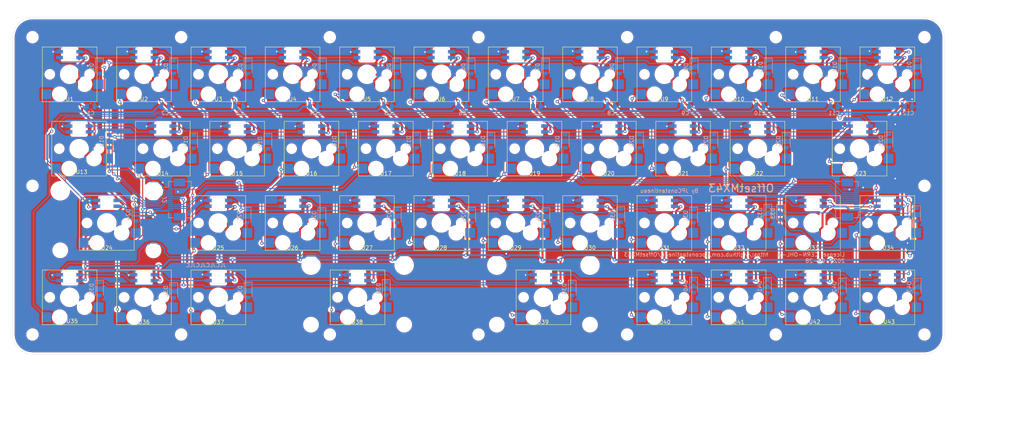
<source format=kicad_pcb>
(kicad_pcb (version 20171130) (host pcbnew "(5.1.10)-1")
  (layers (0 F.Cu signal) (31 B.Cu signal) (34 B.Paste user) (35 F.Paste user) (36 B.SilkS user) (37 F.SilkS user) (38 B.Mask user) (39 F.Mask user) (44 Edge.Cuts user))
  (net 0 "")
  (net 1 ROW1)
  (net 2 "Net-(D1-Pad2)")
  (net 3 ROW2)
  (net 4 "Net-(D2-Pad2)")
  (net 5 "Net-(D3-Pad2)")
  (net 6 "Net-(D4-Pad2)")
  (net 7 "Net-(D5-Pad2)")
  (net 8 "Net-(D6-Pad2)")
  (net 9 "Net-(D7-Pad2)")
  (net 10 "Net-(D8-Pad2)")
  (net 11 "Net-(D9-Pad2)")
  (net 12 "Net-(D10-Pad2)")
  (net 13 "Net-(D11-Pad2)")
  (net 14 "Net-(D12-Pad2)")
  (net 15 "Net-(D13-Pad2)")
  (net 16 "Net-(D14-Pad2)")
  (net 17 "Net-(D15-Pad2)")
  (net 18 "Net-(D16-Pad2)")
  (net 19 "Net-(D17-Pad2)")
  (net 20 "Net-(D18-Pad2)")
  (net 21 "Net-(D19-Pad2)")
  (net 22 "Net-(D20-Pad2)")
  (net 23 "Net-(D21-Pad2)")
  (net 24 "Net-(D22-Pad2)")
  (net 25 "Net-(D23-Pad2)")
  (net 26 "Net-(D24-Pad2)")
  (net 27 "Net-(D25-Pad2)")
  (net 28 "Net-(D26-Pad2)")
  (net 29 "Net-(D27-Pad2)")
  (net 30 "Net-(D28-Pad2)")
  (net 31 "Net-(D29-Pad2)")
  (net 32 "Net-(D30-Pad2)")
  (net 33 "Net-(D31-Pad2)")
  (net 34 "Net-(D32-Pad2)")
  (net 35 "Net-(D33-Pad2)")
  (net 36 "Net-(D34-Pad2)")
  (net 37 "Net-(D35-Pad2)")
  (net 38 "Net-(D36-Pad2)")
  (net 39 "Net-(D37-Pad2)")
  (net 40 "Net-(D38-Pad2)")
  (net 41 "Net-(D39-Pad2)")
  (net 42 "Net-(D40-Pad2)")
  (net 43 "Net-(D41-Pad2)")
  (net 44 "Net-(D42-Pad2)")
  (net 45 "Net-(D43-Pad2)")
  (net 46 VCC)
  (net 47 "Net-(U1-Pad5)")
  (net 48 GND)
  (net 49 "Net-(U2-Pad5)")
  (net 50 "Net-(U3-Pad5)")
  (net 51 "Net-(U4-Pad5)")
  (net 52 "Net-(U5-Pad5)")
  (net 53 "Net-(U6-Pad5)")
  (net 54 "Net-(U7-Pad5)")
  (net 55 "Net-(U8-Pad5)")
  (net 56 "Net-(U10-Pad4)")
  (net 57 "Net-(U10-Pad5)")
  (net 58 "Net-(U11-Pad5)")
  (net 59 "Net-(U13-Pad5)")
  (net 60 "Net-(U14-Pad5)")
  (net 61 "Net-(U15-Pad5)")
  (net 62 "Net-(U16-Pad5)")
  (net 63 "Net-(U17-Pad5)")
  (net 64 "Net-(U18-Pad5)")
  (net 65 "Net-(U19-Pad5)")
  (net 66 "Net-(U20-Pad5)")
  (net 67 "Net-(U21-Pad5)")
  (net 68 "Net-(U22-Pad5)")
  (net 69 "Net-(U24-Pad5)")
  (net 70 "Net-(U25-Pad5)")
  (net 71 "Net-(U26-Pad5)")
  (net 72 "Net-(U27-Pad5)")
  (net 73 "Net-(U28-Pad5)")
  (net 74 "Net-(U29-Pad5)")
  (net 75 "Net-(U30-Pad5)")
  (net 76 "Net-(U31-Pad5)")
  (net 77 "Net-(U32-Pad5)")
  (net 78 "Net-(U33-Pad5)")
  (net 79 "Net-(U35-Pad5)")
  (net 80 "Net-(U36-Pad5)")
  (net 81 "Net-(U37-Pad5)")
  (net 82 "Net-(U38-Pad5)")
  (net 83 "Net-(U39-Pad5)")
  (net 84 "Net-(U40-Pad5)")
  (net 85 "Net-(U41-Pad5)")
  (net 86 "Net-(U42-Pad5)")
  (net 87 ROW3)
  (net 88 ROW4)
  (net 89 COL5)
  (net 90 COL4)
  (net 91 COL3)
  (net 92 COL2)
  (net 93 COL1)
  (net 94 COL6)
  (net 95 COL12)
  (net 96 COL11)
  (net 97 COL10)
  (net 98 COL9)
  (net 99 COL8)
  (net 100 COL7)
  (net 101 RGBOut)
  (net 102 RGBData1)
  (net 103 RGBDataR2)
  (net 104 RGBDataR3)
  (net 105 RGBDataR4)
  (module CherryMX_PCB_KailhSocket_StabWireBottom_LTST-A683CEGBW-Rotated:CherryMX_2.25u_PCB_KailhSocket_StabWireBottom_LTST-A683CEGBW-Rotated (layer F.Cu) (at 182.372 116.84 180)
    (fp_text reference U39 (at 0.127 -6.35) (layer F.SilkS))
    (fp_text value CherryMX_LTST-A683CEGBW)
    (fp_line (start -1.7 3.55) (end 1.7 3.55) (layer Edge.Cuts) (width 0.05))
    (fp_line (start 1.7 3.55) (end 1.7 6.55) (layer Edge.Cuts) (width 0.05))
    (fp_line (start 1.7 6.55) (end -1.7 6.55) (layer Edge.Cuts) (width 0.05))
    (fp_line (start -1.7 6.55) (end -1.7 3.55) (layer Edge.Cuts) (width 0.05))
    (pad 3 smd rect (at 2.6 5.8 180) (size 1.8 0.9) (layers B.Cu B.Paste B.Mask) (net 48 GND))
    (pad 4 smd rect (at 2.6 4.3 180) (size 1.8 0.9) (layers B.Cu B.Paste B.Mask) (net 82 "Net-(U38-Pad5)"))
    (pad 5 smd rect (at -2.6 5.8 180) (size 1.8 0.9) (layers B.Cu B.Paste B.Mask) (net 83 "Net-(U39-Pad5)"))
    (pad 6 smd rect (at -2.6 4.3 180) (size 1.8 0.9) (layers B.Cu B.Paste B.Mask) (net 46 VCC))
    (pad "" np_thru_hole circle (at 11.938 -7 180) (size 3.05 3.05) (drill 3.05) (layers *.Cu *.Mask))
    (pad "" np_thru_hole circle (at 11.938 8.24 180) (size 4 4) (drill 4) (layers *.Cu *.Mask))
    (pad "" np_thru_hole circle (at -11.938 8.24 180) (size 4 4) (drill 4) (layers *.Cu *.Mask))
    (pad "" np_thru_hole circle (at -11.938 -7 180) (size 3.05 3.05) (drill 3.05) (layers *.Cu *.Mask))
    (pad 2 smd rect (at 6.015 -5.08 180) (size 2.55 2.5) (layers B.Cu B.Paste B.Mask) (net 100 COL7))
    (pad 1 smd rect (at -7.41 -2.54 180) (size 2.55 2.5) (layers B.Cu B.Paste B.Mask) (net 41 "Net-(D39-Pad2)"))
    (pad "" np_thru_hole circle (at 2.54 -5.08 180) (size 3 3) (drill 3) (layers *.Cu *.Mask))
    (pad "" np_thru_hole circle (at -3.81 -2.54 180) (size 3 3) (drill 3) (layers *.Cu *.Mask))
    (pad "" np_thru_hole circle (at 5.08 0 180) (size 1.75 1.75) (drill 1.75) (layers *.Cu *.Mask))
    (pad "" np_thru_hole circle (at -5.08 0 180) (size 1.75 1.75) (drill 1.75) (layers *.Cu *.Mask))
    (pad "" np_thru_hole circle (at 0 0 180) (size 4 4) (drill 4) (layers *.Cu *.Mask))
  )
  (module CherryMX_PCB_KailhSocket_StabWireBottom_LTST-A683CEGBW-Rotated:CherryMX_2.75u_PCB_KailhSocket_StabWireBottom_LTST-A683CEGBW-Rotated (layer F.Cu) (at 134.747 116.84 180)
    (fp_text reference U38 (at 0.127 -6.35) (layer F.SilkS))
    (fp_text value CherryMX_LTST-A683CEGBW)
    (fp_line (start -1.7 3.55) (end 1.7 3.55) (layer Edge.Cuts) (width 0.05))
    (fp_line (start 1.7 3.55) (end 1.7 6.55) (layer Edge.Cuts) (width 0.05))
    (fp_line (start 1.7 6.55) (end -1.7 6.55) (layer Edge.Cuts) (width 0.05))
    (fp_line (start -1.7 6.55) (end -1.7 3.55) (layer Edge.Cuts) (width 0.05))
    (pad 3 smd rect (at 2.6 5.8 180) (size 1.8 0.9) (layers B.Cu B.Paste B.Mask) (net 48 GND))
    (pad 4 smd rect (at 2.6 4.3 180) (size 1.8 0.9) (layers B.Cu B.Paste B.Mask) (net 81 "Net-(U37-Pad5)"))
    (pad 5 smd rect (at -2.6 5.8 180) (size 1.8 0.9) (layers B.Cu B.Paste B.Mask) (net 82 "Net-(U38-Pad5)"))
    (pad 6 smd rect (at -2.6 4.3 180) (size 1.8 0.9) (layers B.Cu B.Paste B.Mask) (net 46 VCC))
    (pad "" np_thru_hole circle (at 11.938 -7 180) (size 3.05 3.05) (drill 3.05) (layers *.Cu *.Mask))
    (pad "" np_thru_hole circle (at 11.938 8.24 180) (size 4 4) (drill 4) (layers *.Cu *.Mask))
    (pad "" np_thru_hole circle (at -11.938 8.24 180) (size 4 4) (drill 4) (layers *.Cu *.Mask))
    (pad "" np_thru_hole circle (at -11.938 -7 180) (size 3.05 3.05) (drill 3.05) (layers *.Cu *.Mask))
    (pad 2 smd rect (at 6.015 -5.08 180) (size 2.55 2.5) (layers B.Cu B.Paste B.Mask) (net 89 COL5))
    (pad 1 smd rect (at -7.41 -2.54 180) (size 2.55 2.5) (layers B.Cu B.Paste B.Mask) (net 40 "Net-(D38-Pad2)"))
    (pad "" np_thru_hole circle (at 2.54 -5.08 180) (size 3 3) (drill 3) (layers *.Cu *.Mask))
    (pad "" np_thru_hole circle (at -3.81 -2.54 180) (size 3 3) (drill 3) (layers *.Cu *.Mask))
    (pad "" np_thru_hole circle (at 5.08 0 180) (size 1.75 1.75) (drill 1.75) (layers *.Cu *.Mask))
    (pad "" np_thru_hole circle (at -5.08 0 180) (size 1.75 1.75) (drill 1.75) (layers *.Cu *.Mask))
    (pad "" np_thru_hole circle (at 0 0 180) (size 4 4) (drill 4) (layers *.Cu *.Mask))
  )
  (module CherryMX_PCB_KailhSocket_StabWireBottom_LTST-A683CEGBW-Rotated:CherryMX_2.00u_PCB_KailhSocket_StabWireBottom_LTST-A683CEGBW-Rotated (layer F.Cu) (at 70.485 97.79 180)
    (fp_text reference U24 (at 0 -6.35) (layer F.SilkS))
    (fp_text value CherryMX_LTST-A683CEGBW)
    (fp_line (start -1.7 3.55) (end 1.7 3.55) (layer Edge.Cuts) (width 0.05))
    (fp_line (start 1.7 3.55) (end 1.7 6.55) (layer Edge.Cuts) (width 0.05))
    (fp_line (start 1.7 6.55) (end -1.7 6.55) (layer Edge.Cuts) (width 0.05))
    (fp_line (start -1.7 6.55) (end -1.7 3.55) (layer Edge.Cuts) (width 0.05))
    (pad 3 smd rect (at 2.6 5.8 180) (size 1.8 0.9) (layers B.Cu B.Paste B.Mask) (net 48 GND))
    (pad 4 smd rect (at 2.6 4.3 180) (size 1.8 0.9) (layers B.Cu B.Paste B.Mask) (net 104 RGBDataR3))
    (pad 5 smd rect (at -2.6 5.8 180) (size 1.8 0.9) (layers B.Cu B.Paste B.Mask) (net 69 "Net-(U24-Pad5)"))
    (pad 6 smd rect (at -2.6 4.3 180) (size 1.8 0.9) (layers B.Cu B.Paste B.Mask) (net 46 VCC))
    (pad "" np_thru_hole circle (at 11.938 -7 180) (size 3.05 3.05) (drill 3.05) (layers *.Cu *.Mask))
    (pad "" np_thru_hole circle (at 11.938 8.24 180) (size 4 4) (drill 4) (layers *.Cu *.Mask))
    (pad "" np_thru_hole circle (at -11.938 8.24 180) (size 4 4) (drill 4) (layers *.Cu *.Mask))
    (pad "" np_thru_hole circle (at -11.938 -7 180) (size 3.05 3.05) (drill 3.05) (layers *.Cu *.Mask))
    (pad 2 smd rect (at 6.015 -5.08 180) (size 2.55 2.5) (layers B.Cu B.Paste B.Mask) (net 93 COL1))
    (pad 1 smd rect (at -7.41 -2.54 180) (size 2.55 2.5) (layers B.Cu B.Paste B.Mask) (net 26 "Net-(D24-Pad2)"))
    (pad "" np_thru_hole circle (at 2.54 -5.08 180) (size 3 3) (drill 3) (layers *.Cu *.Mask))
    (pad "" np_thru_hole circle (at -3.81 -2.54 180) (size 3 3) (drill 3) (layers *.Cu *.Mask))
    (pad "" np_thru_hole circle (at 5.08 0 180) (size 1.75 1.75) (drill 1.75) (layers *.Cu *.Mask))
    (pad "" np_thru_hole circle (at -5.08 0 180) (size 1.75 1.75) (drill 1.75) (layers *.Cu *.Mask))
    (pad "" np_thru_hole circle (at 0 0 180) (size 4 4) (drill 4) (layers *.Cu *.Mask))
  )
  (module CherryMX_PCB_KailhSocket_LTST-A683CEGBW-Rotated:CherryMX_1.00u_PCB_KailhSocket_LTST-A683CEGBW-Rotated (layer F.Cu) (at 161.036 78.74 180)
    (fp_text reference U18 (at 0 -6.35) (layer F.SilkS))
    (fp_text value CherryMX_LTST-A683CEGBW)
    (fp_line (start -1.7 6.55) (end -1.7 3.55) (layer Edge.Cuts) (width 0.05))
    (fp_line (start 1.7 6.55) (end -1.7 6.55) (layer Edge.Cuts) (width 0.05))
    (fp_line (start 1.7 3.55) (end 1.7 6.55) (layer Edge.Cuts) (width 0.05))
    (fp_line (start -1.7 3.55) (end 1.7 3.55) (layer Edge.Cuts) (width 0.05))
    (pad 3 smd rect (at 2.6 5.8 180) (size 1.8 0.9) (layers B.Cu B.Paste B.Mask) (net 48 GND))
    (pad 4 smd rect (at 2.6 4.3 180) (size 1.8 0.9) (layers B.Cu B.Paste B.Mask) (net 63 "Net-(U17-Pad5)"))
    (pad 5 smd rect (at -2.6 5.8 180) (size 1.8 0.9) (layers B.Cu B.Paste B.Mask) (net 64 "Net-(U18-Pad5)"))
    (pad 6 smd rect (at -2.6 4.3 180) (size 1.8 0.9) (layers B.Cu B.Paste B.Mask) (net 46 VCC))
    (pad 2 smd rect (at 6.015 -5.08 180) (size 2.55 2.5) (layers B.Cu B.Paste B.Mask) (net 94 COL6))
    (pad 1 smd rect (at -7.41 -2.54 180) (size 2.55 2.5) (layers B.Cu B.Paste B.Mask) (net 20 "Net-(D18-Pad2)"))
    (pad "" np_thru_hole circle (at 2.54 -5.08 180) (size 3 3) (drill 3) (layers *.Cu *.Mask))
    (pad "" np_thru_hole circle (at -3.81 -2.54 180) (size 3 3) (drill 3) (layers *.Cu *.Mask))
    (pad "" np_thru_hole circle (at 5.08 0 180) (size 1.75 1.75) (drill 1.75) (layers *.Cu *.Mask))
    (pad "" np_thru_hole circle (at -5.08 0 180) (size 1.75 1.75) (drill 1.75) (layers *.Cu *.Mask))
    (pad "" np_thru_hole circle (at 0 0 180) (size 4 4) (drill 4) (layers *.Cu *.Mask))
  )
  (module CherryMX_PCB_KailhSocket_LTST-A683CEGBW-Rotated:CherryMX_1.25u_PCB_KailhSocket_LTST-A683CEGBW-Rotated (layer F.Cu) (at 63.373 78.74 180)
    (fp_text reference U13 (at -0.635 -5.969) (layer F.SilkS))
    (fp_text value CherryMX_LTST-A683CEGBW)
    (fp_line (start -1.7 3.55) (end 1.7 3.55) (layer Edge.Cuts) (width 0.05))
    (fp_line (start 1.7 3.55) (end 1.7 6.55) (layer Edge.Cuts) (width 0.05))
    (fp_line (start 1.7 6.55) (end -1.7 6.55) (layer Edge.Cuts) (width 0.05))
    (fp_line (start -1.7 6.55) (end -1.7 3.55) (layer Edge.Cuts) (width 0.05))
    (pad 3 smd rect (at 2.6 5.8 180) (size 1.8 0.9) (layers B.Cu B.Paste B.Mask) (net 48 GND))
    (pad 4 smd rect (at 2.6 4.3 180) (size 1.8 0.9) (layers B.Cu B.Paste B.Mask) (net 103 RGBDataR2))
    (pad 5 smd rect (at -2.6 5.8 180) (size 1.8 0.9) (layers B.Cu B.Paste B.Mask) (net 59 "Net-(U13-Pad5)"))
    (pad 6 smd rect (at -2.6 4.3 180) (size 1.8 0.9) (layers B.Cu B.Paste B.Mask) (net 46 VCC))
    (pad 2 smd rect (at 6.015 -5.08 180) (size 2.55 2.5) (layers B.Cu B.Paste B.Mask) (net 93 COL1))
    (pad 1 smd rect (at -7.41 -2.54 180) (size 2.55 2.5) (layers B.Cu B.Paste B.Mask) (net 15 "Net-(D13-Pad2)"))
    (pad "" np_thru_hole circle (at 2.54 -5.08 180) (size 3 3) (drill 3) (layers *.Cu *.Mask))
    (pad "" np_thru_hole circle (at -3.81 -2.54 180) (size 3 3) (drill 3) (layers *.Cu *.Mask))
    (pad "" np_thru_hole circle (at 5.08 0 180) (size 1.75 1.75) (drill 1.75) (layers *.Cu *.Mask))
    (pad "" np_thru_hole circle (at -5.08 0 180) (size 1.75 1.75) (drill 1.75) (layers *.Cu *.Mask))
    (pad "" np_thru_hole circle (at 0 0 180) (size 4 4) (drill 4) (layers *.Cu *.Mask))
  )
  (module CherryMX_PCB_KailhSocket_LTST-A683CEGBW-Rotated:CherryMX_1.00u_PCB_KailhSocket_LTST-A683CEGBW-Rotated (layer F.Cu) (at 199.136 78.74 180)
    (fp_text reference U20 (at 0 -6.35) (layer F.SilkS))
    (fp_text value CherryMX_LTST-A683CEGBW)
    (fp_line (start -1.7 6.55) (end -1.7 3.55) (layer Edge.Cuts) (width 0.05))
    (fp_line (start 1.7 6.55) (end -1.7 6.55) (layer Edge.Cuts) (width 0.05))
    (fp_line (start 1.7 3.55) (end 1.7 6.55) (layer Edge.Cuts) (width 0.05))
    (fp_line (start -1.7 3.55) (end 1.7 3.55) (layer Edge.Cuts) (width 0.05))
    (pad 3 smd rect (at 2.6 5.8 180) (size 1.8 0.9) (layers B.Cu B.Paste B.Mask) (net 48 GND))
    (pad 4 smd rect (at 2.6 4.3 180) (size 1.8 0.9) (layers B.Cu B.Paste B.Mask) (net 65 "Net-(U19-Pad5)"))
    (pad 5 smd rect (at -2.6 5.8 180) (size 1.8 0.9) (layers B.Cu B.Paste B.Mask) (net 66 "Net-(U20-Pad5)"))
    (pad 6 smd rect (at -2.6 4.3 180) (size 1.8 0.9) (layers B.Cu B.Paste B.Mask) (net 46 VCC))
    (pad 2 smd rect (at 6.015 -5.08 180) (size 2.55 2.5) (layers B.Cu B.Paste B.Mask) (net 99 COL8))
    (pad 1 smd rect (at -7.41 -2.54 180) (size 2.55 2.5) (layers B.Cu B.Paste B.Mask) (net 22 "Net-(D20-Pad2)"))
    (pad "" np_thru_hole circle (at 2.54 -5.08 180) (size 3 3) (drill 3) (layers *.Cu *.Mask))
    (pad "" np_thru_hole circle (at -3.81 -2.54 180) (size 3 3) (drill 3) (layers *.Cu *.Mask))
    (pad "" np_thru_hole circle (at 5.08 0 180) (size 1.75 1.75) (drill 1.75) (layers *.Cu *.Mask))
    (pad "" np_thru_hole circle (at -5.08 0 180) (size 1.75 1.75) (drill 1.75) (layers *.Cu *.Mask))
    (pad "" np_thru_hole circle (at 0 0 180) (size 4 4) (drill 4) (layers *.Cu *.Mask))
  )
  (module CherryMX_PCB_KailhSocket_LTST-A683CEGBW-Rotated:CherryMX_1.00u_PCB_KailhSocket_LTST-A683CEGBW-Rotated (layer F.Cu) (at 218.186 78.74 180)
    (fp_text reference U21 (at 0 -6.35) (layer F.SilkS))
    (fp_text value CherryMX_LTST-A683CEGBW)
    (fp_line (start -1.7 6.55) (end -1.7 3.55) (layer Edge.Cuts) (width 0.05))
    (fp_line (start 1.7 6.55) (end -1.7 6.55) (layer Edge.Cuts) (width 0.05))
    (fp_line (start 1.7 3.55) (end 1.7 6.55) (layer Edge.Cuts) (width 0.05))
    (fp_line (start -1.7 3.55) (end 1.7 3.55) (layer Edge.Cuts) (width 0.05))
    (pad 3 smd rect (at 2.6 5.8 180) (size 1.8 0.9) (layers B.Cu B.Paste B.Mask) (net 48 GND))
    (pad 4 smd rect (at 2.6 4.3 180) (size 1.8 0.9) (layers B.Cu B.Paste B.Mask) (net 66 "Net-(U20-Pad5)"))
    (pad 5 smd rect (at -2.6 5.8 180) (size 1.8 0.9) (layers B.Cu B.Paste B.Mask) (net 67 "Net-(U21-Pad5)"))
    (pad 6 smd rect (at -2.6 4.3 180) (size 1.8 0.9) (layers B.Cu B.Paste B.Mask) (net 46 VCC))
    (pad 2 smd rect (at 6.015 -5.08 180) (size 2.55 2.5) (layers B.Cu B.Paste B.Mask) (net 98 COL9))
    (pad 1 smd rect (at -7.41 -2.54 180) (size 2.55 2.5) (layers B.Cu B.Paste B.Mask) (net 23 "Net-(D21-Pad2)"))
    (pad "" np_thru_hole circle (at 2.54 -5.08 180) (size 3 3) (drill 3) (layers *.Cu *.Mask))
    (pad "" np_thru_hole circle (at -3.81 -2.54 180) (size 3 3) (drill 3) (layers *.Cu *.Mask))
    (pad "" np_thru_hole circle (at 5.08 0 180) (size 1.75 1.75) (drill 1.75) (layers *.Cu *.Mask))
    (pad "" np_thru_hole circle (at -5.08 0 180) (size 1.75 1.75) (drill 1.75) (layers *.Cu *.Mask))
    (pad "" np_thru_hole circle (at 0 0 180) (size 4 4) (drill 4) (layers *.Cu *.Mask))
  )
  (module CherryMX_PCB_KailhSocket_LTST-A683CEGBW-Rotated:CherryMX_1.00u_PCB_KailhSocket_LTST-A683CEGBW-Rotated (layer F.Cu) (at 270.51 97.79 180)
    (fp_text reference U34 (at -0.21336 -6.35) (layer F.SilkS))
    (fp_text value CherryMX_LTST-A683CEGBW)
    (fp_line (start -1.7 6.55) (end -1.7 3.55) (layer Edge.Cuts) (width 0.05))
    (fp_line (start 1.7 6.55) (end -1.7 6.55) (layer Edge.Cuts) (width 0.05))
    (fp_line (start 1.7 3.55) (end 1.7 6.55) (layer Edge.Cuts) (width 0.05))
    (fp_line (start -1.7 3.55) (end 1.7 3.55) (layer Edge.Cuts) (width 0.05))
    (pad 3 smd rect (at 2.6 5.8 180) (size 1.8 0.9) (layers B.Cu B.Paste B.Mask) (net 48 GND))
    (pad 4 smd rect (at 2.6 4.3 180) (size 1.8 0.9) (layers B.Cu B.Paste B.Mask) (net 78 "Net-(U33-Pad5)"))
    (pad 5 smd rect (at -2.6 5.8 180) (size 1.8 0.9) (layers B.Cu B.Paste B.Mask) (net 105 RGBDataR4))
    (pad 6 smd rect (at -2.6 4.3 180) (size 1.8 0.9) (layers B.Cu B.Paste B.Mask) (net 46 VCC))
    (pad 2 smd rect (at 6.015 -5.08 180) (size 2.55 2.5) (layers B.Cu B.Paste B.Mask) (net 95 COL12))
    (pad 1 smd rect (at -7.41 -2.54 180) (size 2.55 2.5) (layers B.Cu B.Paste B.Mask) (net 36 "Net-(D34-Pad2)"))
    (pad "" np_thru_hole circle (at 2.54 -5.08 180) (size 3 3) (drill 3) (layers *.Cu *.Mask))
    (pad "" np_thru_hole circle (at -3.81 -2.54 180) (size 3 3) (drill 3) (layers *.Cu *.Mask))
    (pad "" np_thru_hole circle (at 5.08 0 180) (size 1.75 1.75) (drill 1.75) (layers *.Cu *.Mask))
    (pad "" np_thru_hole circle (at -5.08 0 180) (size 1.75 1.75) (drill 1.75) (layers *.Cu *.Mask))
    (pad "" np_thru_hole circle (at 0 0 180) (size 4 4) (drill 4) (layers *.Cu *.Mask))
  )
  (module CherryMX_PCB_KailhSocket_LTST-A683CEGBW-Rotated:CherryMX_1.00u_PCB_KailhSocket_LTST-A683CEGBW-Rotated (layer F.Cu) (at 270.51 116.84 180)
    (fp_text reference U43 (at -0.45212 -6.2738) (layer F.SilkS))
    (fp_text value CherryMX_LTST-A683CEGBW)
    (fp_line (start -1.7 6.55) (end -1.7 3.55) (layer Edge.Cuts) (width 0.05))
    (fp_line (start 1.7 6.55) (end -1.7 6.55) (layer Edge.Cuts) (width 0.05))
    (fp_line (start 1.7 3.55) (end 1.7 6.55) (layer Edge.Cuts) (width 0.05))
    (fp_line (start -1.7 3.55) (end 1.7 3.55) (layer Edge.Cuts) (width 0.05))
    (pad 3 smd rect (at 2.6 5.8 180) (size 1.8 0.9) (layers B.Cu B.Paste B.Mask) (net 48 GND))
    (pad 4 smd rect (at 2.6 4.3 180) (size 1.8 0.9) (layers B.Cu B.Paste B.Mask) (net 86 "Net-(U42-Pad5)"))
    (pad 5 smd rect (at -2.6 5.8 180) (size 1.8 0.9) (layers B.Cu B.Paste B.Mask) (net 101 RGBOut))
    (pad 6 smd rect (at -2.6 4.3 180) (size 1.8 0.9) (layers B.Cu B.Paste B.Mask) (net 46 VCC))
    (pad 2 smd rect (at 6.015 -5.08 180) (size 2.55 2.5) (layers B.Cu B.Paste B.Mask) (net 95 COL12))
    (pad 1 smd rect (at -7.41 -2.54 180) (size 2.55 2.5) (layers B.Cu B.Paste B.Mask) (net 45 "Net-(D43-Pad2)"))
    (pad "" np_thru_hole circle (at 2.54 -5.08 180) (size 3 3) (drill 3) (layers *.Cu *.Mask))
    (pad "" np_thru_hole circle (at -3.81 -2.54 180) (size 3 3) (drill 3) (layers *.Cu *.Mask))
    (pad "" np_thru_hole circle (at 5.08 0 180) (size 1.75 1.75) (drill 1.75) (layers *.Cu *.Mask))
    (pad "" np_thru_hole circle (at -5.08 0 180) (size 1.75 1.75) (drill 1.75) (layers *.Cu *.Mask))
    (pad "" np_thru_hole circle (at 0 0 180) (size 4 4) (drill 4) (layers *.Cu *.Mask))
  )
  (module CherryMX_PCB_KailhSocket_LTST-A683CEGBW-Rotated:CherryMX_1.00u_PCB_KailhSocket_LTST-A683CEGBW-Rotated (layer F.Cu) (at 213.36 116.84 180)
    (fp_text reference U40 (at -0.127 -6.35) (layer F.SilkS))
    (fp_text value CherryMX_LTST-A683CEGBW)
    (fp_line (start -1.7 6.55) (end -1.7 3.55) (layer Edge.Cuts) (width 0.05))
    (fp_line (start 1.7 6.55) (end -1.7 6.55) (layer Edge.Cuts) (width 0.05))
    (fp_line (start 1.7 3.55) (end 1.7 6.55) (layer Edge.Cuts) (width 0.05))
    (fp_line (start -1.7 3.55) (end 1.7 3.55) (layer Edge.Cuts) (width 0.05))
    (pad 3 smd rect (at 2.6 5.8 180) (size 1.8 0.9) (layers B.Cu B.Paste B.Mask) (net 48 GND))
    (pad 4 smd rect (at 2.6 4.3 180) (size 1.8 0.9) (layers B.Cu B.Paste B.Mask) (net 83 "Net-(U39-Pad5)"))
    (pad 5 smd rect (at -2.6 5.8 180) (size 1.8 0.9) (layers B.Cu B.Paste B.Mask) (net 84 "Net-(U40-Pad5)"))
    (pad 6 smd rect (at -2.6 4.3 180) (size 1.8 0.9) (layers B.Cu B.Paste B.Mask) (net 46 VCC))
    (pad 2 smd rect (at 6.015 -5.08 180) (size 2.55 2.5) (layers B.Cu B.Paste B.Mask) (net 98 COL9))
    (pad 1 smd rect (at -7.41 -2.54 180) (size 2.55 2.5) (layers B.Cu B.Paste B.Mask) (net 42 "Net-(D40-Pad2)"))
    (pad "" np_thru_hole circle (at 2.54 -5.08 180) (size 3 3) (drill 3) (layers *.Cu *.Mask))
    (pad "" np_thru_hole circle (at -3.81 -2.54 180) (size 3 3) (drill 3) (layers *.Cu *.Mask))
    (pad "" np_thru_hole circle (at 5.08 0 180) (size 1.75 1.75) (drill 1.75) (layers *.Cu *.Mask))
    (pad "" np_thru_hole circle (at -5.08 0 180) (size 1.75 1.75) (drill 1.75) (layers *.Cu *.Mask))
    (pad "" np_thru_hole circle (at 0 0 180) (size 4 4) (drill 4) (layers *.Cu *.Mask))
  )
  (module CherryMX_PCB_KailhSocket_LTST-A683CEGBW-Rotated:CherryMX_1.00u_PCB_KailhSocket_LTST-A683CEGBW-Rotated (layer F.Cu) (at 60.96 116.84 180)
    (fp_text reference U35 (at -0.635 -6.10616) (layer F.SilkS))
    (fp_text value CherryMX_LTST-A683CEGBW)
    (fp_line (start -1.7 6.55) (end -1.7 3.55) (layer Edge.Cuts) (width 0.05))
    (fp_line (start 1.7 6.55) (end -1.7 6.55) (layer Edge.Cuts) (width 0.05))
    (fp_line (start 1.7 3.55) (end 1.7 6.55) (layer Edge.Cuts) (width 0.05))
    (fp_line (start -1.7 3.55) (end 1.7 3.55) (layer Edge.Cuts) (width 0.05))
    (pad 3 smd rect (at 2.6 5.8 180) (size 1.8 0.9) (layers B.Cu B.Paste B.Mask) (net 48 GND))
    (pad 4 smd rect (at 2.6 4.3 180) (size 1.8 0.9) (layers B.Cu B.Paste B.Mask) (net 105 RGBDataR4))
    (pad 5 smd rect (at -2.6 5.8 180) (size 1.8 0.9) (layers B.Cu B.Paste B.Mask) (net 79 "Net-(U35-Pad5)"))
    (pad 6 smd rect (at -2.6 4.3 180) (size 1.8 0.9) (layers B.Cu B.Paste B.Mask) (net 46 VCC))
    (pad 2 smd rect (at 6.015 -5.08 180) (size 2.55 2.5) (layers B.Cu B.Paste B.Mask) (net 93 COL1))
    (pad 1 smd rect (at -7.41 -2.54 180) (size 2.55 2.5) (layers B.Cu B.Paste B.Mask) (net 37 "Net-(D35-Pad2)"))
    (pad "" np_thru_hole circle (at 2.54 -5.08 180) (size 3 3) (drill 3) (layers *.Cu *.Mask))
    (pad "" np_thru_hole circle (at -3.81 -2.54 180) (size 3 3) (drill 3) (layers *.Cu *.Mask))
    (pad "" np_thru_hole circle (at 5.08 0 180) (size 1.75 1.75) (drill 1.75) (layers *.Cu *.Mask))
    (pad "" np_thru_hole circle (at -5.08 0 180) (size 1.75 1.75) (drill 1.75) (layers *.Cu *.Mask))
    (pad "" np_thru_hole circle (at 0 0 180) (size 4 4) (drill 4) (layers *.Cu *.Mask))
  )
  (module CherryMX_PCB_KailhSocket_LTST-A683CEGBW-Rotated:CherryMX_1.00u_PCB_KailhSocket_LTST-A683CEGBW-Rotated (layer F.Cu) (at 251.46 116.84 180)
    (fp_text reference U42 (at -0.381 -6.28904) (layer F.SilkS))
    (fp_text value CherryMX_LTST-A683CEGBW)
    (fp_line (start -1.7 3.55) (end 1.7 3.55) (layer Edge.Cuts) (width 0.05))
    (fp_line (start 1.7 3.55) (end 1.7 6.55) (layer Edge.Cuts) (width 0.05))
    (fp_line (start 1.7 6.55) (end -1.7 6.55) (layer Edge.Cuts) (width 0.05))
    (fp_line (start -1.7 6.55) (end -1.7 3.55) (layer Edge.Cuts) (width 0.05))
    (pad 3 smd rect (at 2.6 5.8 180) (size 1.8 0.9) (layers B.Cu B.Paste B.Mask) (net 48 GND))
    (pad 4 smd rect (at 2.6 4.3 180) (size 1.8 0.9) (layers B.Cu B.Paste B.Mask) (net 85 "Net-(U41-Pad5)"))
    (pad 5 smd rect (at -2.6 5.8 180) (size 1.8 0.9) (layers B.Cu B.Paste B.Mask) (net 86 "Net-(U42-Pad5)"))
    (pad 6 smd rect (at -2.6 4.3 180) (size 1.8 0.9) (layers B.Cu B.Paste B.Mask) (net 46 VCC))
    (pad 2 smd rect (at 6.015 -5.08 180) (size 2.55 2.5) (layers B.Cu B.Paste B.Mask) (net 96 COL11))
    (pad 1 smd rect (at -7.41 -2.54 180) (size 2.55 2.5) (layers B.Cu B.Paste B.Mask) (net 44 "Net-(D42-Pad2)"))
    (pad "" np_thru_hole circle (at 2.54 -5.08 180) (size 3 3) (drill 3) (layers *.Cu *.Mask))
    (pad "" np_thru_hole circle (at -3.81 -2.54 180) (size 3 3) (drill 3) (layers *.Cu *.Mask))
    (pad "" np_thru_hole circle (at 5.08 0 180) (size 1.75 1.75) (drill 1.75) (layers *.Cu *.Mask))
    (pad "" np_thru_hole circle (at -5.08 0 180) (size 1.75 1.75) (drill 1.75) (layers *.Cu *.Mask))
    (pad "" np_thru_hole circle (at 0 0 180) (size 4 4) (drill 4) (layers *.Cu *.Mask))
  )
  (module CherryMX_PCB_KailhSocket_LTST-A683CEGBW-Rotated:CherryMX_1.75u_PCB_KailhSocket_LTST-A683CEGBW-Rotated (layer F.Cu) (at 263.398 78.74 180)
    (fp_text reference U23 (at -0.254 -6.35) (layer F.SilkS))
    (fp_text value CherryMX_LTST-A683CEGBW)
    (fp_line (start -1.7 3.55) (end 1.7 3.55) (layer Edge.Cuts) (width 0.05))
    (fp_line (start 1.7 3.55) (end 1.7 6.55) (layer Edge.Cuts) (width 0.05))
    (fp_line (start 1.7 6.55) (end -1.7 6.55) (layer Edge.Cuts) (width 0.05))
    (fp_line (start -1.7 6.55) (end -1.7 3.55) (layer Edge.Cuts) (width 0.05))
    (pad 3 smd rect (at 2.6 5.8 180) (size 1.8 0.9) (layers B.Cu B.Paste B.Mask) (net 48 GND))
    (pad 4 smd rect (at 2.6 4.3 180) (size 1.8 0.9) (layers B.Cu B.Paste B.Mask) (net 68 "Net-(U22-Pad5)"))
    (pad 5 smd rect (at -2.6 5.8 180) (size 1.8 0.9) (layers B.Cu B.Paste B.Mask) (net 104 RGBDataR3))
    (pad 6 smd rect (at -2.6 4.3 180) (size 1.8 0.9) (layers B.Cu B.Paste B.Mask) (net 46 VCC))
    (pad 2 smd rect (at 6.015 -5.08 180) (size 2.55 2.5) (layers B.Cu B.Paste B.Mask) (net 95 COL12))
    (pad 1 smd rect (at -7.41 -2.54 180) (size 2.55 2.5) (layers B.Cu B.Paste B.Mask) (net 25 "Net-(D23-Pad2)"))
    (pad "" np_thru_hole circle (at 2.54 -5.08 180) (size 3 3) (drill 3) (layers *.Cu *.Mask))
    (pad "" np_thru_hole circle (at -3.81 -2.54 180) (size 3 3) (drill 3) (layers *.Cu *.Mask))
    (pad "" np_thru_hole circle (at 5.08 0 180) (size 1.75 1.75) (drill 1.75) (layers *.Cu *.Mask))
    (pad "" np_thru_hole circle (at -5.08 0 180) (size 1.75 1.75) (drill 1.75) (layers *.Cu *.Mask))
    (pad "" np_thru_hole circle (at 0 0 180) (size 4 4) (drill 4) (layers *.Cu *.Mask))
  )
  (module MountingHole:MountingHole_2.2mm_M2 (layer F.Cu) (at 280.035 88.265)
    (fp_text reference H16 hide)
    (fp_text value MountingHole)
    (pad 1 np_thru_hole circle (at 0 0) (size 2.2 2.2) (drill 2.2) (layers *.Cu *.Mask))
  )
  (module MountingHole:MountingHole_2.2mm_M2 (layer F.Cu) (at 241.935 126.365)
    (fp_text reference H15 hide)
    (fp_text value MountingHole)
    (pad 1 np_thru_hole circle (at 0 0) (size 2.2 2.2) (drill 2.2) (layers *.Cu *.Mask))
  )
  (module MountingHole:MountingHole_2.2mm_M2 (layer F.Cu) (at 165.735 126.365)
    (fp_text reference H14 hide)
    (fp_text value MountingHole)
    (pad 1 np_thru_hole circle (at 0 0) (size 2.2 2.2) (drill 2.2) (layers *.Cu *.Mask))
  )
  (module MountingHole:MountingHole_2.2mm_M2 (layer F.Cu) (at 89.535 126.365)
    (fp_text reference H13 hide)
    (fp_text value MountingHole)
    (pad 1 np_thru_hole circle (at 0 0) (size 2.2 2.2) (drill 2.2) (layers *.Cu *.Mask))
  )
  (module MountingHole:MountingHole_2.2mm_M2 (layer F.Cu) (at 241.935 50.165)
    (fp_text reference H12 hide)
    (fp_text value MountingHole)
    (pad 1 np_thru_hole circle (at 0 0) (size 2.2 2.2) (drill 2.2) (layers *.Cu *.Mask))
  )
  (module MountingHole:MountingHole_2.2mm_M2 (layer F.Cu) (at 165.735 50.165)
    (fp_text reference H11 hide)
    (fp_text value MountingHole)
    (pad "" np_thru_hole circle (at 0 0) (size 2.2 2.2) (drill 2.2) (layers *.Cu *.Mask))
  )
  (module MountingHole:MountingHole_2.2mm_M2 (layer F.Cu) (at 89.535 50.165)
    (fp_text reference H10 hide)
    (fp_text value MountingHole)
    (pad 1 np_thru_hole circle (at 0 0) (size 2.2 2.2) (drill 2.2) (layers *.Cu *.Mask))
  )
  (module MountingHole:MountingHole_2.2mm_M2 (layer F.Cu) (at 51.435 88.265)
    (fp_text reference H9 hide)
    (fp_text value MountingHole)
    (pad 1 np_thru_hole circle (at 0 0) (size 2.2 2.2) (drill 2.2) (layers *.Cu *.Mask))
  )
  (module JUSHUO:JUSHUO-AFC07-S12FCC-00_C11051_1x12-1MP_P0.50mm_Horizontal (layer B.Cu) (at 87.6 91.8 270)
    (fp_text reference J2 (at 0 2.3 90) (layer B.SilkS) (effects (justify mirror)))
    (fp_text value Conn_01x12)
    (pad MP smd rect (at 4.4 -1.5 270) (size 2 3) (layers B.Cu B.Paste B.Mask))
    (pad MP smd rect (at -4.4 -1.5 270) (size 2 3) (layers B.Cu B.Paste B.Mask))
    (pad 1 smd rect (at -2.75 0.85 270) (size 0.3 1.3) (layers B.Cu B.Paste B.Mask) (net 48 GND))
    (pad 2 smd rect (at -2.25 0.85 270) (size 0.3 1.3) (layers B.Cu B.Paste B.Mask) (net 102 RGBData1))
    (pad 3 smd rect (at -1.75 0.85 270) (size 0.3 1.3) (layers B.Cu B.Paste B.Mask) (net 1 ROW1))
    (pad 4 smd rect (at -1.25 0.85 270) (size 0.3 1.3) (layers B.Cu B.Paste B.Mask) (net 3 ROW2))
    (pad 5 smd rect (at -0.75 0.85 270) (size 0.3 1.3) (layers B.Cu B.Paste B.Mask) (net 87 ROW3))
    (pad 6 smd rect (at -0.25 0.85 270) (size 0.3 1.3) (layers B.Cu B.Paste B.Mask) (net 88 ROW4))
    (pad 7 smd rect (at 0.25 0.85 270) (size 0.3 1.3) (layers B.Cu B.Paste B.Mask) (net 93 COL1))
    (pad 8 smd rect (at 0.75 0.85 270) (size 0.3 1.3) (layers B.Cu B.Paste B.Mask) (net 92 COL2))
    (pad 9 smd rect (at 1.25 0.85 270) (size 0.3 1.3) (layers B.Cu B.Paste B.Mask) (net 91 COL3))
    (pad 10 smd rect (at 1.75 0.85 270) (size 0.3 1.3) (layers B.Cu B.Paste B.Mask) (net 90 COL4))
    (pad 11 smd rect (at 2.25 0.85 270) (size 0.3 1.3) (layers B.Cu B.Paste B.Mask) (net 89 COL5))
    (pad 12 smd rect (at 2.75 0.85 270) (size 0.3 1.3) (layers B.Cu B.Paste B.Mask) (net 46 VCC))
  )
  (module JUSHUO:JUSHUO-AFC07-S12FCC-00_C11051_1x12-1MP_P0.50mm_Horizontal (layer B.Cu) (at 261.747 91.8 90)
    (fp_text reference J1 hide)
    (fp_text value Conn_01x12)
    (pad MP smd rect (at 4.4 -1.5 90) (size 2 3) (layers B.Cu B.Paste B.Mask))
    (pad MP smd rect (at -4.4 -1.5 90) (size 2 3) (layers B.Cu B.Paste B.Mask))
    (pad 1 smd rect (at -2.75 0.85 90) (size 0.3 1.3) (layers B.Cu B.Paste B.Mask) (net 46 VCC))
    (pad 2 smd rect (at -2.25 0.85 90) (size 0.3 1.3) (layers B.Cu B.Paste B.Mask) (net 101 RGBOut))
    (pad 3 smd rect (at -1.75 0.85 90) (size 0.3 1.3) (layers B.Cu B.Paste B.Mask))
    (pad 4 smd rect (at -1.25 0.85 90) (size 0.3 1.3) (layers B.Cu B.Paste B.Mask))
    (pad 5 smd rect (at -0.75 0.85 90) (size 0.3 1.3) (layers B.Cu B.Paste B.Mask) (net 94 COL6))
    (pad 6 smd rect (at -0.25 0.85 90) (size 0.3 1.3) (layers B.Cu B.Paste B.Mask) (net 100 COL7))
    (pad 7 smd rect (at 0.25 0.85 90) (size 0.3 1.3) (layers B.Cu B.Paste B.Mask) (net 99 COL8))
    (pad 8 smd rect (at 0.75 0.85 90) (size 0.3 1.3) (layers B.Cu B.Paste B.Mask) (net 98 COL9))
    (pad 9 smd rect (at 1.25 0.85 90) (size 0.3 1.3) (layers B.Cu B.Paste B.Mask) (net 97 COL10))
    (pad 10 smd rect (at 1.75 0.85 90) (size 0.3 1.3) (layers B.Cu B.Paste B.Mask) (net 96 COL11))
    (pad 11 smd rect (at 2.25 0.85 90) (size 0.3 1.3) (layers B.Cu B.Paste B.Mask) (net 95 COL12))
    (pad 12 smd rect (at 2.75 0.85 90) (size 0.3 1.3) (layers B.Cu B.Paste B.Mask) (net 48 GND))
  )
  (module Capacitor_SMD:C_0805_2012Metric (layer B.Cu) (at 275.905 67.945)
    (fp_text reference C12 (at 0 1.68) (layer B.SilkS) (effects (justify mirror)))
    (fp_text value 1uF)
    (pad 2 smd roundrect (at 0.95 0) (size 1 1.45) (layers B.Cu B.Paste B.Mask) (net 48 GND))
    (pad 1 smd roundrect (at -0.95 0) (size 1 1.45) (layers B.Cu B.Paste B.Mask) (net 46 VCC))
  )
  (module Capacitor_SMD:C_0805_2012Metric (layer B.Cu) (at 256.855 67.945)
    (fp_text reference C11 (at 0 1.68) (layer B.SilkS) (effects (justify mirror)))
    (fp_text value 1uF)
    (pad 2 smd roundrect (at 0.95 0) (size 1 1.45) (layers B.Cu B.Paste B.Mask) (net 48 GND))
    (pad 1 smd roundrect (at -0.95 0) (size 1 1.45) (layers B.Cu B.Paste B.Mask) (net 46 VCC))
  )
  (module Capacitor_SMD:C_0805_2012Metric (layer B.Cu) (at 237.805 67.945)
    (fp_text reference C10 (at 0 1.68) (layer B.SilkS) (effects (justify mirror)))
    (fp_text value 1uF)
    (pad 2 smd roundrect (at 0.95 0) (size 1 1.45) (layers B.Cu B.Paste B.Mask) (net 48 GND))
    (pad 1 smd roundrect (at -0.95 0) (size 1 1.45) (layers B.Cu B.Paste B.Mask) (net 46 VCC))
  )
  (module Capacitor_SMD:C_0805_2012Metric (layer B.Cu) (at 218.755 67.945)
    (fp_text reference C9 (at 0 1.68) (layer B.SilkS) (effects (justify mirror)))
    (fp_text value 1uF)
    (pad 2 smd roundrect (at 0.95 0) (size 1 1.45) (layers B.Cu B.Paste B.Mask) (net 48 GND))
    (pad 1 smd roundrect (at -0.95 0) (size 1 1.45) (layers B.Cu B.Paste B.Mask) (net 46 VCC))
  )
  (module Capacitor_SMD:C_0805_2012Metric (layer B.Cu) (at 199.71 67.945)
    (fp_text reference C8 (at 0 1.68) (layer B.SilkS) (effects (justify mirror)))
    (fp_text value 1uF)
    (pad 2 smd roundrect (at 0.95 0) (size 1 1.45) (layers B.Cu B.Paste B.Mask) (net 48 GND))
    (pad 1 smd roundrect (at -0.95 0) (size 1 1.45) (layers B.Cu B.Paste B.Mask) (net 46 VCC))
  )
  (module Capacitor_SMD:C_0805_2012Metric (layer B.Cu) (at 180.66 67.945)
    (fp_text reference C7 (at 0 1.68) (layer B.SilkS) (effects (justify mirror)))
    (fp_text value 1uF)
    (pad 2 smd roundrect (at 0.95 0) (size 1 1.45) (layers B.Cu B.Paste B.Mask) (net 48 GND))
    (pad 1 smd roundrect (at -0.95 0) (size 1 1.45) (layers B.Cu B.Paste B.Mask) (net 46 VCC))
  )
  (module Capacitor_SMD:C_0805_2012Metric (layer B.Cu) (at 161.61 67.945)
    (fp_text reference C6 (at 0 1.68) (layer B.SilkS) (effects (justify mirror)))
    (fp_text value 1uF)
    (pad 2 smd roundrect (at 0.95 0) (size 1 1.45) (layers B.Cu B.Paste B.Mask) (net 48 GND))
    (pad 1 smd roundrect (at -0.95 0) (size 1 1.45) (layers B.Cu B.Paste B.Mask) (net 46 VCC))
  )
  (module Capacitor_SMD:C_0805_2012Metric (layer B.Cu) (at 142.56 67.945)
    (fp_text reference C5 (at 0 1.68) (layer B.SilkS) (effects (justify mirror)))
    (fp_text value 1uF)
    (pad 2 smd roundrect (at 0.95 0) (size 1 1.45) (layers B.Cu B.Paste B.Mask) (net 48 GND))
    (pad 1 smd roundrect (at -0.95 0) (size 1 1.45) (layers B.Cu B.Paste B.Mask) (net 46 VCC))
  )
  (module Capacitor_SMD:C_0805_2012Metric (layer B.Cu) (at 123.51 67.945)
    (fp_text reference C4 (at 0 1.68) (layer B.SilkS) (effects (justify mirror)))
    (fp_text value 1uF)
    (pad 2 smd roundrect (at 0.95 0) (size 1 1.45) (layers B.Cu B.Paste B.Mask) (net 48 GND))
    (pad 1 smd roundrect (at -0.95 0) (size 1 1.45) (layers B.Cu B.Paste B.Mask) (net 46 VCC))
  )
  (module Capacitor_SMD:C_0805_2012Metric (layer B.Cu) (at 104.46 67.945)
    (fp_text reference C3 (at 0 1.68) (layer B.SilkS) (effects (justify mirror)))
    (fp_text value 1uF)
    (pad 2 smd roundrect (at 0.95 0) (size 1 1.45) (layers B.Cu B.Paste B.Mask) (net 48 GND))
    (pad 1 smd roundrect (at -0.95 0) (size 1 1.45) (layers B.Cu B.Paste B.Mask) (net 46 VCC))
  )
  (module Capacitor_SMD:C_0805_2012Metric (layer B.Cu) (at 85.41 67.945)
    (fp_text reference C2 (at 0 1.68) (layer B.SilkS) (effects (justify mirror)))
    (fp_text value 1uF)
    (pad 2 smd roundrect (at 0.95 0) (size 1 1.45) (layers B.Cu B.Paste B.Mask) (net 48 GND))
    (pad 1 smd roundrect (at -0.95 0) (size 1 1.45) (layers B.Cu B.Paste B.Mask) (net 46 VCC))
  )
  (module Capacitor_SMD:C_0805_2012Metric (layer B.Cu) (at 66.36 67.945)
    (fp_text reference C1 (at 0 1.68) (layer B.SilkS) (effects (justify mirror)))
    (fp_text value 1uF)
    (pad 2 smd roundrect (at 0.95 0) (size 1 1.45) (layers B.Cu B.Paste B.Mask) (net 48 GND))
    (pad 1 smd roundrect (at -0.95 0) (size 1 1.45) (layers B.Cu B.Paste B.Mask) (net 46 VCC))
  )
  (module CherryMX_PCB_KailhSocket_LTST-A683CEGBW-Rotated:CherryMX_1.00u_PCB_KailhSocket_LTST-A683CEGBW-Rotated (layer F.Cu) (at 232.41 116.84 180)
    (fp_text reference U41 (at 0 -6.35) (layer F.SilkS))
    (fp_text value CherryMX_LTST-A683CEGBW)
    (fp_line (start -1.7 6.55) (end -1.7 3.55) (layer Edge.Cuts) (width 0.05))
    (fp_line (start 1.7 6.55) (end -1.7 6.55) (layer Edge.Cuts) (width 0.05))
    (fp_line (start 1.7 3.55) (end 1.7 6.55) (layer Edge.Cuts) (width 0.05))
    (fp_line (start -1.7 3.55) (end 1.7 3.55) (layer Edge.Cuts) (width 0.05))
    (pad 3 smd rect (at 2.6 5.8 180) (size 1.8 0.9) (layers B.Cu B.Paste B.Mask) (net 48 GND))
    (pad 4 smd rect (at 2.6 4.3 180) (size 1.8 0.9) (layers B.Cu B.Paste B.Mask) (net 84 "Net-(U40-Pad5)"))
    (pad 5 smd rect (at -2.6 5.8 180) (size 1.8 0.9) (layers B.Cu B.Paste B.Mask) (net 85 "Net-(U41-Pad5)"))
    (pad 6 smd rect (at -2.6 4.3 180) (size 1.8 0.9) (layers B.Cu B.Paste B.Mask) (net 46 VCC))
    (pad 2 smd rect (at 6.015 -5.08 180) (size 2.55 2.5) (layers B.Cu B.Paste B.Mask) (net 97 COL10))
    (pad 1 smd rect (at -7.41 -2.54 180) (size 2.55 2.5) (layers B.Cu B.Paste B.Mask) (net 43 "Net-(D41-Pad2)"))
    (pad "" np_thru_hole circle (at 2.54 -5.08 180) (size 3 3) (drill 3) (layers *.Cu *.Mask))
    (pad "" np_thru_hole circle (at -3.81 -2.54 180) (size 3 3) (drill 3) (layers *.Cu *.Mask))
    (pad "" np_thru_hole circle (at 5.08 0 180) (size 1.75 1.75) (drill 1.75) (layers *.Cu *.Mask))
    (pad "" np_thru_hole circle (at -5.08 0 180) (size 1.75 1.75) (drill 1.75) (layers *.Cu *.Mask))
    (pad "" np_thru_hole circle (at 0 0 180) (size 4 4) (drill 4) (layers *.Cu *.Mask))
  )
  (module CherryMX_PCB_KailhSocket_LTST-A683CEGBW-Rotated:CherryMX_1.00u_PCB_KailhSocket_LTST-A683CEGBW-Rotated (layer F.Cu) (at 99.06 116.84 180)
    (fp_text reference U37 (at 0 -6.35) (layer F.SilkS))
    (fp_text value CherryMX_LTST-A683CEGBW)
    (fp_line (start -1.7 6.55) (end -1.7 3.55) (layer Edge.Cuts) (width 0.05))
    (fp_line (start 1.7 6.55) (end -1.7 6.55) (layer Edge.Cuts) (width 0.05))
    (fp_line (start 1.7 3.55) (end 1.7 6.55) (layer Edge.Cuts) (width 0.05))
    (fp_line (start -1.7 3.55) (end 1.7 3.55) (layer Edge.Cuts) (width 0.05))
    (pad 3 smd rect (at 2.6 5.8 180) (size 1.8 0.9) (layers B.Cu B.Paste B.Mask) (net 48 GND))
    (pad 4 smd rect (at 2.6 4.3 180) (size 1.8 0.9) (layers B.Cu B.Paste B.Mask) (net 80 "Net-(U36-Pad5)"))
    (pad 5 smd rect (at -2.6 5.8 180) (size 1.8 0.9) (layers B.Cu B.Paste B.Mask) (net 81 "Net-(U37-Pad5)"))
    (pad 6 smd rect (at -2.6 4.3 180) (size 1.8 0.9) (layers B.Cu B.Paste B.Mask) (net 46 VCC))
    (pad 2 smd rect (at 6.015 -5.08 180) (size 2.55 2.5) (layers B.Cu B.Paste B.Mask) (net 91 COL3))
    (pad 1 smd rect (at -7.41 -2.54 180) (size 2.55 2.5) (layers B.Cu B.Paste B.Mask) (net 39 "Net-(D37-Pad2)"))
    (pad "" np_thru_hole circle (at 2.54 -5.08 180) (size 3 3) (drill 3) (layers *.Cu *.Mask))
    (pad "" np_thru_hole circle (at -3.81 -2.54 180) (size 3 3) (drill 3) (layers *.Cu *.Mask))
    (pad "" np_thru_hole circle (at 5.08 0 180) (size 1.75 1.75) (drill 1.75) (layers *.Cu *.Mask))
    (pad "" np_thru_hole circle (at -5.08 0 180) (size 1.75 1.75) (drill 1.75) (layers *.Cu *.Mask))
    (pad "" np_thru_hole circle (at 0 0 180) (size 4 4) (drill 4) (layers *.Cu *.Mask))
  )
  (module CherryMX_PCB_KailhSocket_LTST-A683CEGBW-Rotated:CherryMX_1.00u_PCB_KailhSocket_LTST-A683CEGBW-Rotated (layer F.Cu) (at 80.01 116.84 180)
    (fp_text reference U36 (at 0 -6.35) (layer F.SilkS))
    (fp_text value CherryMX_LTST-A683CEGBW)
    (fp_line (start -1.7 6.55) (end -1.7 3.55) (layer Edge.Cuts) (width 0.05))
    (fp_line (start 1.7 6.55) (end -1.7 6.55) (layer Edge.Cuts) (width 0.05))
    (fp_line (start 1.7 3.55) (end 1.7 6.55) (layer Edge.Cuts) (width 0.05))
    (fp_line (start -1.7 3.55) (end 1.7 3.55) (layer Edge.Cuts) (width 0.05))
    (pad 3 smd rect (at 2.6 5.8 180) (size 1.8 0.9) (layers B.Cu B.Paste B.Mask) (net 48 GND))
    (pad 4 smd rect (at 2.6 4.3 180) (size 1.8 0.9) (layers B.Cu B.Paste B.Mask) (net 79 "Net-(U35-Pad5)"))
    (pad 5 smd rect (at -2.6 5.8 180) (size 1.8 0.9) (layers B.Cu B.Paste B.Mask) (net 80 "Net-(U36-Pad5)"))
    (pad 6 smd rect (at -2.6 4.3 180) (size 1.8 0.9) (layers B.Cu B.Paste B.Mask) (net 46 VCC))
    (pad 2 smd rect (at 6.015 -5.08 180) (size 2.55 2.5) (layers B.Cu B.Paste B.Mask) (net 92 COL2))
    (pad 1 smd rect (at -7.41 -2.54 180) (size 2.55 2.5) (layers B.Cu B.Paste B.Mask) (net 38 "Net-(D36-Pad2)"))
    (pad "" np_thru_hole circle (at 2.54 -5.08 180) (size 3 3) (drill 3) (layers *.Cu *.Mask))
    (pad "" np_thru_hole circle (at -3.81 -2.54 180) (size 3 3) (drill 3) (layers *.Cu *.Mask))
    (pad "" np_thru_hole circle (at 5.08 0 180) (size 1.75 1.75) (drill 1.75) (layers *.Cu *.Mask))
    (pad "" np_thru_hole circle (at -5.08 0 180) (size 1.75 1.75) (drill 1.75) (layers *.Cu *.Mask))
    (pad "" np_thru_hole circle (at 0 0 180) (size 4 4) (drill 4) (layers *.Cu *.Mask))
  )
  (module CherryMX_PCB_KailhSocket_LTST-A683CEGBW-Rotated:CherryMX_1.00u_PCB_KailhSocket_LTST-A683CEGBW-Rotated (layer F.Cu) (at 251.46 97.79 180)
    (fp_text reference U33 (at 0 -6.35) (layer F.SilkS))
    (fp_text value CherryMX_LTST-A683CEGBW)
    (fp_line (start -1.7 6.55) (end -1.7 3.55) (layer Edge.Cuts) (width 0.05))
    (fp_line (start 1.7 6.55) (end -1.7 6.55) (layer Edge.Cuts) (width 0.05))
    (fp_line (start 1.7 3.55) (end 1.7 6.55) (layer Edge.Cuts) (width 0.05))
    (fp_line (start -1.7 3.55) (end 1.7 3.55) (layer Edge.Cuts) (width 0.05))
    (pad 3 smd rect (at 2.6 5.8 180) (size 1.8 0.9) (layers B.Cu B.Paste B.Mask) (net 48 GND))
    (pad 4 smd rect (at 2.6 4.3 180) (size 1.8 0.9) (layers B.Cu B.Paste B.Mask) (net 77 "Net-(U32-Pad5)"))
    (pad 5 smd rect (at -2.6 5.8 180) (size 1.8 0.9) (layers B.Cu B.Paste B.Mask) (net 78 "Net-(U33-Pad5)"))
    (pad 6 smd rect (at -2.6 4.3 180) (size 1.8 0.9) (layers B.Cu B.Paste B.Mask) (net 46 VCC))
    (pad 2 smd rect (at 6.015 -5.08 180) (size 2.55 2.5) (layers B.Cu B.Paste B.Mask) (net 96 COL11))
    (pad 1 smd rect (at -7.41 -2.54 180) (size 2.55 2.5) (layers B.Cu B.Paste B.Mask) (net 35 "Net-(D33-Pad2)"))
    (pad "" np_thru_hole circle (at 2.54 -5.08 180) (size 3 3) (drill 3) (layers *.Cu *.Mask))
    (pad "" np_thru_hole circle (at -3.81 -2.54 180) (size 3 3) (drill 3) (layers *.Cu *.Mask))
    (pad "" np_thru_hole circle (at 5.08 0 180) (size 1.75 1.75) (drill 1.75) (layers *.Cu *.Mask))
    (pad "" np_thru_hole circle (at -5.08 0 180) (size 1.75 1.75) (drill 1.75) (layers *.Cu *.Mask))
    (pad "" np_thru_hole circle (at 0 0 180) (size 4 4) (drill 4) (layers *.Cu *.Mask))
  )
  (module CherryMX_PCB_KailhSocket_LTST-A683CEGBW-Rotated:CherryMX_1.00u_PCB_KailhSocket_LTST-A683CEGBW-Rotated (layer F.Cu) (at 232.41 97.79 180)
    (fp_text reference U32 (at 0 -6.35) (layer F.SilkS))
    (fp_text value CherryMX_LTST-A683CEGBW)
    (fp_line (start -1.7 6.55) (end -1.7 3.55) (layer Edge.Cuts) (width 0.05))
    (fp_line (start 1.7 6.55) (end -1.7 6.55) (layer Edge.Cuts) (width 0.05))
    (fp_line (start 1.7 3.55) (end 1.7 6.55) (layer Edge.Cuts) (width 0.05))
    (fp_line (start -1.7 3.55) (end 1.7 3.55) (layer Edge.Cuts) (width 0.05))
    (pad 3 smd rect (at 2.6 5.8 180) (size 1.8 0.9) (layers B.Cu B.Paste B.Mask) (net 48 GND))
    (pad 4 smd rect (at 2.6 4.3 180) (size 1.8 0.9) (layers B.Cu B.Paste B.Mask) (net 76 "Net-(U31-Pad5)"))
    (pad 5 smd rect (at -2.6 5.8 180) (size 1.8 0.9) (layers B.Cu B.Paste B.Mask) (net 77 "Net-(U32-Pad5)"))
    (pad 6 smd rect (at -2.6 4.3 180) (size 1.8 0.9) (layers B.Cu B.Paste B.Mask) (net 46 VCC))
    (pad 2 smd rect (at 6.015 -5.08 180) (size 2.55 2.5) (layers B.Cu B.Paste B.Mask) (net 97 COL10))
    (pad 1 smd rect (at -7.41 -2.54 180) (size 2.55 2.5) (layers B.Cu B.Paste B.Mask) (net 34 "Net-(D32-Pad2)"))
    (pad "" np_thru_hole circle (at 2.54 -5.08 180) (size 3 3) (drill 3) (layers *.Cu *.Mask))
    (pad "" np_thru_hole circle (at -3.81 -2.54 180) (size 3 3) (drill 3) (layers *.Cu *.Mask))
    (pad "" np_thru_hole circle (at 5.08 0 180) (size 1.75 1.75) (drill 1.75) (layers *.Cu *.Mask))
    (pad "" np_thru_hole circle (at -5.08 0 180) (size 1.75 1.75) (drill 1.75) (layers *.Cu *.Mask))
    (pad "" np_thru_hole circle (at 0 0 180) (size 4 4) (drill 4) (layers *.Cu *.Mask))
  )
  (module CherryMX_PCB_KailhSocket_LTST-A683CEGBW-Rotated:CherryMX_1.00u_PCB_KailhSocket_LTST-A683CEGBW-Rotated (layer F.Cu) (at 213.36 97.79 180)
    (fp_text reference U31 (at 0 -6.35) (layer F.SilkS))
    (fp_text value CherryMX_LTST-A683CEGBW)
    (fp_line (start -1.7 6.55) (end -1.7 3.55) (layer Edge.Cuts) (width 0.05))
    (fp_line (start 1.7 6.55) (end -1.7 6.55) (layer Edge.Cuts) (width 0.05))
    (fp_line (start 1.7 3.55) (end 1.7 6.55) (layer Edge.Cuts) (width 0.05))
    (fp_line (start -1.7 3.55) (end 1.7 3.55) (layer Edge.Cuts) (width 0.05))
    (pad 3 smd rect (at 2.6 5.8 180) (size 1.8 0.9) (layers B.Cu B.Paste B.Mask) (net 48 GND))
    (pad 4 smd rect (at 2.6 4.3 180) (size 1.8 0.9) (layers B.Cu B.Paste B.Mask) (net 75 "Net-(U30-Pad5)"))
    (pad 5 smd rect (at -2.6 5.8 180) (size 1.8 0.9) (layers B.Cu B.Paste B.Mask) (net 76 "Net-(U31-Pad5)"))
    (pad 6 smd rect (at -2.6 4.3 180) (size 1.8 0.9) (layers B.Cu B.Paste B.Mask) (net 46 VCC))
    (pad 2 smd rect (at 6.015 -5.08 180) (size 2.55 2.5) (layers B.Cu B.Paste B.Mask) (net 98 COL9))
    (pad 1 smd rect (at -7.41 -2.54 180) (size 2.55 2.5) (layers B.Cu B.Paste B.Mask) (net 33 "Net-(D31-Pad2)"))
    (pad "" np_thru_hole circle (at 2.54 -5.08 180) (size 3 3) (drill 3) (layers *.Cu *.Mask))
    (pad "" np_thru_hole circle (at -3.81 -2.54 180) (size 3 3) (drill 3) (layers *.Cu *.Mask))
    (pad "" np_thru_hole circle (at 5.08 0 180) (size 1.75 1.75) (drill 1.75) (layers *.Cu *.Mask))
    (pad "" np_thru_hole circle (at -5.08 0 180) (size 1.75 1.75) (drill 1.75) (layers *.Cu *.Mask))
    (pad "" np_thru_hole circle (at 0 0 180) (size 4 4) (drill 4) (layers *.Cu *.Mask))
  )
  (module CherryMX_PCB_KailhSocket_LTST-A683CEGBW-Rotated:CherryMX_1.00u_PCB_KailhSocket_LTST-A683CEGBW-Rotated (layer F.Cu) (at 194.31 97.79 180)
    (fp_text reference U30 (at 0 -6.35) (layer F.SilkS))
    (fp_text value CherryMX_LTST-A683CEGBW)
    (fp_line (start -1.7 6.55) (end -1.7 3.55) (layer Edge.Cuts) (width 0.05))
    (fp_line (start 1.7 6.55) (end -1.7 6.55) (layer Edge.Cuts) (width 0.05))
    (fp_line (start 1.7 3.55) (end 1.7 6.55) (layer Edge.Cuts) (width 0.05))
    (fp_line (start -1.7 3.55) (end 1.7 3.55) (layer Edge.Cuts) (width 0.05))
    (pad 3 smd rect (at 2.6 5.8 180) (size 1.8 0.9) (layers B.Cu B.Paste B.Mask) (net 48 GND))
    (pad 4 smd rect (at 2.6 4.3 180) (size 1.8 0.9) (layers B.Cu B.Paste B.Mask) (net 74 "Net-(U29-Pad5)"))
    (pad 5 smd rect (at -2.6 5.8 180) (size 1.8 0.9) (layers B.Cu B.Paste B.Mask) (net 75 "Net-(U30-Pad5)"))
    (pad 6 smd rect (at -2.6 4.3 180) (size 1.8 0.9) (layers B.Cu B.Paste B.Mask) (net 46 VCC))
    (pad 2 smd rect (at 6.015 -5.08 180) (size 2.55 2.5) (layers B.Cu B.Paste B.Mask) (net 99 COL8))
    (pad 1 smd rect (at -7.41 -2.54 180) (size 2.55 2.5) (layers B.Cu B.Paste B.Mask) (net 32 "Net-(D30-Pad2)"))
    (pad "" np_thru_hole circle (at 2.54 -5.08 180) (size 3 3) (drill 3) (layers *.Cu *.Mask))
    (pad "" np_thru_hole circle (at -3.81 -2.54 180) (size 3 3) (drill 3) (layers *.Cu *.Mask))
    (pad "" np_thru_hole circle (at 5.08 0 180) (size 1.75 1.75) (drill 1.75) (layers *.Cu *.Mask))
    (pad "" np_thru_hole circle (at -5.08 0 180) (size 1.75 1.75) (drill 1.75) (layers *.Cu *.Mask))
    (pad "" np_thru_hole circle (at 0 0 180) (size 4 4) (drill 4) (layers *.Cu *.Mask))
  )
  (module CherryMX_PCB_KailhSocket_LTST-A683CEGBW-Rotated:CherryMX_1.00u_PCB_KailhSocket_LTST-A683CEGBW-Rotated (layer F.Cu) (at 175.26 97.79 180)
    (fp_text reference U29 (at 0 -6.35) (layer F.SilkS))
    (fp_text value CherryMX_LTST-A683CEGBW)
    (fp_line (start -1.7 6.55) (end -1.7 3.55) (layer Edge.Cuts) (width 0.05))
    (fp_line (start 1.7 6.55) (end -1.7 6.55) (layer Edge.Cuts) (width 0.05))
    (fp_line (start 1.7 3.55) (end 1.7 6.55) (layer Edge.Cuts) (width 0.05))
    (fp_line (start -1.7 3.55) (end 1.7 3.55) (layer Edge.Cuts) (width 0.05))
    (pad 3 smd rect (at 2.6 5.8 180) (size 1.8 0.9) (layers B.Cu B.Paste B.Mask) (net 48 GND))
    (pad 4 smd rect (at 2.6 4.3 180) (size 1.8 0.9) (layers B.Cu B.Paste B.Mask) (net 73 "Net-(U28-Pad5)"))
    (pad 5 smd rect (at -2.6 5.8 180) (size 1.8 0.9) (layers B.Cu B.Paste B.Mask) (net 74 "Net-(U29-Pad5)"))
    (pad 6 smd rect (at -2.6 4.3 180) (size 1.8 0.9) (layers B.Cu B.Paste B.Mask) (net 46 VCC))
    (pad 2 smd rect (at 6.015 -5.08 180) (size 2.55 2.5) (layers B.Cu B.Paste B.Mask) (net 100 COL7))
    (pad 1 smd rect (at -7.41 -2.54 180) (size 2.55 2.5) (layers B.Cu B.Paste B.Mask) (net 31 "Net-(D29-Pad2)"))
    (pad "" np_thru_hole circle (at 2.54 -5.08 180) (size 3 3) (drill 3) (layers *.Cu *.Mask))
    (pad "" np_thru_hole circle (at -3.81 -2.54 180) (size 3 3) (drill 3) (layers *.Cu *.Mask))
    (pad "" np_thru_hole circle (at 5.08 0 180) (size 1.75 1.75) (drill 1.75) (layers *.Cu *.Mask))
    (pad "" np_thru_hole circle (at -5.08 0 180) (size 1.75 1.75) (drill 1.75) (layers *.Cu *.Mask))
    (pad "" np_thru_hole circle (at 0 0 180) (size 4 4) (drill 4) (layers *.Cu *.Mask))
  )
  (module CherryMX_PCB_KailhSocket_LTST-A683CEGBW-Rotated:CherryMX_1.00u_PCB_KailhSocket_LTST-A683CEGBW-Rotated (layer F.Cu) (at 156.21 97.79 180)
    (fp_text reference U28 (at 0 -6.35) (layer F.SilkS))
    (fp_text value CherryMX_LTST-A683CEGBW)
    (fp_line (start -1.7 6.55) (end -1.7 3.55) (layer Edge.Cuts) (width 0.05))
    (fp_line (start 1.7 6.55) (end -1.7 6.55) (layer Edge.Cuts) (width 0.05))
    (fp_line (start 1.7 3.55) (end 1.7 6.55) (layer Edge.Cuts) (width 0.05))
    (fp_line (start -1.7 3.55) (end 1.7 3.55) (layer Edge.Cuts) (width 0.05))
    (pad 3 smd rect (at 2.6 5.8 180) (size 1.8 0.9) (layers B.Cu B.Paste B.Mask) (net 48 GND))
    (pad 4 smd rect (at 2.6 4.3 180) (size 1.8 0.9) (layers B.Cu B.Paste B.Mask) (net 72 "Net-(U27-Pad5)"))
    (pad 5 smd rect (at -2.6 5.8 180) (size 1.8 0.9) (layers B.Cu B.Paste B.Mask) (net 73 "Net-(U28-Pad5)"))
    (pad 6 smd rect (at -2.6 4.3 180) (size 1.8 0.9) (layers B.Cu B.Paste B.Mask) (net 46 VCC))
    (pad 2 smd rect (at 6.015 -5.08 180) (size 2.55 2.5) (layers B.Cu B.Paste B.Mask) (net 94 COL6))
    (pad 1 smd rect (at -7.41 -2.54 180) (size 2.55 2.5) (layers B.Cu B.Paste B.Mask) (net 30 "Net-(D28-Pad2)"))
    (pad "" np_thru_hole circle (at 2.54 -5.08 180) (size 3 3) (drill 3) (layers *.Cu *.Mask))
    (pad "" np_thru_hole circle (at -3.81 -2.54 180) (size 3 3) (drill 3) (layers *.Cu *.Mask))
    (pad "" np_thru_hole circle (at 5.08 0 180) (size 1.75 1.75) (drill 1.75) (layers *.Cu *.Mask))
    (pad "" np_thru_hole circle (at -5.08 0 180) (size 1.75 1.75) (drill 1.75) (layers *.Cu *.Mask))
    (pad "" np_thru_hole circle (at 0 0 180) (size 4 4) (drill 4) (layers *.Cu *.Mask))
  )
  (module CherryMX_PCB_KailhSocket_LTST-A683CEGBW-Rotated:CherryMX_1.00u_PCB_KailhSocket_LTST-A683CEGBW-Rotated (layer F.Cu) (at 137.16 97.79 180)
    (fp_text reference U27 (at 0 -6.35) (layer F.SilkS))
    (fp_text value CherryMX_LTST-A683CEGBW)
    (fp_line (start -1.7 6.55) (end -1.7 3.55) (layer Edge.Cuts) (width 0.05))
    (fp_line (start 1.7 6.55) (end -1.7 6.55) (layer Edge.Cuts) (width 0.05))
    (fp_line (start 1.7 3.55) (end 1.7 6.55) (layer Edge.Cuts) (width 0.05))
    (fp_line (start -1.7 3.55) (end 1.7 3.55) (layer Edge.Cuts) (width 0.05))
    (pad 3 smd rect (at 2.6 5.8 180) (size 1.8 0.9) (layers B.Cu B.Paste B.Mask) (net 48 GND))
    (pad 4 smd rect (at 2.6 4.3 180) (size 1.8 0.9) (layers B.Cu B.Paste B.Mask) (net 71 "Net-(U26-Pad5)"))
    (pad 5 smd rect (at -2.6 5.8 180) (size 1.8 0.9) (layers B.Cu B.Paste B.Mask) (net 72 "Net-(U27-Pad5)"))
    (pad 6 smd rect (at -2.6 4.3 180) (size 1.8 0.9) (layers B.Cu B.Paste B.Mask) (net 46 VCC))
    (pad 2 smd rect (at 6.015 -5.08 180) (size 2.55 2.5) (layers B.Cu B.Paste B.Mask) (net 89 COL5))
    (pad 1 smd rect (at -7.41 -2.54 180) (size 2.55 2.5) (layers B.Cu B.Paste B.Mask) (net 29 "Net-(D27-Pad2)"))
    (pad "" np_thru_hole circle (at 2.54 -5.08 180) (size 3 3) (drill 3) (layers *.Cu *.Mask))
    (pad "" np_thru_hole circle (at -3.81 -2.54 180) (size 3 3) (drill 3) (layers *.Cu *.Mask))
    (pad "" np_thru_hole circle (at 5.08 0 180) (size 1.75 1.75) (drill 1.75) (layers *.Cu *.Mask))
    (pad "" np_thru_hole circle (at -5.08 0 180) (size 1.75 1.75) (drill 1.75) (layers *.Cu *.Mask))
    (pad "" np_thru_hole circle (at 0 0 180) (size 4 4) (drill 4) (layers *.Cu *.Mask))
  )
  (module CherryMX_PCB_KailhSocket_LTST-A683CEGBW-Rotated:CherryMX_1.00u_PCB_KailhSocket_LTST-A683CEGBW-Rotated (layer F.Cu) (at 118.11 97.79 180)
    (fp_text reference U26 (at 0 -6.35) (layer F.SilkS))
    (fp_text value CherryMX_LTST-A683CEGBW)
    (fp_line (start -1.7 6.55) (end -1.7 3.55) (layer Edge.Cuts) (width 0.05))
    (fp_line (start 1.7 6.55) (end -1.7 6.55) (layer Edge.Cuts) (width 0.05))
    (fp_line (start 1.7 3.55) (end 1.7 6.55) (layer Edge.Cuts) (width 0.05))
    (fp_line (start -1.7 3.55) (end 1.7 3.55) (layer Edge.Cuts) (width 0.05))
    (pad 3 smd rect (at 2.6 5.8 180) (size 1.8 0.9) (layers B.Cu B.Paste B.Mask) (net 48 GND))
    (pad 4 smd rect (at 2.6 4.3 180) (size 1.8 0.9) (layers B.Cu B.Paste B.Mask) (net 70 "Net-(U25-Pad5)"))
    (pad 5 smd rect (at -2.6 5.8 180) (size 1.8 0.9) (layers B.Cu B.Paste B.Mask) (net 71 "Net-(U26-Pad5)"))
    (pad 6 smd rect (at -2.6 4.3 180) (size 1.8 0.9) (layers B.Cu B.Paste B.Mask) (net 46 VCC))
    (pad 2 smd rect (at 6.015 -5.08 180) (size 2.55 2.5) (layers B.Cu B.Paste B.Mask) (net 90 COL4))
    (pad 1 smd rect (at -7.41 -2.54 180) (size 2.55 2.5) (layers B.Cu B.Paste B.Mask) (net 28 "Net-(D26-Pad2)"))
    (pad "" np_thru_hole circle (at 2.54 -5.08 180) (size 3 3) (drill 3) (layers *.Cu *.Mask))
    (pad "" np_thru_hole circle (at -3.81 -2.54 180) (size 3 3) (drill 3) (layers *.Cu *.Mask))
    (pad "" np_thru_hole circle (at 5.08 0 180) (size 1.75 1.75) (drill 1.75) (layers *.Cu *.Mask))
    (pad "" np_thru_hole circle (at -5.08 0 180) (size 1.75 1.75) (drill 1.75) (layers *.Cu *.Mask))
    (pad "" np_thru_hole circle (at 0 0 180) (size 4 4) (drill 4) (layers *.Cu *.Mask))
  )
  (module CherryMX_PCB_KailhSocket_LTST-A683CEGBW-Rotated:CherryMX_1.00u_PCB_KailhSocket_LTST-A683CEGBW-Rotated (layer F.Cu) (at 99.06 97.79 180)
    (fp_text reference U25 (at 0 -6.35) (layer F.SilkS))
    (fp_text value CherryMX_LTST-A683CEGBW)
    (fp_line (start -1.7 6.55) (end -1.7 3.55) (layer Edge.Cuts) (width 0.05))
    (fp_line (start 1.7 6.55) (end -1.7 6.55) (layer Edge.Cuts) (width 0.05))
    (fp_line (start 1.7 3.55) (end 1.7 6.55) (layer Edge.Cuts) (width 0.05))
    (fp_line (start -1.7 3.55) (end 1.7 3.55) (layer Edge.Cuts) (width 0.05))
    (pad 3 smd rect (at 2.6 5.8 180) (size 1.8 0.9) (layers B.Cu B.Paste B.Mask) (net 48 GND))
    (pad 4 smd rect (at 2.6 4.3 180) (size 1.8 0.9) (layers B.Cu B.Paste B.Mask) (net 69 "Net-(U24-Pad5)"))
    (pad 5 smd rect (at -2.6 5.8 180) (size 1.8 0.9) (layers B.Cu B.Paste B.Mask) (net 70 "Net-(U25-Pad5)"))
    (pad 6 smd rect (at -2.6 4.3 180) (size 1.8 0.9) (layers B.Cu B.Paste B.Mask) (net 46 VCC))
    (pad 2 smd rect (at 6.015 -5.08 180) (size 2.55 2.5) (layers B.Cu B.Paste B.Mask) (net 91 COL3))
    (pad 1 smd rect (at -7.41 -2.54 180) (size 2.55 2.5) (layers B.Cu B.Paste B.Mask) (net 27 "Net-(D25-Pad2)"))
    (pad "" np_thru_hole circle (at 2.54 -5.08 180) (size 3 3) (drill 3) (layers *.Cu *.Mask))
    (pad "" np_thru_hole circle (at -3.81 -2.54 180) (size 3 3) (drill 3) (layers *.Cu *.Mask))
    (pad "" np_thru_hole circle (at 5.08 0 180) (size 1.75 1.75) (drill 1.75) (layers *.Cu *.Mask))
    (pad "" np_thru_hole circle (at -5.08 0 180) (size 1.75 1.75) (drill 1.75) (layers *.Cu *.Mask))
    (pad "" np_thru_hole circle (at 0 0 180) (size 4 4) (drill 4) (layers *.Cu *.Mask))
  )
  (module CherryMX_PCB_KailhSocket_LTST-A683CEGBW-Rotated:CherryMX_1.00u_PCB_KailhSocket_LTST-A683CEGBW-Rotated (layer F.Cu) (at 237.236 78.74 180)
    (fp_text reference U22 (at 0 -6.35) (layer F.SilkS))
    (fp_text value CherryMX_LTST-A683CEGBW)
    (fp_line (start -1.7 6.55) (end -1.7 3.55) (layer Edge.Cuts) (width 0.05))
    (fp_line (start 1.7 6.55) (end -1.7 6.55) (layer Edge.Cuts) (width 0.05))
    (fp_line (start 1.7 3.55) (end 1.7 6.55) (layer Edge.Cuts) (width 0.05))
    (fp_line (start -1.7 3.55) (end 1.7 3.55) (layer Edge.Cuts) (width 0.05))
    (pad 3 smd rect (at 2.6 5.8 180) (size 1.8 0.9) (layers B.Cu B.Paste B.Mask) (net 48 GND))
    (pad 4 smd rect (at 2.6 4.3 180) (size 1.8 0.9) (layers B.Cu B.Paste B.Mask) (net 67 "Net-(U21-Pad5)"))
    (pad 5 smd rect (at -2.6 5.8 180) (size 1.8 0.9) (layers B.Cu B.Paste B.Mask) (net 68 "Net-(U22-Pad5)"))
    (pad 6 smd rect (at -2.6 4.3 180) (size 1.8 0.9) (layers B.Cu B.Paste B.Mask) (net 46 VCC))
    (pad 2 smd rect (at 6.015 -5.08 180) (size 2.55 2.5) (layers B.Cu B.Paste B.Mask) (net 97 COL10))
    (pad 1 smd rect (at -7.41 -2.54 180) (size 2.55 2.5) (layers B.Cu B.Paste B.Mask) (net 24 "Net-(D22-Pad2)"))
    (pad "" np_thru_hole circle (at 2.54 -5.08 180) (size 3 3) (drill 3) (layers *.Cu *.Mask))
    (pad "" np_thru_hole circle (at -3.81 -2.54 180) (size 3 3) (drill 3) (layers *.Cu *.Mask))
    (pad "" np_thru_hole circle (at 5.08 0 180) (size 1.75 1.75) (drill 1.75) (layers *.Cu *.Mask))
    (pad "" np_thru_hole circle (at -5.08 0 180) (size 1.75 1.75) (drill 1.75) (layers *.Cu *.Mask))
    (pad "" np_thru_hole circle (at 0 0 180) (size 4 4) (drill 4) (layers *.Cu *.Mask))
  )
  (module CherryMX_PCB_KailhSocket_LTST-A683CEGBW-Rotated:CherryMX_1.00u_PCB_KailhSocket_LTST-A683CEGBW-Rotated (layer F.Cu) (at 180.086 78.74 180)
    (fp_text reference U19 (at 0 -6.35) (layer F.SilkS))
    (fp_text value CherryMX_LTST-A683CEGBW)
    (fp_line (start -1.7 6.55) (end -1.7 3.55) (layer Edge.Cuts) (width 0.05))
    (fp_line (start 1.7 6.55) (end -1.7 6.55) (layer Edge.Cuts) (width 0.05))
    (fp_line (start 1.7 3.55) (end 1.7 6.55) (layer Edge.Cuts) (width 0.05))
    (fp_line (start -1.7 3.55) (end 1.7 3.55) (layer Edge.Cuts) (width 0.05))
    (pad 3 smd rect (at 2.6 5.8 180) (size 1.8 0.9) (layers B.Cu B.Paste B.Mask) (net 48 GND))
    (pad 4 smd rect (at 2.6 4.3 180) (size 1.8 0.9) (layers B.Cu B.Paste B.Mask) (net 64 "Net-(U18-Pad5)"))
    (pad 5 smd rect (at -2.6 5.8 180) (size 1.8 0.9) (layers B.Cu B.Paste B.Mask) (net 65 "Net-(U19-Pad5)"))
    (pad 6 smd rect (at -2.6 4.3 180) (size 1.8 0.9) (layers B.Cu B.Paste B.Mask) (net 46 VCC))
    (pad 2 smd rect (at 6.015 -5.08 180) (size 2.55 2.5) (layers B.Cu B.Paste B.Mask) (net 100 COL7))
    (pad 1 smd rect (at -7.41 -2.54 180) (size 2.55 2.5) (layers B.Cu B.Paste B.Mask) (net 21 "Net-(D19-Pad2)"))
    (pad "" np_thru_hole circle (at 2.54 -5.08 180) (size 3 3) (drill 3) (layers *.Cu *.Mask))
    (pad "" np_thru_hole circle (at -3.81 -2.54 180) (size 3 3) (drill 3) (layers *.Cu *.Mask))
    (pad "" np_thru_hole circle (at 5.08 0 180) (size 1.75 1.75) (drill 1.75) (layers *.Cu *.Mask))
    (pad "" np_thru_hole circle (at -5.08 0 180) (size 1.75 1.75) (drill 1.75) (layers *.Cu *.Mask))
    (pad "" np_thru_hole circle (at 0 0 180) (size 4 4) (drill 4) (layers *.Cu *.Mask))
  )
  (module CherryMX_PCB_KailhSocket_LTST-A683CEGBW-Rotated:CherryMX_1.00u_PCB_KailhSocket_LTST-A683CEGBW-Rotated (layer F.Cu) (at 141.986 78.74 180)
    (fp_text reference U17 (at 0 -6.35) (layer F.SilkS))
    (fp_text value CherryMX_LTST-A683CEGBW)
    (fp_line (start -1.7 6.55) (end -1.7 3.55) (layer Edge.Cuts) (width 0.05))
    (fp_line (start 1.7 6.55) (end -1.7 6.55) (layer Edge.Cuts) (width 0.05))
    (fp_line (start 1.7 3.55) (end 1.7 6.55) (layer Edge.Cuts) (width 0.05))
    (fp_line (start -1.7 3.55) (end 1.7 3.55) (layer Edge.Cuts) (width 0.05))
    (pad 3 smd rect (at 2.6 5.8 180) (size 1.8 0.9) (layers B.Cu B.Paste B.Mask) (net 48 GND))
    (pad 4 smd rect (at 2.6 4.3 180) (size 1.8 0.9) (layers B.Cu B.Paste B.Mask) (net 62 "Net-(U16-Pad5)"))
    (pad 5 smd rect (at -2.6 5.8 180) (size 1.8 0.9) (layers B.Cu B.Paste B.Mask) (net 63 "Net-(U17-Pad5)"))
    (pad 6 smd rect (at -2.6 4.3 180) (size 1.8 0.9) (layers B.Cu B.Paste B.Mask) (net 46 VCC))
    (pad 2 smd rect (at 6.015 -5.08 180) (size 2.55 2.5) (layers B.Cu B.Paste B.Mask) (net 89 COL5))
    (pad 1 smd rect (at -7.41 -2.54 180) (size 2.55 2.5) (layers B.Cu B.Paste B.Mask) (net 19 "Net-(D17-Pad2)"))
    (pad "" np_thru_hole circle (at 2.54 -5.08 180) (size 3 3) (drill 3) (layers *.Cu *.Mask))
    (pad "" np_thru_hole circle (at -3.81 -2.54 180) (size 3 3) (drill 3) (layers *.Cu *.Mask))
    (pad "" np_thru_hole circle (at 5.08 0 180) (size 1.75 1.75) (drill 1.75) (layers *.Cu *.Mask))
    (pad "" np_thru_hole circle (at -5.08 0 180) (size 1.75 1.75) (drill 1.75) (layers *.Cu *.Mask))
    (pad "" np_thru_hole circle (at 0 0 180) (size 4 4) (drill 4) (layers *.Cu *.Mask))
  )
  (module CherryMX_PCB_KailhSocket_LTST-A683CEGBW-Rotated:CherryMX_1.00u_PCB_KailhSocket_LTST-A683CEGBW-Rotated (layer F.Cu) (at 122.936 78.74 180)
    (fp_text reference U16 (at 0 -6.35) (layer F.SilkS))
    (fp_text value CherryMX_LTST-A683CEGBW)
    (fp_line (start -1.7 6.55) (end -1.7 3.55) (layer Edge.Cuts) (width 0.05))
    (fp_line (start 1.7 6.55) (end -1.7 6.55) (layer Edge.Cuts) (width 0.05))
    (fp_line (start 1.7 3.55) (end 1.7 6.55) (layer Edge.Cuts) (width 0.05))
    (fp_line (start -1.7 3.55) (end 1.7 3.55) (layer Edge.Cuts) (width 0.05))
    (pad 3 smd rect (at 2.6 5.8 180) (size 1.8 0.9) (layers B.Cu B.Paste B.Mask) (net 48 GND))
    (pad 4 smd rect (at 2.6 4.3 180) (size 1.8 0.9) (layers B.Cu B.Paste B.Mask) (net 61 "Net-(U15-Pad5)"))
    (pad 5 smd rect (at -2.6 5.8 180) (size 1.8 0.9) (layers B.Cu B.Paste B.Mask) (net 62 "Net-(U16-Pad5)"))
    (pad 6 smd rect (at -2.6 4.3 180) (size 1.8 0.9) (layers B.Cu B.Paste B.Mask) (net 46 VCC))
    (pad 2 smd rect (at 6.015 -5.08 180) (size 2.55 2.5) (layers B.Cu B.Paste B.Mask) (net 90 COL4))
    (pad 1 smd rect (at -7.41 -2.54 180) (size 2.55 2.5) (layers B.Cu B.Paste B.Mask) (net 18 "Net-(D16-Pad2)"))
    (pad "" np_thru_hole circle (at 2.54 -5.08 180) (size 3 3) (drill 3) (layers *.Cu *.Mask))
    (pad "" np_thru_hole circle (at -3.81 -2.54 180) (size 3 3) (drill 3) (layers *.Cu *.Mask))
    (pad "" np_thru_hole circle (at 5.08 0 180) (size 1.75 1.75) (drill 1.75) (layers *.Cu *.Mask))
    (pad "" np_thru_hole circle (at -5.08 0 180) (size 1.75 1.75) (drill 1.75) (layers *.Cu *.Mask))
    (pad "" np_thru_hole circle (at 0 0 180) (size 4 4) (drill 4) (layers *.Cu *.Mask))
  )
  (module CherryMX_PCB_KailhSocket_LTST-A683CEGBW-Rotated:CherryMX_1.00u_PCB_KailhSocket_LTST-A683CEGBW-Rotated (layer F.Cu) (at 103.886 78.74 180)
    (fp_text reference U15 (at 0 -6.35) (layer F.SilkS))
    (fp_text value CherryMX_LTST-A683CEGBW)
    (fp_line (start -1.7 6.55) (end -1.7 3.55) (layer Edge.Cuts) (width 0.05))
    (fp_line (start 1.7 6.55) (end -1.7 6.55) (layer Edge.Cuts) (width 0.05))
    (fp_line (start 1.7 3.55) (end 1.7 6.55) (layer Edge.Cuts) (width 0.05))
    (fp_line (start -1.7 3.55) (end 1.7 3.55) (layer Edge.Cuts) (width 0.05))
    (pad 3 smd rect (at 2.6 5.8 180) (size 1.8 0.9) (layers B.Cu B.Paste B.Mask) (net 48 GND))
    (pad 4 smd rect (at 2.6 4.3 180) (size 1.8 0.9) (layers B.Cu B.Paste B.Mask) (net 60 "Net-(U14-Pad5)"))
    (pad 5 smd rect (at -2.6 5.8 180) (size 1.8 0.9) (layers B.Cu B.Paste B.Mask) (net 61 "Net-(U15-Pad5)"))
    (pad 6 smd rect (at -2.6 4.3 180) (size 1.8 0.9) (layers B.Cu B.Paste B.Mask) (net 46 VCC))
    (pad 2 smd rect (at 6.015 -5.08 180) (size 2.55 2.5) (layers B.Cu B.Paste B.Mask) (net 91 COL3))
    (pad 1 smd rect (at -7.41 -2.54 180) (size 2.55 2.5) (layers B.Cu B.Paste B.Mask) (net 17 "Net-(D15-Pad2)"))
    (pad "" np_thru_hole circle (at 2.54 -5.08 180) (size 3 3) (drill 3) (layers *.Cu *.Mask))
    (pad "" np_thru_hole circle (at -3.81 -2.54 180) (size 3 3) (drill 3) (layers *.Cu *.Mask))
    (pad "" np_thru_hole circle (at 5.08 0 180) (size 1.75 1.75) (drill 1.75) (layers *.Cu *.Mask))
    (pad "" np_thru_hole circle (at -5.08 0 180) (size 1.75 1.75) (drill 1.75) (layers *.Cu *.Mask))
    (pad "" np_thru_hole circle (at 0 0 180) (size 4 4) (drill 4) (layers *.Cu *.Mask))
  )
  (module CherryMX_PCB_KailhSocket_LTST-A683CEGBW-Rotated:CherryMX_1.00u_PCB_KailhSocket_LTST-A683CEGBW-Rotated (layer F.Cu) (at 84.836 78.74 180)
    (fp_text reference U14 (at 0 -6.35) (layer F.SilkS))
    (fp_text value CherryMX_LTST-A683CEGBW)
    (fp_line (start -1.7 6.55) (end -1.7 3.55) (layer Edge.Cuts) (width 0.05))
    (fp_line (start 1.7 6.55) (end -1.7 6.55) (layer Edge.Cuts) (width 0.05))
    (fp_line (start 1.7 3.55) (end 1.7 6.55) (layer Edge.Cuts) (width 0.05))
    (fp_line (start -1.7 3.55) (end 1.7 3.55) (layer Edge.Cuts) (width 0.05))
    (pad 3 smd rect (at 2.6 5.8 180) (size 1.8 0.9) (layers B.Cu B.Paste B.Mask) (net 48 GND))
    (pad 4 smd rect (at 2.6 4.3 180) (size 1.8 0.9) (layers B.Cu B.Paste B.Mask) (net 59 "Net-(U13-Pad5)"))
    (pad 5 smd rect (at -2.6 5.8 180) (size 1.8 0.9) (layers B.Cu B.Paste B.Mask) (net 60 "Net-(U14-Pad5)"))
    (pad 6 smd rect (at -2.6 4.3 180) (size 1.8 0.9) (layers B.Cu B.Paste B.Mask) (net 46 VCC))
    (pad 2 smd rect (at 6.015 -5.08 180) (size 2.55 2.5) (layers B.Cu B.Paste B.Mask) (net 92 COL2))
    (pad 1 smd rect (at -7.41 -2.54 180) (size 2.55 2.5) (layers B.Cu B.Paste B.Mask) (net 16 "Net-(D14-Pad2)"))
    (pad "" np_thru_hole circle (at 2.54 -5.08 180) (size 3 3) (drill 3) (layers *.Cu *.Mask))
    (pad "" np_thru_hole circle (at -3.81 -2.54 180) (size 3 3) (drill 3) (layers *.Cu *.Mask))
    (pad "" np_thru_hole circle (at 5.08 0 180) (size 1.75 1.75) (drill 1.75) (layers *.Cu *.Mask))
    (pad "" np_thru_hole circle (at -5.08 0 180) (size 1.75 1.75) (drill 1.75) (layers *.Cu *.Mask))
    (pad "" np_thru_hole circle (at 0 0 180) (size 4 4) (drill 4) (layers *.Cu *.Mask))
  )
  (module CherryMX_PCB_KailhSocket_LTST-A683CEGBW-Rotated:CherryMX_1.00u_PCB_KailhSocket_LTST-A683CEGBW-Rotated (layer F.Cu) (at 270.51 59.69 180)
    (fp_text reference U12 (at 0 -6.35) (layer F.SilkS))
    (fp_text value CherryMX_LTST-A683CEGBW)
    (fp_line (start -1.7 6.55) (end -1.7 3.55) (layer Edge.Cuts) (width 0.05))
    (fp_line (start 1.7 6.55) (end -1.7 6.55) (layer Edge.Cuts) (width 0.05))
    (fp_line (start 1.7 3.55) (end 1.7 6.55) (layer Edge.Cuts) (width 0.05))
    (fp_line (start -1.7 3.55) (end 1.7 3.55) (layer Edge.Cuts) (width 0.05))
    (pad 3 smd rect (at 2.6 5.8 180) (size 1.8 0.9) (layers B.Cu B.Paste B.Mask) (net 48 GND))
    (pad 4 smd rect (at 2.6 4.3 180) (size 1.8 0.9) (layers B.Cu B.Paste B.Mask) (net 58 "Net-(U11-Pad5)"))
    (pad 5 smd rect (at -2.6 5.8 180) (size 1.8 0.9) (layers B.Cu B.Paste B.Mask) (net 103 RGBDataR2))
    (pad 6 smd rect (at -2.6 4.3 180) (size 1.8 0.9) (layers B.Cu B.Paste B.Mask) (net 46 VCC))
    (pad 2 smd rect (at 6.015 -5.08 180) (size 2.55 2.5) (layers B.Cu B.Paste B.Mask) (net 95 COL12))
    (pad 1 smd rect (at -7.41 -2.54 180) (size 2.55 2.5) (layers B.Cu B.Paste B.Mask) (net 14 "Net-(D12-Pad2)"))
    (pad "" np_thru_hole circle (at 2.54 -5.08 180) (size 3 3) (drill 3) (layers *.Cu *.Mask))
    (pad "" np_thru_hole circle (at -3.81 -2.54 180) (size 3 3) (drill 3) (layers *.Cu *.Mask))
    (pad "" np_thru_hole circle (at 5.08 0 180) (size 1.75 1.75) (drill 1.75) (layers *.Cu *.Mask))
    (pad "" np_thru_hole circle (at -5.08 0 180) (size 1.75 1.75) (drill 1.75) (layers *.Cu *.Mask))
    (pad "" np_thru_hole circle (at 0 0 180) (size 4 4) (drill 4) (layers *.Cu *.Mask))
  )
  (module CherryMX_PCB_KailhSocket_LTST-A683CEGBW-Rotated:CherryMX_1.00u_PCB_KailhSocket_LTST-A683CEGBW-Rotated (layer F.Cu) (at 251.46 59.69 180)
    (fp_text reference U11 (at 0 -6.35) (layer F.SilkS))
    (fp_text value CherryMX_LTST-A683CEGBW)
    (fp_line (start -1.7 6.55) (end -1.7 3.55) (layer Edge.Cuts) (width 0.05))
    (fp_line (start 1.7 6.55) (end -1.7 6.55) (layer Edge.Cuts) (width 0.05))
    (fp_line (start 1.7 3.55) (end 1.7 6.55) (layer Edge.Cuts) (width 0.05))
    (fp_line (start -1.7 3.55) (end 1.7 3.55) (layer Edge.Cuts) (width 0.05))
    (pad 3 smd rect (at 2.6 5.8 180) (size 1.8 0.9) (layers B.Cu B.Paste B.Mask) (net 48 GND))
    (pad 4 smd rect (at 2.6 4.3 180) (size 1.8 0.9) (layers B.Cu B.Paste B.Mask) (net 57 "Net-(U10-Pad5)"))
    (pad 5 smd rect (at -2.6 5.8 180) (size 1.8 0.9) (layers B.Cu B.Paste B.Mask) (net 58 "Net-(U11-Pad5)"))
    (pad 6 smd rect (at -2.6 4.3 180) (size 1.8 0.9) (layers B.Cu B.Paste B.Mask) (net 46 VCC))
    (pad 2 smd rect (at 6.015 -5.08 180) (size 2.55 2.5) (layers B.Cu B.Paste B.Mask) (net 96 COL11))
    (pad 1 smd rect (at -7.41 -2.54 180) (size 2.55 2.5) (layers B.Cu B.Paste B.Mask) (net 13 "Net-(D11-Pad2)"))
    (pad "" np_thru_hole circle (at 2.54 -5.08 180) (size 3 3) (drill 3) (layers *.Cu *.Mask))
    (pad "" np_thru_hole circle (at -3.81 -2.54 180) (size 3 3) (drill 3) (layers *.Cu *.Mask))
    (pad "" np_thru_hole circle (at 5.08 0 180) (size 1.75 1.75) (drill 1.75) (layers *.Cu *.Mask))
    (pad "" np_thru_hole circle (at -5.08 0 180) (size 1.75 1.75) (drill 1.75) (layers *.Cu *.Mask))
    (pad "" np_thru_hole circle (at 0 0 180) (size 4 4) (drill 4) (layers *.Cu *.Mask))
  )
  (module CherryMX_PCB_KailhSocket_LTST-A683CEGBW-Rotated:CherryMX_1.00u_PCB_KailhSocket_LTST-A683CEGBW-Rotated (layer F.Cu) (at 232.41 59.69 180)
    (fp_text reference U10 (at 0 -6.35) (layer F.SilkS))
    (fp_text value CherryMX_LTST-A683CEGBW)
    (fp_line (start -1.7 6.55) (end -1.7 3.55) (layer Edge.Cuts) (width 0.05))
    (fp_line (start 1.7 6.55) (end -1.7 6.55) (layer Edge.Cuts) (width 0.05))
    (fp_line (start 1.7 3.55) (end 1.7 6.55) (layer Edge.Cuts) (width 0.05))
    (fp_line (start -1.7 3.55) (end 1.7 3.55) (layer Edge.Cuts) (width 0.05))
    (pad 3 smd rect (at 2.6 5.8 180) (size 1.8 0.9) (layers B.Cu B.Paste B.Mask) (net 48 GND))
    (pad 4 smd rect (at 2.6 4.3 180) (size 1.8 0.9) (layers B.Cu B.Paste B.Mask) (net 56 "Net-(U10-Pad4)"))
    (pad 5 smd rect (at -2.6 5.8 180) (size 1.8 0.9) (layers B.Cu B.Paste B.Mask) (net 57 "Net-(U10-Pad5)"))
    (pad 6 smd rect (at -2.6 4.3 180) (size 1.8 0.9) (layers B.Cu B.Paste B.Mask) (net 46 VCC))
    (pad 2 smd rect (at 6.015 -5.08 180) (size 2.55 2.5) (layers B.Cu B.Paste B.Mask) (net 97 COL10))
    (pad 1 smd rect (at -7.41 -2.54 180) (size 2.55 2.5) (layers B.Cu B.Paste B.Mask) (net 12 "Net-(D10-Pad2)"))
    (pad "" np_thru_hole circle (at 2.54 -5.08 180) (size 3 3) (drill 3) (layers *.Cu *.Mask))
    (pad "" np_thru_hole circle (at -3.81 -2.54 180) (size 3 3) (drill 3) (layers *.Cu *.Mask))
    (pad "" np_thru_hole circle (at 5.08 0 180) (size 1.75 1.75) (drill 1.75) (layers *.Cu *.Mask))
    (pad "" np_thru_hole circle (at -5.08 0 180) (size 1.75 1.75) (drill 1.75) (layers *.Cu *.Mask))
    (pad "" np_thru_hole circle (at 0 0 180) (size 4 4) (drill 4) (layers *.Cu *.Mask))
  )
  (module CherryMX_PCB_KailhSocket_LTST-A683CEGBW-Rotated:CherryMX_1.00u_PCB_KailhSocket_LTST-A683CEGBW-Rotated (layer F.Cu) (at 213.36 59.69 180)
    (fp_text reference U9 (at 0 -6.35) (layer F.SilkS))
    (fp_text value CherryMX_LTST-A683CEGBW)
    (fp_line (start -1.7 6.55) (end -1.7 3.55) (layer Edge.Cuts) (width 0.05))
    (fp_line (start 1.7 6.55) (end -1.7 6.55) (layer Edge.Cuts) (width 0.05))
    (fp_line (start 1.7 3.55) (end 1.7 6.55) (layer Edge.Cuts) (width 0.05))
    (fp_line (start -1.7 3.55) (end 1.7 3.55) (layer Edge.Cuts) (width 0.05))
    (pad 3 smd rect (at 2.6 5.8 180) (size 1.8 0.9) (layers B.Cu B.Paste B.Mask) (net 48 GND))
    (pad 4 smd rect (at 2.6 4.3 180) (size 1.8 0.9) (layers B.Cu B.Paste B.Mask) (net 55 "Net-(U8-Pad5)"))
    (pad 5 smd rect (at -2.6 5.8 180) (size 1.8 0.9) (layers B.Cu B.Paste B.Mask) (net 56 "Net-(U10-Pad4)"))
    (pad 6 smd rect (at -2.6 4.3 180) (size 1.8 0.9) (layers B.Cu B.Paste B.Mask) (net 46 VCC))
    (pad 2 smd rect (at 6.015 -5.08 180) (size 2.55 2.5) (layers B.Cu B.Paste B.Mask) (net 98 COL9))
    (pad 1 smd rect (at -7.41 -2.54 180) (size 2.55 2.5) (layers B.Cu B.Paste B.Mask) (net 11 "Net-(D9-Pad2)"))
    (pad "" np_thru_hole circle (at 2.54 -5.08 180) (size 3 3) (drill 3) (layers *.Cu *.Mask))
    (pad "" np_thru_hole circle (at -3.81 -2.54 180) (size 3 3) (drill 3) (layers *.Cu *.Mask))
    (pad "" np_thru_hole circle (at 5.08 0 180) (size 1.75 1.75) (drill 1.75) (layers *.Cu *.Mask))
    (pad "" np_thru_hole circle (at -5.08 0 180) (size 1.75 1.75) (drill 1.75) (layers *.Cu *.Mask))
    (pad "" np_thru_hole circle (at 0 0 180) (size 4 4) (drill 4) (layers *.Cu *.Mask))
  )
  (module CherryMX_PCB_KailhSocket_LTST-A683CEGBW-Rotated:CherryMX_1.00u_PCB_KailhSocket_LTST-A683CEGBW-Rotated (layer F.Cu) (at 194.31 59.69 180)
    (fp_text reference U8 (at 0 -6.35) (layer F.SilkS))
    (fp_text value CherryMX_LTST-A683CEGBW)
    (fp_line (start -1.7 6.55) (end -1.7 3.55) (layer Edge.Cuts) (width 0.05))
    (fp_line (start 1.7 6.55) (end -1.7 6.55) (layer Edge.Cuts) (width 0.05))
    (fp_line (start 1.7 3.55) (end 1.7 6.55) (layer Edge.Cuts) (width 0.05))
    (fp_line (start -1.7 3.55) (end 1.7 3.55) (layer Edge.Cuts) (width 0.05))
    (pad 3 smd rect (at 2.6 5.8 180) (size 1.8 0.9) (layers B.Cu B.Paste B.Mask) (net 48 GND))
    (pad 4 smd rect (at 2.6 4.3 180) (size 1.8 0.9) (layers B.Cu B.Paste B.Mask) (net 54 "Net-(U7-Pad5)"))
    (pad 5 smd rect (at -2.6 5.8 180) (size 1.8 0.9) (layers B.Cu B.Paste B.Mask) (net 55 "Net-(U8-Pad5)"))
    (pad 6 smd rect (at -2.6 4.3 180) (size 1.8 0.9) (layers B.Cu B.Paste B.Mask) (net 46 VCC))
    (pad 2 smd rect (at 6.015 -5.08 180) (size 2.55 2.5) (layers B.Cu B.Paste B.Mask) (net 99 COL8))
    (pad 1 smd rect (at -7.41 -2.54 180) (size 2.55 2.5) (layers B.Cu B.Paste B.Mask) (net 10 "Net-(D8-Pad2)"))
    (pad "" np_thru_hole circle (at 2.54 -5.08 180) (size 3 3) (drill 3) (layers *.Cu *.Mask))
    (pad "" np_thru_hole circle (at -3.81 -2.54 180) (size 3 3) (drill 3) (layers *.Cu *.Mask))
    (pad "" np_thru_hole circle (at 5.08 0 180) (size 1.75 1.75) (drill 1.75) (layers *.Cu *.Mask))
    (pad "" np_thru_hole circle (at -5.08 0 180) (size 1.75 1.75) (drill 1.75) (layers *.Cu *.Mask))
    (pad "" np_thru_hole circle (at 0 0 180) (size 4 4) (drill 4) (layers *.Cu *.Mask))
  )
  (module CherryMX_PCB_KailhSocket_LTST-A683CEGBW-Rotated:CherryMX_1.00u_PCB_KailhSocket_LTST-A683CEGBW-Rotated (layer F.Cu) (at 175.26 59.69 180)
    (fp_text reference U7 (at 0 -6.35) (layer F.SilkS))
    (fp_text value CherryMX_LTST-A683CEGBW)
    (fp_line (start -1.7 6.55) (end -1.7 3.55) (layer Edge.Cuts) (width 0.05))
    (fp_line (start 1.7 6.55) (end -1.7 6.55) (layer Edge.Cuts) (width 0.05))
    (fp_line (start 1.7 3.55) (end 1.7 6.55) (layer Edge.Cuts) (width 0.05))
    (fp_line (start -1.7 3.55) (end 1.7 3.55) (layer Edge.Cuts) (width 0.05))
    (pad 3 smd rect (at 2.6 5.8 180) (size 1.8 0.9) (layers B.Cu B.Paste B.Mask) (net 48 GND))
    (pad 4 smd rect (at 2.6 4.3 180) (size 1.8 0.9) (layers B.Cu B.Paste B.Mask) (net 53 "Net-(U6-Pad5)"))
    (pad 5 smd rect (at -2.6 5.8 180) (size 1.8 0.9) (layers B.Cu B.Paste B.Mask) (net 54 "Net-(U7-Pad5)"))
    (pad 6 smd rect (at -2.6 4.3 180) (size 1.8 0.9) (layers B.Cu B.Paste B.Mask) (net 46 VCC))
    (pad 2 smd rect (at 6.015 -5.08 180) (size 2.55 2.5) (layers B.Cu B.Paste B.Mask) (net 100 COL7))
    (pad 1 smd rect (at -7.41 -2.54 180) (size 2.55 2.5) (layers B.Cu B.Paste B.Mask) (net 9 "Net-(D7-Pad2)"))
    (pad "" np_thru_hole circle (at 2.54 -5.08 180) (size 3 3) (drill 3) (layers *.Cu *.Mask))
    (pad "" np_thru_hole circle (at -3.81 -2.54 180) (size 3 3) (drill 3) (layers *.Cu *.Mask))
    (pad "" np_thru_hole circle (at 5.08 0 180) (size 1.75 1.75) (drill 1.75) (layers *.Cu *.Mask))
    (pad "" np_thru_hole circle (at -5.08 0 180) (size 1.75 1.75) (drill 1.75) (layers *.Cu *.Mask))
    (pad "" np_thru_hole circle (at 0 0 180) (size 4 4) (drill 4) (layers *.Cu *.Mask))
  )
  (module CherryMX_PCB_KailhSocket_LTST-A683CEGBW-Rotated:CherryMX_1.00u_PCB_KailhSocket_LTST-A683CEGBW-Rotated (layer F.Cu) (at 156.21 59.69 180)
    (fp_text reference U6 (at 0 -6.35) (layer F.SilkS))
    (fp_text value CherryMX_LTST-A683CEGBW)
    (fp_line (start -1.7 6.55) (end -1.7 3.55) (layer Edge.Cuts) (width 0.05))
    (fp_line (start 1.7 6.55) (end -1.7 6.55) (layer Edge.Cuts) (width 0.05))
    (fp_line (start 1.7 3.55) (end 1.7 6.55) (layer Edge.Cuts) (width 0.05))
    (fp_line (start -1.7 3.55) (end 1.7 3.55) (layer Edge.Cuts) (width 0.05))
    (pad 3 smd rect (at 2.6 5.8 180) (size 1.8 0.9) (layers B.Cu B.Paste B.Mask) (net 48 GND))
    (pad 4 smd rect (at 2.6 4.3 180) (size 1.8 0.9) (layers B.Cu B.Paste B.Mask) (net 52 "Net-(U5-Pad5)"))
    (pad 5 smd rect (at -2.6 5.8 180) (size 1.8 0.9) (layers B.Cu B.Paste B.Mask) (net 53 "Net-(U6-Pad5)"))
    (pad 6 smd rect (at -2.6 4.3 180) (size 1.8 0.9) (layers B.Cu B.Paste B.Mask) (net 46 VCC))
    (pad 2 smd rect (at 6.015 -5.08 180) (size 2.55 2.5) (layers B.Cu B.Paste B.Mask) (net 94 COL6))
    (pad 1 smd rect (at -7.41 -2.54 180) (size 2.55 2.5) (layers B.Cu B.Paste B.Mask) (net 8 "Net-(D6-Pad2)"))
    (pad "" np_thru_hole circle (at 2.54 -5.08 180) (size 3 3) (drill 3) (layers *.Cu *.Mask))
    (pad "" np_thru_hole circle (at -3.81 -2.54 180) (size 3 3) (drill 3) (layers *.Cu *.Mask))
    (pad "" np_thru_hole circle (at 5.08 0 180) (size 1.75 1.75) (drill 1.75) (layers *.Cu *.Mask))
    (pad "" np_thru_hole circle (at -5.08 0 180) (size 1.75 1.75) (drill 1.75) (layers *.Cu *.Mask))
    (pad "" np_thru_hole circle (at 0 0 180) (size 4 4) (drill 4) (layers *.Cu *.Mask))
  )
  (module CherryMX_PCB_KailhSocket_LTST-A683CEGBW-Rotated:CherryMX_1.00u_PCB_KailhSocket_LTST-A683CEGBW-Rotated (layer F.Cu) (at 137.16 59.69 180)
    (fp_text reference U5 (at 0 -6.35) (layer F.SilkS))
    (fp_text value CherryMX_LTST-A683CEGBW)
    (fp_line (start -1.7 6.55) (end -1.7 3.55) (layer Edge.Cuts) (width 0.05))
    (fp_line (start 1.7 6.55) (end -1.7 6.55) (layer Edge.Cuts) (width 0.05))
    (fp_line (start 1.7 3.55) (end 1.7 6.55) (layer Edge.Cuts) (width 0.05))
    (fp_line (start -1.7 3.55) (end 1.7 3.55) (layer Edge.Cuts) (width 0.05))
    (pad 3 smd rect (at 2.6 5.8 180) (size 1.8 0.9) (layers B.Cu B.Paste B.Mask) (net 48 GND))
    (pad 4 smd rect (at 2.6 4.3 180) (size 1.8 0.9) (layers B.Cu B.Paste B.Mask) (net 51 "Net-(U4-Pad5)"))
    (pad 5 smd rect (at -2.6 5.8 180) (size 1.8 0.9) (layers B.Cu B.Paste B.Mask) (net 52 "Net-(U5-Pad5)"))
    (pad 6 smd rect (at -2.6 4.3 180) (size 1.8 0.9) (layers B.Cu B.Paste B.Mask) (net 46 VCC))
    (pad 2 smd rect (at 6.015 -5.08 180) (size 2.55 2.5) (layers B.Cu B.Paste B.Mask) (net 89 COL5))
    (pad 1 smd rect (at -7.41 -2.54 180) (size 2.55 2.5) (layers B.Cu B.Paste B.Mask) (net 7 "Net-(D5-Pad2)"))
    (pad "" np_thru_hole circle (at 2.54 -5.08 180) (size 3 3) (drill 3) (layers *.Cu *.Mask))
    (pad "" np_thru_hole circle (at -3.81 -2.54 180) (size 3 3) (drill 3) (layers *.Cu *.Mask))
    (pad "" np_thru_hole circle (at 5.08 0 180) (size 1.75 1.75) (drill 1.75) (layers *.Cu *.Mask))
    (pad "" np_thru_hole circle (at -5.08 0 180) (size 1.75 1.75) (drill 1.75) (layers *.Cu *.Mask))
    (pad "" np_thru_hole circle (at 0 0 180) (size 4 4) (drill 4) (layers *.Cu *.Mask))
  )
  (module CherryMX_PCB_KailhSocket_LTST-A683CEGBW-Rotated:CherryMX_1.00u_PCB_KailhSocket_LTST-A683CEGBW-Rotated (layer F.Cu) (at 118.11 59.69 180)
    (fp_text reference U4 (at 0 -6.35) (layer F.SilkS))
    (fp_text value CherryMX_LTST-A683CEGBW)
    (fp_line (start -1.7 6.55) (end -1.7 3.55) (layer Edge.Cuts) (width 0.05))
    (fp_line (start 1.7 6.55) (end -1.7 6.55) (layer Edge.Cuts) (width 0.05))
    (fp_line (start 1.7 3.55) (end 1.7 6.55) (layer Edge.Cuts) (width 0.05))
    (fp_line (start -1.7 3.55) (end 1.7 3.55) (layer Edge.Cuts) (width 0.05))
    (pad 3 smd rect (at 2.6 5.8 180) (size 1.8 0.9) (layers B.Cu B.Paste B.Mask) (net 48 GND))
    (pad 4 smd rect (at 2.6 4.3 180) (size 1.8 0.9) (layers B.Cu B.Paste B.Mask) (net 50 "Net-(U3-Pad5)"))
    (pad 5 smd rect (at -2.6 5.8 180) (size 1.8 0.9) (layers B.Cu B.Paste B.Mask) (net 51 "Net-(U4-Pad5)"))
    (pad 6 smd rect (at -2.6 4.3 180) (size 1.8 0.9) (layers B.Cu B.Paste B.Mask) (net 46 VCC))
    (pad 2 smd rect (at 6.015 -5.08 180) (size 2.55 2.5) (layers B.Cu B.Paste B.Mask) (net 90 COL4))
    (pad 1 smd rect (at -7.41 -2.54 180) (size 2.55 2.5) (layers B.Cu B.Paste B.Mask) (net 6 "Net-(D4-Pad2)"))
    (pad "" np_thru_hole circle (at 2.54 -5.08 180) (size 3 3) (drill 3) (layers *.Cu *.Mask))
    (pad "" np_thru_hole circle (at -3.81 -2.54 180) (size 3 3) (drill 3) (layers *.Cu *.Mask))
    (pad "" np_thru_hole circle (at 5.08 0 180) (size 1.75 1.75) (drill 1.75) (layers *.Cu *.Mask))
    (pad "" np_thru_hole circle (at -5.08 0 180) (size 1.75 1.75) (drill 1.75) (layers *.Cu *.Mask))
    (pad "" np_thru_hole circle (at 0 0 180) (size 4 4) (drill 4) (layers *.Cu *.Mask))
  )
  (module CherryMX_PCB_KailhSocket_LTST-A683CEGBW-Rotated:CherryMX_1.00u_PCB_KailhSocket_LTST-A683CEGBW-Rotated (layer F.Cu) (at 99.06 59.69 180)
    (fp_text reference U3 (at 0 -6.35) (layer F.SilkS))
    (fp_text value CherryMX_LTST-A683CEGBW)
    (fp_line (start -1.7 6.55) (end -1.7 3.55) (layer Edge.Cuts) (width 0.05))
    (fp_line (start 1.7 6.55) (end -1.7 6.55) (layer Edge.Cuts) (width 0.05))
    (fp_line (start 1.7 3.55) (end 1.7 6.55) (layer Edge.Cuts) (width 0.05))
    (fp_line (start -1.7 3.55) (end 1.7 3.55) (layer Edge.Cuts) (width 0.05))
    (pad 3 smd rect (at 2.6 5.8 180) (size 1.8 0.9) (layers B.Cu B.Paste B.Mask) (net 48 GND))
    (pad 4 smd rect (at 2.6 4.3 180) (size 1.8 0.9) (layers B.Cu B.Paste B.Mask) (net 49 "Net-(U2-Pad5)"))
    (pad 5 smd rect (at -2.6 5.8 180) (size 1.8 0.9) (layers B.Cu B.Paste B.Mask) (net 50 "Net-(U3-Pad5)"))
    (pad 6 smd rect (at -2.6 4.3 180) (size 1.8 0.9) (layers B.Cu B.Paste B.Mask) (net 46 VCC))
    (pad 2 smd rect (at 6.015 -5.08 180) (size 2.55 2.5) (layers B.Cu B.Paste B.Mask) (net 91 COL3))
    (pad 1 smd rect (at -7.41 -2.54 180) (size 2.55 2.5) (layers B.Cu B.Paste B.Mask) (net 5 "Net-(D3-Pad2)"))
    (pad "" np_thru_hole circle (at 2.54 -5.08 180) (size 3 3) (drill 3) (layers *.Cu *.Mask))
    (pad "" np_thru_hole circle (at -3.81 -2.54 180) (size 3 3) (drill 3) (layers *.Cu *.Mask))
    (pad "" np_thru_hole circle (at 5.08 0 180) (size 1.75 1.75) (drill 1.75) (layers *.Cu *.Mask))
    (pad "" np_thru_hole circle (at -5.08 0 180) (size 1.75 1.75) (drill 1.75) (layers *.Cu *.Mask))
    (pad "" np_thru_hole circle (at 0 0 180) (size 4 4) (drill 4) (layers *.Cu *.Mask))
  )
  (module CherryMX_PCB_KailhSocket_LTST-A683CEGBW-Rotated:CherryMX_1.00u_PCB_KailhSocket_LTST-A683CEGBW-Rotated (layer F.Cu) (at 80.01 59.69 180)
    (fp_text reference U2 (at 0 -6.35) (layer F.SilkS))
    (fp_text value CherryMX_LTST-A683CEGBW)
    (fp_line (start -1.7 6.55) (end -1.7 3.55) (layer Edge.Cuts) (width 0.05))
    (fp_line (start 1.7 6.55) (end -1.7 6.55) (layer Edge.Cuts) (width 0.05))
    (fp_line (start 1.7 3.55) (end 1.7 6.55) (layer Edge.Cuts) (width 0.05))
    (fp_line (start -1.7 3.55) (end 1.7 3.55) (layer Edge.Cuts) (width 0.05))
    (pad 3 smd rect (at 2.6 5.8 180) (size 1.8 0.9) (layers B.Cu B.Paste B.Mask) (net 48 GND))
    (pad 4 smd rect (at 2.6 4.3 180) (size 1.8 0.9) (layers B.Cu B.Paste B.Mask) (net 47 "Net-(U1-Pad5)"))
    (pad 5 smd rect (at -2.6 5.8 180) (size 1.8 0.9) (layers B.Cu B.Paste B.Mask) (net 49 "Net-(U2-Pad5)"))
    (pad 6 smd rect (at -2.6 4.3 180) (size 1.8 0.9) (layers B.Cu B.Paste B.Mask) (net 46 VCC))
    (pad 2 smd rect (at 6.015 -5.08 180) (size 2.55 2.5) (layers B.Cu B.Paste B.Mask) (net 92 COL2))
    (pad 1 smd rect (at -7.41 -2.54 180) (size 2.55 2.5) (layers B.Cu B.Paste B.Mask) (net 4 "Net-(D2-Pad2)"))
    (pad "" np_thru_hole circle (at 2.54 -5.08 180) (size 3 3) (drill 3) (layers *.Cu *.Mask))
    (pad "" np_thru_hole circle (at -3.81 -2.54 180) (size 3 3) (drill 3) (layers *.Cu *.Mask))
    (pad "" np_thru_hole circle (at 5.08 0 180) (size 1.75 1.75) (drill 1.75) (layers *.Cu *.Mask))
    (pad "" np_thru_hole circle (at -5.08 0 180) (size 1.75 1.75) (drill 1.75) (layers *.Cu *.Mask))
    (pad "" np_thru_hole circle (at 0 0 180) (size 4 4) (drill 4) (layers *.Cu *.Mask))
  )
  (module CherryMX_PCB_KailhSocket_LTST-A683CEGBW-Rotated:CherryMX_1.00u_PCB_KailhSocket_LTST-A683CEGBW-Rotated (layer F.Cu) (at 60.96 59.69 180)
    (fp_text reference U1 (at 0 -6.35) (layer F.SilkS))
    (fp_text value CherryMX_LTST-A683CEGBW)
    (fp_line (start -1.7 6.55) (end -1.7 3.55) (layer Edge.Cuts) (width 0.05))
    (fp_line (start 1.7 6.55) (end -1.7 6.55) (layer Edge.Cuts) (width 0.05))
    (fp_line (start 1.7 3.55) (end 1.7 6.55) (layer Edge.Cuts) (width 0.05))
    (fp_line (start -1.7 3.55) (end 1.7 3.55) (layer Edge.Cuts) (width 0.05))
    (pad 3 smd rect (at 2.6 5.8 180) (size 1.8 0.9) (layers B.Cu B.Paste B.Mask) (net 48 GND))
    (pad 4 smd rect (at 2.6 4.3 180) (size 1.8 0.9) (layers B.Cu B.Paste B.Mask) (net 102 RGBData1))
    (pad 5 smd rect (at -2.6 5.8 180) (size 1.8 0.9) (layers B.Cu B.Paste B.Mask) (net 47 "Net-(U1-Pad5)"))
    (pad 6 smd rect (at -2.6 4.3 180) (size 1.8 0.9) (layers B.Cu B.Paste B.Mask) (net 46 VCC))
    (pad 2 smd rect (at 6.015 -5.08 180) (size 2.55 2.5) (layers B.Cu B.Paste B.Mask) (net 93 COL1))
    (pad 1 smd rect (at -7.41 -2.54 180) (size 2.55 2.5) (layers B.Cu B.Paste B.Mask) (net 2 "Net-(D1-Pad2)"))
    (pad "" np_thru_hole circle (at 2.54 -5.08 180) (size 3 3) (drill 3) (layers *.Cu *.Mask))
    (pad "" np_thru_hole circle (at -3.81 -2.54 180) (size 3 3) (drill 3) (layers *.Cu *.Mask))
    (pad "" np_thru_hole circle (at 5.08 0 180) (size 1.75 1.75) (drill 1.75) (layers *.Cu *.Mask))
    (pad "" np_thru_hole circle (at -5.08 0 180) (size 1.75 1.75) (drill 1.75) (layers *.Cu *.Mask))
    (pad "" np_thru_hole circle (at 0 0 180) (size 4 4) (drill 4) (layers *.Cu *.Mask))
  )
  (module MountingHole:MountingHole_2.2mm_M2 (layer F.Cu) (at 280.035 126.365)
    (fp_text reference H8 hide)
    (fp_text value MountingHole)
    (pad 1 np_thru_hole circle (at 0 0) (size 2.2 2.2) (drill 2.2) (layers *.Cu *.Mask))
  )
  (module MountingHole:MountingHole_2.2mm_M2 (layer F.Cu) (at 203.835 126.365)
    (fp_text reference H4 hide)
    (fp_text value MountingHole)
    (pad 1 np_thru_hole circle (at 0 0) (size 2.2 2.2) (drill 2.2) (layers *.Cu *.Mask))
  )
  (module MountingHole:MountingHole_2.2mm_M2 (layer F.Cu) (at 127.635 126.365)
    (fp_text reference H7 hide)
    (fp_text value MountingHole)
    (pad 1 np_thru_hole circle (at 0 0) (size 2.2 2.2) (drill 2.2) (layers *.Cu *.Mask))
  )
  (module MountingHole:MountingHole_2.2mm_M2 (layer F.Cu) (at 51.435 126.365)
    (fp_text reference H3 hide)
    (fp_text value MountingHole)
    (pad 1 np_thru_hole circle (at 0 0) (size 2.2 2.2) (drill 2.2) (layers *.Cu *.Mask))
  )
  (module MountingHole:MountingHole_2.2mm_M2 (layer F.Cu) (at 280.035 50.165)
    (fp_text reference H6 hide)
    (fp_text value MountingHole)
    (pad 1 np_thru_hole circle (at 0 0) (size 2.2 2.2) (drill 2.2) (layers *.Cu *.Mask))
  )
  (module MountingHole:MountingHole_2.2mm_M2 (layer F.Cu) (at 203.835 50.165)
    (fp_text reference H2 hide)
    (fp_text value MountingHole)
    (pad 1 np_thru_hole circle (at 0 0) (size 2.2 2.2) (drill 2.2) (layers *.Cu *.Mask))
  )
  (module MountingHole:MountingHole_2.2mm_M2 (layer F.Cu) (at 127.635 50.165)
    (fp_text reference H5 hide)
    (fp_text value MountingHole)
    (pad 1 np_thru_hole circle (at 0 0) (size 2.2 2.2) (drill 2.2) (layers *.Cu *.Mask))
  )
  (module MountingHole:MountingHole_2.2mm_M2 (layer F.Cu) (at 51.435 50.165)
    (fp_text reference H1 hide)
    (fp_text value MountingHole)
    (pad 1 np_thru_hole circle (at 0 0) (size 2.2 2.2) (drill 2.2) (layers *.Cu *.Mask))
  )
  (module Diode_SMD:D_SOD-123 (layer B.Cu) (at 68.58 57.785 270)
    (fp_text reference D1 (at 0 2 90) (layer B.SilkS) (effects (justify mirror)))
    (fp_text value D)
    (pad 1 smd rect (at -1.65 0 270) (size 0.9 1.2) (layers B.Cu B.Paste B.Mask) (net 1 ROW1))
    (pad 2 smd rect (at 1.65 0 270) (size 0.9 1.2) (layers B.Cu B.Paste B.Mask) (net 2 "Net-(D1-Pad2)"))
  )
  (module Diode_SMD:D_SOD-123 (layer B.Cu) (at 71.12 76.835 270)
    (fp_text reference D13 (at 0 2 90) (layer B.SilkS) (effects (justify mirror)))
    (fp_text value D)
    (pad 1 smd rect (at -1.65 0 270) (size 0.9 1.2) (layers B.Cu B.Paste B.Mask) (net 3 ROW2))
    (pad 2 smd rect (at 1.65 0 270) (size 0.9 1.2) (layers B.Cu B.Paste B.Mask) (net 15 "Net-(D13-Pad2)"))
  )
  (module Diode_SMD:D_SOD-123 (layer B.Cu) (at 106.426 96.012 270)
    (fp_text reference D25 (at 0 2 90) (layer B.SilkS) (effects (justify mirror)))
    (fp_text value D)
    (pad 2 smd rect (at 1.65 0 270) (size 0.9 1.2) (layers B.Cu B.Paste B.Mask) (net 27 "Net-(D25-Pad2)"))
    (pad 1 smd rect (at -1.65 0 270) (size 0.9 1.2) (layers B.Cu B.Paste B.Mask) (net 87 ROW3))
  )
  (module Diode_SMD:D_SOD-123 (layer B.Cu) (at 106.68 115.19 270)
    (fp_text reference D37 (at 0 2 90) (layer B.SilkS) (effects (justify mirror)))
    (fp_text value D)
    (pad 2 smd rect (at 1.65 0 270) (size 0.9 1.2) (layers B.Cu B.Paste B.Mask) (net 39 "Net-(D37-Pad2)"))
    (pad 1 smd rect (at -1.65 0 270) (size 0.9 1.2) (layers B.Cu B.Paste B.Mask) (net 88 ROW4))
  )
  (module Diode_SMD:D_SOD-123 (layer B.Cu) (at 87.63 57.785 270)
    (fp_text reference D2 (at 0 2 90) (layer B.SilkS) (effects (justify mirror)))
    (fp_text value D)
    (pad 1 smd rect (at -1.65 0 270) (size 0.9 1.2) (layers B.Cu B.Paste B.Mask) (net 1 ROW1))
    (pad 2 smd rect (at 1.65 0 270) (size 0.9 1.2) (layers B.Cu B.Paste B.Mask) (net 4 "Net-(D2-Pad2)"))
  )
  (module Diode_SMD:D_SOD-123 (layer B.Cu) (at 92.71 76.963 270)
    (fp_text reference D14 (at 0 2 90) (layer B.SilkS) (effects (justify mirror)))
    (fp_text value D)
    (pad 2 smd rect (at 1.65 0 270) (size 0.9 1.2) (layers B.Cu B.Paste B.Mask) (net 16 "Net-(D14-Pad2)"))
    (pad 1 smd rect (at -1.65 0 270) (size 0.9 1.2) (layers B.Cu B.Paste B.Mask) (net 3 ROW2))
  )
  (module Diode_SMD:D_SOD-123 (layer B.Cu) (at 125.603 96.14 270)
    (fp_text reference D26 (at 0 2 90) (layer B.SilkS) (effects (justify mirror)))
    (fp_text value D)
    (pad 1 smd rect (at -1.65 0 270) (size 0.9 1.2) (layers B.Cu B.Paste B.Mask) (net 87 ROW3))
    (pad 2 smd rect (at 1.65 0 270) (size 0.9 1.2) (layers B.Cu B.Paste B.Mask) (net 28 "Net-(D26-Pad2)"))
  )
  (module Diode_SMD:D_SOD-123 (layer B.Cu) (at 142.113 114.555 270)
    (fp_text reference D38 (at 0 2 90) (layer B.SilkS) (effects (justify mirror)))
    (fp_text value D)
    (pad 1 smd rect (at -1.65 0 270) (size 0.9 1.2) (layers B.Cu B.Paste B.Mask) (net 88 ROW4))
    (pad 2 smd rect (at 1.65 0 270) (size 0.9 1.2) (layers B.Cu B.Paste B.Mask) (net 40 "Net-(D38-Pad2)"))
  )
  (module Diode_SMD:D_SOD-123 (layer B.Cu) (at 106.68 57.785 270)
    (fp_text reference D3 (at 0 2 90) (layer B.SilkS) (effects (justify mirror)))
    (fp_text value D)
    (pad 2 smd rect (at 1.65 0 270) (size 0.9 1.2) (layers B.Cu B.Paste B.Mask) (net 5 "Net-(D3-Pad2)"))
    (pad 1 smd rect (at -1.65 0 270) (size 0.9 1.2) (layers B.Cu B.Paste B.Mask) (net 1 ROW1))
  )
  (module Diode_SMD:D_SOD-123 (layer B.Cu) (at 111.76 77.09 270)
    (fp_text reference D15 (at 0 2 90) (layer B.SilkS) (effects (justify mirror)))
    (fp_text value D)
    (pad 2 smd rect (at 1.65 0 270) (size 0.9 1.2) (layers B.Cu B.Paste B.Mask) (net 17 "Net-(D15-Pad2)"))
    (pad 1 smd rect (at -1.65 0 270) (size 0.9 1.2) (layers B.Cu B.Paste B.Mask) (net 3 ROW2))
  )
  (module Diode_SMD:D_SOD-123 (layer B.Cu) (at 144.907 96.013 270)
    (fp_text reference D27 (at 0 2 90) (layer B.SilkS) (effects (justify mirror)))
    (fp_text value D)
    (pad 2 smd rect (at 1.65 0 270) (size 0.9 1.2) (layers B.Cu B.Paste B.Mask) (net 29 "Net-(D27-Pad2)"))
    (pad 1 smd rect (at -1.65 0 270) (size 0.9 1.2) (layers B.Cu B.Paste B.Mask) (net 87 ROW3))
  )
  (module Diode_SMD:D_SOD-123 (layer B.Cu) (at 189.738 114.682 270)
    (fp_text reference D39 (at 0 2 90) (layer B.SilkS) (effects (justify mirror)))
    (fp_text value D)
    (pad 2 smd rect (at 1.65 0 270) (size 0.9 1.2) (layers B.Cu B.Paste B.Mask) (net 41 "Net-(D39-Pad2)"))
    (pad 1 smd rect (at -1.65 0 270) (size 0.9 1.2) (layers B.Cu B.Paste B.Mask) (net 88 ROW4))
  )
  (module Diode_SMD:D_SOD-123 (layer B.Cu) (at 125.73 57.785 270)
    (fp_text reference D4 (at 0 2 90) (layer B.SilkS) (effects (justify mirror)))
    (fp_text value D)
    (pad 1 smd rect (at -1.65 0 270) (size 0.9 1.2) (layers B.Cu B.Paste B.Mask) (net 1 ROW1))
    (pad 2 smd rect (at 1.65 0 270) (size 0.9 1.2) (layers B.Cu B.Paste B.Mask) (net 6 "Net-(D4-Pad2)"))
  )
  (module Diode_SMD:D_SOD-123 (layer B.Cu) (at 130.81 76.835 270)
    (fp_text reference D16 (at 0 2 90) (layer B.SilkS) (effects (justify mirror)))
    (fp_text value D)
    (pad 2 smd rect (at 1.65 0 270) (size 0.9 1.2) (layers B.Cu B.Paste B.Mask) (net 18 "Net-(D16-Pad2)"))
    (pad 1 smd rect (at -1.65 0 270) (size 0.9 1.2) (layers B.Cu B.Paste B.Mask) (net 3 ROW2))
  )
  (module Diode_SMD:D_SOD-123 (layer B.Cu) (at 163.957 96.012 270)
    (fp_text reference D28 (at 0 2 90) (layer B.SilkS) (effects (justify mirror)))
    (fp_text value D)
    (pad 1 smd rect (at -1.65 0 270) (size 0.9 1.2) (layers B.Cu B.Paste B.Mask) (net 87 ROW3))
    (pad 2 smd rect (at 1.65 0 270) (size 0.9 1.2) (layers B.Cu B.Paste B.Mask) (net 30 "Net-(D28-Pad2)"))
  )
  (module Diode_SMD:D_SOD-123 (layer B.Cu) (at 220.853 113.92 270)
    (fp_text reference D40 (at 0 2 90) (layer B.SilkS) (effects (justify mirror)))
    (fp_text value D)
    (pad 1 smd rect (at -1.65 0 270) (size 0.9 1.2) (layers B.Cu B.Paste B.Mask) (net 88 ROW4))
    (pad 2 smd rect (at 1.65 0 270) (size 0.9 1.2) (layers B.Cu B.Paste B.Mask) (net 42 "Net-(D40-Pad2)"))
  )
  (module Diode_SMD:D_SOD-123 (layer B.Cu) (at 144.78 57.785 270)
    (fp_text reference D5 (at 0 2 90) (layer B.SilkS) (effects (justify mirror)))
    (fp_text value D)
    (pad 1 smd rect (at -1.65 0 270) (size 0.9 1.2) (layers B.Cu B.Paste B.Mask) (net 1 ROW1))
    (pad 2 smd rect (at 1.65 0 270) (size 0.9 1.2) (layers B.Cu B.Paste B.Mask) (net 7 "Net-(D5-Pad2)"))
  )
  (module Diode_SMD:D_SOD-123 (layer B.Cu) (at 149.86 76.835 270)
    (fp_text reference D17 (at 0 2 90) (layer B.SilkS) (effects (justify mirror)))
    (fp_text value D)
    (pad 2 smd rect (at 1.65 0 270) (size 0.9 1.2) (layers B.Cu B.Paste B.Mask) (net 19 "Net-(D17-Pad2)"))
    (pad 1 smd rect (at -1.65 0 270) (size 0.9 1.2) (layers B.Cu B.Paste B.Mask) (net 3 ROW2))
  )
  (module Diode_SMD:D_SOD-123 (layer B.Cu) (at 183.007 96.14 270)
    (fp_text reference D29 (at 0 2 90) (layer B.SilkS) (effects (justify mirror)))
    (fp_text value D)
    (pad 2 smd rect (at 1.65 0 270) (size 0.9 1.2) (layers B.Cu B.Paste B.Mask) (net 31 "Net-(D29-Pad2)"))
    (pad 1 smd rect (at -1.65 0 270) (size 0.9 1.2) (layers B.Cu B.Paste B.Mask) (net 87 ROW3))
  )
  (module Diode_SMD:D_SOD-123 (layer B.Cu) (at 239.776 114.047 270)
    (fp_text reference D41 (at 0 2 90) (layer B.SilkS) (effects (justify mirror)))
    (fp_text value D)
    (pad 2 smd rect (at 1.65 0 270) (size 0.9 1.2) (layers B.Cu B.Paste B.Mask) (net 43 "Net-(D41-Pad2)"))
    (pad 1 smd rect (at -1.65 0 270) (size 0.9 1.2) (layers B.Cu B.Paste B.Mask) (net 88 ROW4))
  )
  (module Diode_SMD:D_SOD-123 (layer B.Cu) (at 163.83 57.785 270)
    (fp_text reference D6 (at 0 2 90) (layer B.SilkS) (effects (justify mirror)))
    (fp_text value D)
    (pad 1 smd rect (at -1.65 0 270) (size 0.9 1.2) (layers B.Cu B.Paste B.Mask) (net 1 ROW1))
    (pad 2 smd rect (at 1.65 0 270) (size 0.9 1.2) (layers B.Cu B.Paste B.Mask) (net 8 "Net-(D6-Pad2)"))
  )
  (module Diode_SMD:D_SOD-123 (layer B.Cu) (at 168.91 76.835 270)
    (fp_text reference D18 (at 0 2 90) (layer B.SilkS) (effects (justify mirror)))
    (fp_text value D)
    (pad 1 smd rect (at -1.65 0 270) (size 0.9 1.2) (layers B.Cu B.Paste B.Mask) (net 3 ROW2))
    (pad 2 smd rect (at 1.65 0 270) (size 0.9 1.2) (layers B.Cu B.Paste B.Mask) (net 20 "Net-(D18-Pad2)"))
  )
  (module Diode_SMD:D_SOD-123 (layer B.Cu) (at 202.184 95.886 270)
    (fp_text reference D30 (at 0 2 90) (layer B.SilkS) (effects (justify mirror)))
    (fp_text value D)
    (pad 1 smd rect (at -1.65 0 270) (size 0.9 1.2) (layers B.Cu B.Paste B.Mask) (net 87 ROW3))
    (pad 2 smd rect (at 1.65 0 270) (size 0.9 1.2) (layers B.Cu B.Paste B.Mask) (net 32 "Net-(D30-Pad2)"))
  )
  (module Diode_SMD:D_SOD-123 (layer B.Cu) (at 258.953 114.174 270)
    (fp_text reference D42 (at 0 2 90) (layer B.SilkS) (effects (justify mirror)))
    (fp_text value D)
    (pad 1 smd rect (at -1.65 0 270) (size 0.9 1.2) (layers B.Cu B.Paste B.Mask) (net 88 ROW4))
    (pad 2 smd rect (at 1.65 0 270) (size 0.9 1.2) (layers B.Cu B.Paste B.Mask) (net 44 "Net-(D42-Pad2)"))
  )
  (module Diode_SMD:D_SOD-123 (layer B.Cu) (at 182.88 57.785 270)
    (fp_text reference D7 (at 0 2 90) (layer B.SilkS) (effects (justify mirror)))
    (fp_text value D)
    (pad 1 smd rect (at -1.65 0 270) (size 0.9 1.2) (layers B.Cu B.Paste B.Mask) (net 1 ROW1))
    (pad 2 smd rect (at 1.65 0 270) (size 0.9 1.2) (layers B.Cu B.Paste B.Mask) (net 9 "Net-(D7-Pad2)"))
  )
  (module Diode_SMD:D_SOD-123 (layer B.Cu) (at 187.96 76.835 270)
    (fp_text reference D19 (at 0 2 90) (layer B.SilkS) (effects (justify mirror)))
    (fp_text value D)
    (pad 2 smd rect (at 1.65 0 270) (size 0.9 1.2) (layers B.Cu B.Paste B.Mask) (net 21 "Net-(D19-Pad2)"))
    (pad 1 smd rect (at -1.65 0 270) (size 0.9 1.2) (layers B.Cu B.Paste B.Mask) (net 3 ROW2))
  )
  (module Diode_SMD:D_SOD-123 (layer B.Cu) (at 220.853 96.013 270)
    (fp_text reference D31 (at 0 2 90) (layer B.SilkS) (effects (justify mirror)))
    (fp_text value D)
    (pad 2 smd rect (at 1.65 0 270) (size 0.9 1.2) (layers B.Cu B.Paste B.Mask) (net 33 "Net-(D31-Pad2)"))
    (pad 1 smd rect (at -1.65 0 270) (size 0.9 1.2) (layers B.Cu B.Paste B.Mask) (net 87 ROW3))
  )
  (module Diode_SMD:D_SOD-123 (layer B.Cu) (at 201.93 57.785 270)
    (fp_text reference D8 (at 0 2 90) (layer B.SilkS) (effects (justify mirror)))
    (fp_text value D)
    (pad 1 smd rect (at -1.65 0 270) (size 0.9 1.2) (layers B.Cu B.Paste B.Mask) (net 1 ROW1))
    (pad 2 smd rect (at 1.65 0 270) (size 0.9 1.2) (layers B.Cu B.Paste B.Mask) (net 10 "Net-(D8-Pad2)"))
  )
  (module Diode_SMD:D_SOD-123 (layer B.Cu) (at 207.01 76.835 270)
    (fp_text reference D20 (at 0 2 90) (layer B.SilkS) (effects (justify mirror)))
    (fp_text value D)
    (pad 1 smd rect (at -1.65 0 270) (size 0.9 1.2) (layers B.Cu B.Paste B.Mask) (net 3 ROW2))
    (pad 2 smd rect (at 1.65 0 270) (size 0.9 1.2) (layers B.Cu B.Paste B.Mask) (net 22 "Net-(D20-Pad2)"))
  )
  (module Diode_SMD:D_SOD-123 (layer B.Cu) (at 239.903 95.251 270)
    (fp_text reference D32 (at 0 2 90) (layer B.SilkS) (effects (justify mirror)))
    (fp_text value D)
    (pad 1 smd rect (at -1.65 0 270) (size 0.9 1.2) (layers B.Cu B.Paste B.Mask) (net 87 ROW3))
    (pad 2 smd rect (at 1.65 0 270) (size 0.9 1.2) (layers B.Cu B.Paste B.Mask) (net 34 "Net-(D32-Pad2)"))
  )
  (module Diode_SMD:D_SOD-123 (layer B.Cu) (at 278.13 114.174 270)
    (fp_text reference D43 (at 0 2 90) (layer B.SilkS) (effects (justify mirror)))
    (fp_text value D)
    (pad 2 smd rect (at 1.65 0 270) (size 0.9 1.2) (layers B.Cu B.Paste B.Mask) (net 45 "Net-(D43-Pad2)"))
    (pad 1 smd rect (at -1.65 0 270) (size 0.9 1.2) (layers B.Cu B.Paste B.Mask) (net 88 ROW4))
  )
  (module Diode_SMD:D_SOD-123 (layer B.Cu) (at 220.98 57.785 270)
    (fp_text reference D9 (at 0 2 90) (layer B.SilkS) (effects (justify mirror)))
    (fp_text value D)
    (pad 2 smd rect (at 1.65 0 270) (size 0.9 1.2) (layers B.Cu B.Paste B.Mask) (net 11 "Net-(D9-Pad2)"))
    (pad 1 smd rect (at -1.65 0 270) (size 0.9 1.2) (layers B.Cu B.Paste B.Mask) (net 1 ROW1))
  )
  (module Diode_SMD:D_SOD-123 (layer B.Cu) (at 226.06 76.835 270)
    (fp_text reference D21 (at 0 2 90) (layer B.SilkS) (effects (justify mirror)))
    (fp_text value D)
    (pad 2 smd rect (at 1.65 0 270) (size 0.9 1.2) (layers B.Cu B.Paste B.Mask) (net 23 "Net-(D21-Pad2)"))
    (pad 1 smd rect (at -1.65 0 270) (size 0.9 1.2) (layers B.Cu B.Paste B.Mask) (net 3 ROW2))
  )
  (module Diode_SMD:D_SOD-123 (layer B.Cu) (at 243.1415 95.2891 270)
    (fp_text reference D33 (at 0 2 90) (layer B.SilkS) (effects (justify mirror)))
    (fp_text value D)
    (pad 2 smd rect (at 1.65 0 270) (size 0.9 1.2) (layers B.Cu B.Paste B.Mask) (net 35 "Net-(D33-Pad2)"))
    (pad 1 smd rect (at -1.65 0 270) (size 0.9 1.2) (layers B.Cu B.Paste B.Mask) (net 87 ROW3))
  )
  (module Diode_SMD:D_SOD-123 (layer B.Cu) (at 240.03 57.785 270)
    (fp_text reference D10 (at 0 2 90) (layer B.SilkS) (effects (justify mirror)))
    (fp_text value D)
    (pad 2 smd rect (at 1.65 0 270) (size 0.9 1.2) (layers B.Cu B.Paste B.Mask) (net 12 "Net-(D10-Pad2)"))
    (pad 1 smd rect (at -1.65 0 270) (size 0.9 1.2) (layers B.Cu B.Paste B.Mask) (net 1 ROW1))
  )
  (module Diode_SMD:D_SOD-123 (layer B.Cu) (at 244.602 76.835 270)
    (fp_text reference D22 (at 0 2 90) (layer B.SilkS) (effects (justify mirror)))
    (fp_text value D)
    (pad 1 smd rect (at -1.65 0 270) (size 0.9 1.2) (layers B.Cu B.Paste B.Mask) (net 3 ROW2))
    (pad 2 smd rect (at 1.65 0 270) (size 0.9 1.2) (layers B.Cu B.Paste B.Mask) (net 24 "Net-(D22-Pad2)"))
  )
  (module Diode_SMD:D_SOD-123 (layer B.Cu) (at 278.003 95.632 270)
    (fp_text reference D34 (at 0 2 90) (layer B.SilkS) (effects (justify mirror)))
    (fp_text value D)
    (pad 1 smd rect (at -1.65 0 270) (size 0.9 1.2) (layers B.Cu B.Paste B.Mask) (net 87 ROW3))
    (pad 2 smd rect (at 1.65 0 270) (size 0.9 1.2) (layers B.Cu B.Paste B.Mask) (net 36 "Net-(D34-Pad2)"))
  )
  (module Diode_SMD:D_SOD-123 (layer B.Cu) (at 259.08 57.785 270)
    (fp_text reference D11 (at 0 2 90) (layer B.SilkS) (effects (justify mirror)))
    (fp_text value D)
    (pad 2 smd rect (at 1.65 0 270) (size 0.9 1.2) (layers B.Cu B.Paste B.Mask) (net 13 "Net-(D11-Pad2)"))
    (pad 1 smd rect (at -1.65 0 270) (size 0.9 1.2) (layers B.Cu B.Paste B.Mask) (net 1 ROW1))
  )
  (module Diode_SMD:D_SOD-123 (layer B.Cu) (at 270.891 76.708 270)
    (fp_text reference D23 (at 0 2 90) (layer B.SilkS) (effects (justify mirror)))
    (fp_text value D)
    (pad 2 smd rect (at 1.65 0 270) (size 0.9 1.2) (layers B.Cu B.Paste B.Mask) (net 25 "Net-(D23-Pad2)"))
    (pad 1 smd rect (at -1.65 0 270) (size 0.9 1.2) (layers B.Cu B.Paste B.Mask) (net 3 ROW2))
  )
  (module Diode_SMD:D_SOD-123 (layer B.Cu) (at 68.58 114.682 270)
    (fp_text reference D35 (at 0 2 90) (layer B.SilkS) (effects (justify mirror)))
    (fp_text value D)
    (pad 2 smd rect (at 1.65 0 270) (size 0.9 1.2) (layers B.Cu B.Paste B.Mask) (net 37 "Net-(D35-Pad2)"))
    (pad 1 smd rect (at -1.65 0 270) (size 0.9 1.2) (layers B.Cu B.Paste B.Mask) (net 88 ROW4))
  )
  (module Diode_SMD:D_SOD-123 (layer B.Cu) (at 278.13 57.785 270)
    (fp_text reference D12 (at 0 2 90) (layer B.SilkS) (effects (justify mirror)))
    (fp_text value D)
    (pad 1 smd rect (at -1.65 0 270) (size 0.9 1.2) (layers B.Cu B.Paste B.Mask) (net 1 ROW1))
    (pad 2 smd rect (at 1.65 0 270) (size 0.9 1.2) (layers B.Cu B.Paste B.Mask) (net 14 "Net-(D12-Pad2)"))
  )
  (module Diode_SMD:D_SOD-123 (layer B.Cu) (at 77.978 95.631 270)
    (fp_text reference D24 (at 0 2 90) (layer B.SilkS) (effects (justify mirror)))
    (fp_text value D)
    (pad 1 smd rect (at -1.65 0 270) (size 0.9 1.2) (layers B.Cu B.Paste B.Mask) (net 87 ROW3))
    (pad 2 smd rect (at 1.65 0 270) (size 0.9 1.2) (layers B.Cu B.Paste B.Mask) (net 26 "Net-(D24-Pad2)"))
  )
  (module Diode_SMD:D_SOD-123 (layer B.Cu) (at 87.63 115.315 270)
    (fp_text reference D36 (at 0 2 90) (layer B.SilkS) (effects (justify mirror)))
    (fp_text value D)
    (pad 1 smd rect (at -1.65 0 270) (size 0.9 1.2) (layers B.Cu B.Paste B.Mask) (net 88 ROW4))
    (pad 2 smd rect (at 1.65 0 270) (size 0.9 1.2) (layers B.Cu B.Paste B.Mask) (net 38 "Net-(D36-Pad2)"))
  )
  (gr_text JLCJLCJLCJLC (at 95.885 108.585) (layer B.SilkS) (effects (font (size 1 1)) (justify mirror)))
  (gr_text "License: CERN-OHL-W   https://github.com/jpconstantineau/OffsetMX43\n2021-09-28" (at 259.715 106.68) (layer B.SilkS) (effects (font (size 1 1)) (justify left mirror)))
  (gr_text "By JPConstantineau" (at 214.63 89.535) (layer B.SilkS) (effects (font (size 1 1)) (justify mirror)))
  (gr_text OffsetMX43 (at 233.045 88.9) (layer B.SilkS) (effects (font (size 2 2) (thickness 0.3)) (justify mirror)))
  (gr_arc (start 51.435 50.165) (end 51.435 45.085) (angle -90) (layer Edge.Cuts) (width 0.05))
  (gr_arc (start 280.035 50.165) (end 285.115 50.165) (angle -90) (layer Edge.Cuts) (width 0.05))
  (gr_arc (start 280.035 126.365) (end 280.035 131.445) (angle -90) (layer Edge.Cuts) (width 0.05))
  (gr_arc (start 51.435 126.365) (end 46.355 126.365) (angle -90) (layer Edge.Cuts) (width 0.05))
  (gr_line (start 46.355 50.165) (end 46.355 126.365) (layer Edge.Cuts) (width 0.05))
  (gr_line (start 280.035 45.085) (end 51.435 45.085) (layer Edge.Cuts) (width 0.05))
  (gr_line (start 285.115 126.365) (end 285.115 50.165) (layer Edge.Cuts) (width 0.05))
  (gr_line (start 51.435 131.445) (end 280.035 131.445) (layer Edge.Cuts) (width 0.05))
  (via (at 71.1 56.8) (size 0.8) (drill 0.4) (layers F.Cu B.Cu) (net 1))
  (segment (start 68.58 56.135) (end 70.435 56.135) (width 0.25) (layer B.Cu) (net 1))
  (segment (start 70.435 56.135) (end 71.1 56.8) (width 0.25) (layer B.Cu) (net 1))
  (segment (start 71.250383 56.950383) (end 71.1 56.8) (width 0.25) (layer F.Cu) (net 1))
  (segment (start 201.93 56.135) (end 208.735 56.135) (width 0.25) (layer B.Cu) (net 1))
  (segment (start 208.735 56.135) (end 209.5 56.9) (width 0.25) (layer B.Cu) (net 1))
  (segment (start 220.215 56.9) (end 220.98 56.135) (width 0.25) (layer B.Cu) (net 1))
  (segment (start 209.5 56.9) (end 220.215 56.9) (width 0.25) (layer B.Cu) (net 1))
  (segment (start 180.365 56.135) (end 182.88 56.135) (width 0.25) (layer B.Cu) (net 1))
  (segment (start 179.7 56.8) (end 180.365 56.135) (width 0.25) (layer B.Cu) (net 1))
  (segment (start 171.6 56.8) (end 179.7 56.8) (width 0.25) (layer B.Cu) (net 1))
  (segment (start 170.935 56.135) (end 171.6 56.8) (width 0.25) (layer B.Cu) (net 1))
  (segment (start 163.83 56.135) (end 170.935 56.135) (width 0.25) (layer B.Cu) (net 1))
  (segment (start 161.465 56.135) (end 163.83 56.135) (width 0.25) (layer B.Cu) (net 1))
  (segment (start 160.8 56.8) (end 161.465 56.135) (width 0.25) (layer B.Cu) (net 1))
  (segment (start 152.1 56.8) (end 160.8 56.8) (width 0.25) (layer B.Cu) (net 1))
  (segment (start 151.435 56.135) (end 152.1 56.8) (width 0.25) (layer B.Cu) (net 1))
  (segment (start 144.78 56.135) (end 151.435 56.135) (width 0.25) (layer B.Cu) (net 1))
  (segment (start 142.565 56.135) (end 144.78 56.135) (width 0.25) (layer B.Cu) (net 1))
  (segment (start 141.7 57) (end 142.565 56.135) (width 0.25) (layer B.Cu) (net 1))
  (segment (start 133.6 57) (end 141.7 57) (width 0.25) (layer B.Cu) (net 1))
  (segment (start 132.735 56.135) (end 133.6 57) (width 0.25) (layer B.Cu) (net 1))
  (segment (start 125.73 56.135) (end 132.735 56.135) (width 0.25) (layer B.Cu) (net 1))
  (segment (start 123.1975 56.135) (end 125.73 56.135) (width 0.25) (layer B.Cu) (net 1))
  (segment (start 122.3325 57) (end 123.1975 56.135) (width 0.25) (layer B.Cu) (net 1))
  (segment (start 114.5 57) (end 122.3325 57) (width 0.25) (layer B.Cu) (net 1))
  (segment (start 113.635 56.135) (end 114.5 57) (width 0.25) (layer B.Cu) (net 1))
  (segment (start 106.68 56.135) (end 113.635 56.135) (width 0.25) (layer B.Cu) (net 1))
  (segment (start 256.565 56.135) (end 259.08 56.135) (width 0.25) (layer B.Cu) (net 1))
  (segment (start 255.9 56.8) (end 256.565 56.135) (width 0.25) (layer B.Cu) (net 1))
  (segment (start 247.4 56.8) (end 255.9 56.8) (width 0.25) (layer B.Cu) (net 1))
  (segment (start 246.735 56.135) (end 247.4 56.8) (width 0.25) (layer B.Cu) (net 1))
  (segment (start 240.03 56.135) (end 246.735 56.135) (width 0.25) (layer B.Cu) (net 1))
  (segment (start 277.28 56.135) (end 278.13 56.135) (width 0.25) (layer B.Cu) (net 1))
  (segment (start 276.58 56.835) (end 277.28 56.135) (width 0.25) (layer B.Cu) (net 1))
  (segment (start 265.735 56.835) (end 276.58 56.835) (width 0.25) (layer B.Cu) (net 1))
  (segment (start 265.035 56.135) (end 265.735 56.835) (width 0.25) (layer B.Cu) (net 1))
  (segment (start 259.08 56.135) (end 265.035 56.135) (width 0.25) (layer B.Cu) (net 1))
  (segment (start 239.365 56.8) (end 240.03 56.135) (width 0.25) (layer B.Cu) (net 1))
  (segment (start 228.9 56.8) (end 239.365 56.8) (width 0.25) (layer B.Cu) (net 1))
  (segment (start 228.235 56.135) (end 228.9 56.8) (width 0.25) (layer B.Cu) (net 1))
  (segment (start 220.98 56.135) (end 228.235 56.135) (width 0.25) (layer B.Cu) (net 1))
  (segment (start 199.765 56.135) (end 201.93 56.135) (width 0.25) (layer B.Cu) (net 1))
  (segment (start 198.9 57) (end 199.765 56.135) (width 0.25) (layer B.Cu) (net 1))
  (segment (start 190.5 57) (end 198.9 57) (width 0.25) (layer B.Cu) (net 1))
  (segment (start 189.635 56.135) (end 190.5 57) (width 0.25) (layer B.Cu) (net 1))
  (segment (start 182.88 56.135) (end 189.635 56.135) (width 0.25) (layer B.Cu) (net 1))
  (segment (start 84.2 56.8) (end 71.1 56.8) (width 0.25) (layer B.Cu) (net 1))
  (segment (start 84.865 56.135) (end 84.2 56.8) (width 0.25) (layer B.Cu) (net 1))
  (segment (start 87.63 56.135) (end 84.865 56.135) (width 0.25) (layer B.Cu) (net 1))
  (segment (start 104.3725 56.135) (end 106.68 56.135) (width 0.25) (layer B.Cu) (net 1))
  (segment (start 103.8075 56.7) (end 104.3725 56.135) (width 0.25) (layer B.Cu) (net 1))
  (segment (start 94.5 56.7) (end 103.8075 56.7) (width 0.25) (layer B.Cu) (net 1))
  (segment (start 93.935 56.135) (end 94.5 56.7) (width 0.25) (layer B.Cu) (net 1))
  (segment (start 87.63 56.135) (end 93.935 56.135) (width 0.25) (layer B.Cu) (net 1))
  (via (at 72.263 85.217) (size 0.8) (drill 0.4) (layers F.Cu B.Cu) (net 1))
  (segment (start 71.1 56.8) (end 71.1 76.18) (width 0.25) (layer F.Cu) (net 1))
  (segment (start 71.1 76.18) (end 71.863001 76.943001) (width 0.25) (layer F.Cu) (net 1))
  (segment (start 71.863001 76.943001) (end 71.863001 84.817001) (width 0.25) (layer F.Cu) (net 1))
  (segment (start 71.863001 84.817001) (end 72.263 85.217) (width 0.25) (layer F.Cu) (net 1))
  (segment (start 72.771 85.725) (end 72.263 85.217) (width 0.25) (layer B.Cu) (net 1))
  (segment (start 73.66 85.725) (end 72.771 85.725) (width 0.25) (layer B.Cu) (net 1))
  (segment (start 85.314012 90.099991) (end 83.339003 92.075) (width 0.25) (layer B.Cu) (net 1))
  (segment (start 85.839999 90.074999) (end 85.815008 90.09999) (width 0.25) (layer B.Cu) (net 1))
  (segment (start 85.815008 90.09999) (end 85.314012 90.099991) (width 0.25) (layer B.Cu) (net 1))
  (segment (start 86.725001 90.074999) (end 85.839999 90.074999) (width 0.25) (layer B.Cu) (net 1))
  (segment (start 78.601001 90.666001) (end 73.66 85.725) (width 0.25) (layer B.Cu) (net 1))
  (segment (start 83.339003 92.075) (end 80.123499 92.075) (width 0.25) (layer B.Cu) (net 1))
  (segment (start 86.75 90.05) (end 86.725001 90.074999) (width 0.25) (layer B.Cu) (net 1))
  (segment (start 78.7145 90.666001) (end 78.601001 90.666001) (width 0.25) (layer B.Cu) (net 1))
  (segment (start 80.123499 92.075) (end 78.7145 90.666001) (width 0.25) (layer B.Cu) (net 1))
  (segment (start 68.58 62.02) (end 68.37 62.23) (width 0.25) (layer B.Cu) (net 2))
  (segment (start 68.58 59.435) (end 68.58 62.02) (width 0.25) (layer B.Cu) (net 2))
  (via (at 72.517 75.692) (size 0.8) (drill 0.4) (layers F.Cu B.Cu) (net 3))
  (segment (start 71.373 75.692) (end 70.866 75.185) (width 0.25) (layer B.Cu) (net 3))
  (segment (start 72.517 75.692) (end 71.373 75.692) (width 0.25) (layer B.Cu) (net 3))
  (segment (start 92.48299 75.54001) (end 92.71 75.313) (width 0.25) (layer B.Cu) (net 3))
  (segment (start 71.47501 75.54001) (end 92.48299 75.54001) (width 0.25) (layer B.Cu) (net 3))
  (segment (start 71.12 75.185) (end 71.47501 75.54001) (width 0.25) (layer B.Cu) (net 3))
  (segment (start 111.65999 75.54001) (end 111.76 75.44) (width 0.25) (layer B.Cu) (net 3))
  (segment (start 92.93701 75.54001) (end 111.65999 75.54001) (width 0.25) (layer B.Cu) (net 3))
  (segment (start 92.71 75.313) (end 92.93701 75.54001) (width 0.25) (layer B.Cu) (net 3))
  (segment (start 130.45499 75.54001) (end 130.81 75.185) (width 0.25) (layer B.Cu) (net 3))
  (segment (start 111.86001 75.54001) (end 130.45499 75.54001) (width 0.25) (layer B.Cu) (net 3))
  (segment (start 111.76 75.44) (end 111.86001 75.54001) (width 0.25) (layer B.Cu) (net 3))
  (segment (start 149.50499 75.54001) (end 149.86 75.185) (width 0.25) (layer B.Cu) (net 3))
  (segment (start 131.16501 75.54001) (end 149.50499 75.54001) (width 0.25) (layer B.Cu) (net 3))
  (segment (start 130.81 75.185) (end 131.16501 75.54001) (width 0.25) (layer B.Cu) (net 3))
  (segment (start 168.55499 75.54001) (end 168.91 75.185) (width 0.25) (layer B.Cu) (net 3))
  (segment (start 150.21501 75.54001) (end 168.55499 75.54001) (width 0.25) (layer B.Cu) (net 3))
  (segment (start 149.86 75.185) (end 150.21501 75.54001) (width 0.25) (layer B.Cu) (net 3))
  (segment (start 187.60499 75.54001) (end 187.96 75.185) (width 0.25) (layer B.Cu) (net 3))
  (segment (start 169.26501 75.54001) (end 187.60499 75.54001) (width 0.25) (layer B.Cu) (net 3))
  (segment (start 168.91 75.185) (end 169.26501 75.54001) (width 0.25) (layer B.Cu) (net 3))
  (segment (start 188.31501 75.54001) (end 206.65499 75.54001) (width 0.25) (layer B.Cu) (net 3))
  (segment (start 206.65499 75.54001) (end 207.01 75.185) (width 0.25) (layer B.Cu) (net 3))
  (segment (start 187.96 75.185) (end 188.31501 75.54001) (width 0.25) (layer B.Cu) (net 3))
  (segment (start 225.70499 75.54001) (end 226.06 75.185) (width 0.25) (layer B.Cu) (net 3))
  (segment (start 207.36501 75.54001) (end 225.70499 75.54001) (width 0.25) (layer B.Cu) (net 3))
  (segment (start 207.01 75.185) (end 207.36501 75.54001) (width 0.25) (layer B.Cu) (net 3))
  (segment (start 244.24699 75.54001) (end 244.602 75.185) (width 0.25) (layer B.Cu) (net 3))
  (segment (start 226.41501 75.54001) (end 244.24699 75.54001) (width 0.25) (layer B.Cu) (net 3))
  (segment (start 226.06 75.185) (end 226.41501 75.54001) (width 0.25) (layer B.Cu) (net 3))
  (segment (start 244.95701 75.54001) (end 270.40899 75.54001) (width 0.25) (layer B.Cu) (net 3))
  (segment (start 270.40899 75.54001) (end 270.891 75.058) (width 0.25) (layer B.Cu) (net 3))
  (segment (start 244.602 75.185) (end 244.95701 75.54001) (width 0.25) (layer B.Cu) (net 3))
  (segment (start 73.210843 76.385843) (end 73.210843 86.45001) (width 0.25) (layer F.Cu) (net 3))
  (segment (start 72.517 75.692) (end 73.210843 76.385843) (width 0.25) (layer F.Cu) (net 3))
  (via (at 73.210843 86.45001) (size 0.8) (drill 0.4) (layers F.Cu B.Cu) (net 3))
  (segment (start 86.75 90.55) (end 85.500413 90.55) (width 0.25) (layer B.Cu) (net 3))
  (segment (start 85.500413 90.55) (end 83.525403 92.525011) (width 0.25) (layer B.Cu) (net 3))
  (segment (start 79.767332 92.525011) (end 73.692331 86.45001) (width 0.25) (layer B.Cu) (net 3))
  (segment (start 83.525403 92.525011) (end 79.767332 92.525011) (width 0.25) (layer B.Cu) (net 3))
  (segment (start 73.692331 86.45001) (end 73.210843 86.45001) (width 0.25) (layer B.Cu) (net 3))
  (segment (start 87.42 62.23) (end 87.42 59.48) (width 0.25) (layer B.Cu) (net 4))
  (segment (start 106.47 59.645) (end 106.68 59.435) (width 0.25) (layer B.Cu) (net 5))
  (segment (start 106.47 62.23) (end 106.47 59.645) (width 0.25) (layer B.Cu) (net 5))
  (segment (start 125.52 59.645) (end 125.73 59.435) (width 0.25) (layer B.Cu) (net 6))
  (segment (start 125.52 62.23) (end 125.52 59.645) (width 0.25) (layer B.Cu) (net 6))
  (segment (start 144.57 59.645) (end 144.78 59.435) (width 0.25) (layer B.Cu) (net 7))
  (segment (start 144.57 62.23) (end 144.57 59.645) (width 0.25) (layer B.Cu) (net 7))
  (segment (start 163.62 59.645) (end 163.83 59.435) (width 0.25) (layer B.Cu) (net 8))
  (segment (start 163.62 62.23) (end 163.62 59.645) (width 0.25) (layer B.Cu) (net 8))
  (segment (start 182.67 59.645) (end 182.88 59.435) (width 0.25) (layer B.Cu) (net 9))
  (segment (start 182.67 62.23) (end 182.67 59.645) (width 0.25) (layer B.Cu) (net 9))
  (segment (start 201.72 59.645) (end 201.93 59.435) (width 0.25) (layer B.Cu) (net 10))
  (segment (start 201.72 62.23) (end 201.72 59.645) (width 0.25) (layer B.Cu) (net 10))
  (segment (start 220.98 62.02) (end 220.77 62.23) (width 0.25) (layer B.Cu) (net 11))
  (segment (start 220.98 59.435) (end 220.98 62.02) (width 0.25) (layer B.Cu) (net 11))
  (segment (start 240.03 62.02) (end 239.82 62.23) (width 0.25) (layer B.Cu) (net 12))
  (segment (start 240.03 59.435) (end 240.03 62.02) (width 0.25) (layer B.Cu) (net 12))
  (segment (start 259.08 62.02) (end 258.87 62.23) (width 0.25) (layer B.Cu) (net 13))
  (segment (start 259.08 59.435) (end 259.08 62.02) (width 0.25) (layer B.Cu) (net 13))
  (segment (start 278.13 62.02) (end 277.92 62.23) (width 0.25) (layer B.Cu) (net 14))
  (segment (start 278.13 59.435) (end 278.13 62.02) (width 0.25) (layer B.Cu) (net 14))
  (segment (start 70.783 78.568) (end 70.866 78.485) (width 0.25) (layer B.Cu) (net 15))
  (segment (start 70.783 81.28) (end 70.783 78.568) (width 0.25) (layer B.Cu) (net 15))
  (segment (start 92.246 79.077) (end 92.71 78.613) (width 0.25) (layer B.Cu) (net 16))
  (segment (start 92.246 81.28) (end 92.246 79.077) (width 0.25) (layer B.Cu) (net 16))
  (segment (start 111.296 79.204) (end 111.76 78.74) (width 0.25) (layer B.Cu) (net 17))
  (segment (start 111.296 81.28) (end 111.296 79.204) (width 0.25) (layer B.Cu) (net 17))
  (segment (start 130.346 78.949) (end 130.81 78.485) (width 0.25) (layer B.Cu) (net 18))
  (segment (start 130.346 81.28) (end 130.346 78.949) (width 0.25) (layer B.Cu) (net 18))
  (segment (start 149.396 78.949) (end 149.86 78.485) (width 0.25) (layer B.Cu) (net 19))
  (segment (start 149.396 81.28) (end 149.396 78.949) (width 0.25) (layer B.Cu) (net 19))
  (segment (start 168.446 78.949) (end 168.91 78.485) (width 0.25) (layer B.Cu) (net 20))
  (segment (start 168.446 81.28) (end 168.446 78.949) (width 0.25) (layer B.Cu) (net 20))
  (segment (start 187.496 81.28) (end 187.496 78.569) (width 0.25) (layer B.Cu) (net 21))
  (segment (start 187.58 78.485) (end 187.96 78.485) (width 0.25) (layer B.Cu) (net 21))
  (segment (start 187.496 78.569) (end 187.58 78.485) (width 0.25) (layer B.Cu) (net 21))
  (segment (start 206.546 78.949) (end 207.01 78.485) (width 0.25) (layer B.Cu) (net 22))
  (segment (start 206.546 81.28) (end 206.546 78.949) (width 0.25) (layer B.Cu) (net 22))
  (segment (start 225.596 78.949) (end 226.06 78.485) (width 0.25) (layer B.Cu) (net 23))
  (segment (start 225.596 81.28) (end 225.596 78.949) (width 0.25) (layer B.Cu) (net 23))
  (segment (start 244.646 78.529) (end 244.602 78.485) (width 0.25) (layer B.Cu) (net 24))
  (segment (start 244.646 81.28) (end 244.646 78.529) (width 0.25) (layer B.Cu) (net 24))
  (segment (start 270.808 78.441) (end 270.891 78.358) (width 0.25) (layer B.Cu) (net 25))
  (segment (start 270.808 81.28) (end 270.808 78.441) (width 0.25) (layer B.Cu) (net 25))
  (segment (start 77.978 100.247) (end 77.895 100.33) (width 0.25) (layer B.Cu) (net 26))
  (segment (start 77.978 97.281) (end 77.978 100.247) (width 0.25) (layer B.Cu) (net 26))
  (segment (start 106.68 100.12) (end 106.47 100.33) (width 0.25) (layer B.Cu) (net 27))
  (segment (start 106.47 97.706) (end 106.426 97.662) (width 0.25) (layer B.Cu) (net 27))
  (segment (start 106.47 100.33) (end 106.47 97.706) (width 0.25) (layer B.Cu) (net 27))
  (segment (start 125.73 100.12) (end 125.52 100.33) (width 0.25) (layer B.Cu) (net 28))
  (segment (start 125.73 97.535) (end 125.73 100.12) (width 0.25) (layer B.Cu) (net 28))
  (segment (start 144.78 100.12) (end 144.57 100.33) (width 0.25) (layer B.Cu) (net 29))
  (segment (start 144.78 97.535) (end 144.78 100.12) (width 0.25) (layer B.Cu) (net 29))
  (segment (start 163.83 100.12) (end 163.62 100.33) (width 0.25) (layer B.Cu) (net 30))
  (segment (start 163.83 97.535) (end 163.83 100.12) (width 0.25) (layer B.Cu) (net 30))
  (segment (start 182.753 100.247) (end 182.67 100.33) (width 0.25) (layer B.Cu) (net 31))
  (segment (start 182.753 97.535) (end 182.753 100.247) (width 0.25) (layer B.Cu) (net 31))
  (segment (start 201.93 100.12) (end 201.72 100.33) (width 0.25) (layer B.Cu) (net 32))
  (segment (start 201.93 97.535) (end 201.93 100.12) (width 0.25) (layer B.Cu) (net 32))
  (segment (start 220.98 100.12) (end 220.77 100.33) (width 0.25) (layer B.Cu) (net 33))
  (segment (start 220.98 97.535) (end 220.98 100.12) (width 0.25) (layer B.Cu) (net 33))
  (segment (start 240.03 100.12) (end 239.82 100.33) (width 0.25) (layer B.Cu) (net 34))
  (segment (start 239.82 96.984) (end 239.903 96.901) (width 0.25) (layer B.Cu) (net 34))
  (segment (start 239.82 100.33) (end 239.82 96.984) (width 0.25) (layer B.Cu) (net 34))
  (segment (start 258.87 100.33) (end 256.0125 103.1875) (width 0.25) (layer B.Cu) (net 35))
  (segment (start 251.938502 103.1875) (end 248.471402 99.7204) (width 0.25) (layer B.Cu) (net 35))
  (segment (start 256.0125 103.1875) (end 251.938502 103.1875) (width 0.25) (layer B.Cu) (net 35))
  (segment (start 245.9228 99.7204) (end 243.1415 96.9391) (width 0.25) (layer B.Cu) (net 35))
  (segment (start 248.471402 99.7204) (end 245.9228 99.7204) (width 0.25) (layer B.Cu) (net 35))
  (segment (start 278.13 100.12) (end 277.92 100.33) (width 0.25) (layer B.Cu) (net 36))
  (segment (start 278.13 97.535) (end 278.13 100.12) (width 0.25) (layer B.Cu) (net 36))
  (segment (start 68.37 116.795) (end 68.58 116.585) (width 0.25) (layer B.Cu) (net 37))
  (segment (start 68.37 119.38) (end 68.37 116.795) (width 0.25) (layer B.Cu) (net 37))
  (segment (start 87.42 116.795) (end 87.63 116.585) (width 0.25) (layer B.Cu) (net 38))
  (segment (start 87.42 119.38) (end 87.42 116.795) (width 0.25) (layer B.Cu) (net 38))
  (segment (start 106.47 116.795) (end 106.68 116.585) (width 0.25) (layer B.Cu) (net 39))
  (segment (start 106.47 119.38) (end 106.47 116.795) (width 0.25) (layer B.Cu) (net 39))
  (segment (start 142.157 116.249) (end 142.113 116.205) (width 0.25) (layer B.Cu) (net 40))
  (segment (start 142.157 119.38) (end 142.157 116.249) (width 0.25) (layer B.Cu) (net 40))
  (segment (start 189.782 116.376) (end 189.738 116.332) (width 0.25) (layer B.Cu) (net 41))
  (segment (start 189.782 119.38) (end 189.782 116.376) (width 0.25) (layer B.Cu) (net 41))
  (segment (start 220.98 119.17) (end 220.77 119.38) (width 0.25) (layer B.Cu) (net 42))
  (segment (start 220.77 115.653) (end 220.853 115.57) (width 0.25) (layer B.Cu) (net 42))
  (segment (start 220.77 119.38) (end 220.77 115.653) (width 0.25) (layer B.Cu) (net 42))
  (segment (start 240.03 119.17) (end 239.82 119.38) (width 0.25) (layer B.Cu) (net 43))
  (segment (start 239.82 115.741) (end 239.776 115.697) (width 0.25) (layer B.Cu) (net 43))
  (segment (start 239.82 119.38) (end 239.82 115.741) (width 0.25) (layer B.Cu) (net 43))
  (segment (start 258.87 115.907) (end 258.953 115.824) (width 0.25) (layer B.Cu) (net 44))
  (segment (start 258.87 119.38) (end 258.87 115.907) (width 0.25) (layer B.Cu) (net 44))
  (segment (start 277.92 116.034) (end 278.13 115.824) (width 0.25) (layer B.Cu) (net 45))
  (segment (start 277.92 119.38) (end 277.92 116.034) (width 0.25) (layer B.Cu) (net 45))
  (via (at 65.1 55.5) (size 0.8) (drill 0.4) (layers F.Cu B.Cu) (net 46))
  (segment (start 64.99 55.39) (end 65.1 55.5) (width 0.5) (layer B.Cu) (net 46))
  (segment (start 63.56 55.39) (end 64.99 55.39) (width 0.5) (layer B.Cu) (net 46))
  (via (at 84.4 55.5) (size 0.8) (drill 0.4) (layers F.Cu B.Cu) (net 46))
  (segment (start 84.29 55.39) (end 84.4 55.5) (width 0.5) (layer B.Cu) (net 46))
  (segment (start 82.61 55.39) (end 84.29 55.39) (width 0.5) (layer B.Cu) (net 46))
  (segment (start 63.1 61) (end 63.1 61.013998) (width 0.5) (layer F.Cu) (net 46))
  (segment (start 63.410001 60.689999) (end 63.1 61) (width 0.5) (layer F.Cu) (net 46))
  (segment (start 63.1 61.013998) (end 62.819999 61.293999) (width 0.5) (layer F.Cu) (net 46))
  (segment (start 63.410001 57.189999) (end 63.410001 60.689999) (width 0.5) (layer F.Cu) (net 46))
  (segment (start 65.1 55.5) (end 63.410001 57.189999) (width 0.5) (layer F.Cu) (net 46))
  (via (at 84.1 112.4) (size 0.8) (drill 0.4) (layers F.Cu B.Cu) (net 46))
  (segment (start 82.75 112.4) (end 82.61 112.54) (width 0.5) (layer B.Cu) (net 46))
  (segment (start 84.1 112.4) (end 82.75 112.4) (width 0.5) (layer B.Cu) (net 46))
  (via (at 103.378 55.499) (size 0.8) (drill 0.4) (layers F.Cu B.Cu) (net 46))
  (segment (start 103.269 55.39) (end 103.378 55.499) (width 0.5) (layer B.Cu) (net 46))
  (segment (start 101.66 55.39) (end 103.269 55.39) (width 0.5) (layer B.Cu) (net 46))
  (segment (start 101.678 93.472) (end 101.66 93.49) (width 0.5) (layer B.Cu) (net 46))
  (via (at 103.251 112.395) (size 0.8) (drill 0.4) (layers F.Cu B.Cu) (net 46))
  (segment (start 101.805 112.395) (end 101.66 112.54) (width 0.5) (layer B.Cu) (net 46))
  (segment (start 103.251 112.395) (end 101.805 112.395) (width 0.5) (layer B.Cu) (net 46))
  (via (at 122.047 56.007) (size 0.8) (drill 0.4) (layers F.Cu B.Cu) (net 46))
  (segment (start 121.43 55.39) (end 122.047 56.007) (width 0.5) (layer B.Cu) (net 46))
  (segment (start 120.71 55.39) (end 121.43 55.39) (width 0.5) (layer B.Cu) (net 46))
  (via (at 122.301 93.345) (size 0.8) (drill 0.4) (layers F.Cu B.Cu) (net 46))
  (segment (start 120.855 93.345) (end 120.71 93.49) (width 0.5) (layer B.Cu) (net 46))
  (segment (start 122.301 93.345) (end 120.855 93.345) (width 0.5) (layer B.Cu) (net 46))
  (via (at 141.478 55.753) (size 0.8) (drill 0.4) (layers F.Cu B.Cu) (net 46))
  (segment (start 141.115 55.39) (end 141.478 55.753) (width 0.5) (layer B.Cu) (net 46))
  (segment (start 139.76 55.39) (end 141.115 55.39) (width 0.5) (layer B.Cu) (net 46))
  (segment (start 139.778 93.472) (end 139.76 93.49) (width 0.5) (layer B.Cu) (net 46))
  (segment (start 141.478 93.472) (end 139.778 93.472) (width 0.5) (layer B.Cu) (net 46))
  (via (at 160.528 55.499) (size 0.8) (drill 0.4) (layers F.Cu B.Cu) (net 46))
  (segment (start 160.419 55.39) (end 160.528 55.499) (width 0.5) (layer B.Cu) (net 46))
  (segment (start 158.81 55.39) (end 160.419 55.39) (width 0.5) (layer B.Cu) (net 46))
  (via (at 160.6169 93.4466) (size 0.8) (drill 0.4) (layers F.Cu B.Cu) (net 46))
  (via (at 179.705 55.499) (size 0.8) (drill 0.4) (layers F.Cu B.Cu) (net 46))
  (segment (start 179.596 55.39) (end 179.705 55.499) (width 0.5) (layer B.Cu) (net 46))
  (segment (start 177.86 55.39) (end 179.596 55.39) (width 0.5) (layer B.Cu) (net 46))
  (segment (start 177.878 93.472) (end 177.86 93.49) (width 0.5) (layer B.Cu) (net 46))
  (segment (start 179.451 93.472) (end 177.878 93.472) (width 0.5) (layer B.Cu) (net 46))
  (via (at 198.882 55.372) (size 0.8) (drill 0.4) (layers F.Cu B.Cu) (net 46))
  (segment (start 198.864 55.39) (end 198.882 55.372) (width 0.5) (layer B.Cu) (net 46))
  (segment (start 196.91 55.39) (end 198.864 55.39) (width 0.5) (layer B.Cu) (net 46))
  (via (at 198.755 93.599) (size 0.8) (drill 0.4) (layers F.Cu B.Cu) (net 46))
  (segment (start 197.019 93.599) (end 196.91 93.49) (width 0.5) (layer B.Cu) (net 46))
  (segment (start 198.755 93.599) (end 197.019 93.599) (width 0.5) (layer B.Cu) (net 46))
  (via (at 217.932 55.88) (size 0.8) (drill 0.4) (layers F.Cu B.Cu) (net 46))
  (segment (start 217.442 55.39) (end 217.932 55.88) (width 0.5) (layer B.Cu) (net 46))
  (segment (start 215.96 55.39) (end 217.442 55.39) (width 0.5) (layer B.Cu) (net 46))
  (segment (start 217.932 55.88) (end 216.662 57.15) (width 0.5) (layer F.Cu) (net 46))
  (segment (start 216.662 57.15) (end 216.662 59.851998) (width 0.5) (layer F.Cu) (net 46))
  (segment (start 216.662 59.851998) (end 216.233999 60.279999) (width 0.5) (layer F.Cu) (net 46))
  (segment (start 215.219999 61.293999) (end 215.219999 63.581999) (width 0.5) (layer F.Cu) (net 46))
  (segment (start 216.233999 60.279999) (end 215.219999 61.293999) (width 0.5) (layer F.Cu) (net 46))
  (segment (start 215.219999 63.581999) (end 217.932 66.294) (width 0.5) (layer F.Cu) (net 46))
  (via (at 236.728 55.372) (size 0.8) (drill 0.4) (layers F.Cu B.Cu) (net 46))
  (segment (start 236.71 55.39) (end 236.728 55.372) (width 0.5) (layer B.Cu) (net 46))
  (segment (start 235.01 55.39) (end 236.71 55.39) (width 0.5) (layer B.Cu) (net 46))
  (segment (start 236.728 55.372) (end 236.093 56.007) (width 0.5) (layer F.Cu) (net 46))
  (segment (start 236.093 58.801) (end 235.458 59.436) (width 0.5) (layer F.Cu) (net 46))
  (segment (start 236.093 56.007) (end 236.093 58.801) (width 0.5) (layer F.Cu) (net 46))
  (segment (start 235.458 60.279999) (end 235.283999 60.279999) (width 0.5) (layer F.Cu) (net 46))
  (segment (start 235.458 59.436) (end 235.458 60.279999) (width 0.5) (layer F.Cu) (net 46))
  (segment (start 234.269999 61.293999) (end 234.269999 64.216999) (width 0.5) (layer F.Cu) (net 46))
  (segment (start 235.283999 60.279999) (end 234.269999 61.293999) (width 0.5) (layer F.Cu) (net 46))
  (segment (start 234.269999 64.216999) (end 236.855 66.802) (width 0.5) (layer F.Cu) (net 46))
  (via (at 256.032 55.372) (size 0.8) (drill 0.4) (layers F.Cu B.Cu) (net 46))
  (segment (start 256.014 55.39) (end 256.032 55.372) (width 0.5) (layer B.Cu) (net 46))
  (segment (start 254.06 55.39) (end 256.014 55.39) (width 0.5) (layer B.Cu) (net 46))
  (segment (start 256.032 55.372) (end 255.016 56.388) (width 0.5) (layer F.Cu) (net 46))
  (segment (start 255.016 56.388) (end 255.016 59.563) (width 0.5) (layer F.Cu) (net 46))
  (segment (start 255.016 59.563) (end 254 60.579) (width 0.5) (layer F.Cu) (net 46))
  (segment (start 254 60.613998) (end 253.319999 61.293999) (width 0.5) (layer F.Cu) (net 46))
  (segment (start 254 60.579) (end 254 60.613998) (width 0.5) (layer F.Cu) (net 46))
  (segment (start 253.319999 61.293999) (end 253.319999 63.962999) (width 0.5) (layer F.Cu) (net 46))
  (segment (start 253.319999 63.962999) (end 256.032 66.675) (width 0.5) (layer F.Cu) (net 46))
  (via (at 274.955 55.372) (size 0.8) (drill 0.4) (layers F.Cu B.Cu) (net 46))
  (segment (start 274.937 55.39) (end 274.955 55.372) (width 0.5) (layer B.Cu) (net 46))
  (segment (start 273.11 55.39) (end 274.937 55.39) (width 0.5) (layer B.Cu) (net 46))
  (segment (start 273.219 93.599) (end 273.11 93.49) (width 0.5) (layer B.Cu) (net 46))
  (segment (start 273.128 112.522) (end 273.11 112.54) (width 0.5) (layer B.Cu) (net 46))
  (via (at 217.551 93.599) (size 0.8) (drill 0.4) (layers F.Cu B.Cu) (net 46))
  (segment (start 216.069 93.599) (end 215.96 93.49) (width 0.5) (layer B.Cu) (net 46))
  (segment (start 217.551 93.599) (end 216.069 93.599) (width 0.5) (layer B.Cu) (net 46))
  (segment (start 235.155 93.345) (end 235.01 93.49) (width 0.5) (layer B.Cu) (net 46))
  (via (at 217.932 112.522) (size 0.8) (drill 0.4) (layers F.Cu B.Cu) (net 46))
  (segment (start 215.978 112.522) (end 215.96 112.54) (width 0.5) (layer B.Cu) (net 46))
  (segment (start 217.932 112.522) (end 215.978 112.522) (width 0.5) (layer B.Cu) (net 46))
  (segment (start 275.1455 65.8495) (end 275.463 66.167) (width 0.5) (layer F.Cu) (net 46))
  (segment (start 274.32 67.31) (end 274.32 66.675) (width 0.5) (layer B.Cu) (net 46))
  (segment (start 274.955 67.945) (end 274.32 67.31) (width 0.5) (layer B.Cu) (net 46))
  (segment (start 275.1455 65.8495) (end 274.32 66.675) (width 0.5) (layer F.Cu) (net 46))
  (via (at 274.32 66.675) (size 0.8) (drill 0.4) (layers F.Cu B.Cu) (net 46))
  (via (at 256.032 66.675) (size 0.8) (drill 0.4) (layers F.Cu B.Cu) (net 46))
  (segment (start 255.905 66.802) (end 256.032 66.675) (width 0.5) (layer B.Cu) (net 46))
  (segment (start 255.905 67.945) (end 255.905 66.802) (width 0.5) (layer B.Cu) (net 46))
  (via (at 236.855 66.802) (size 0.8) (drill 0.4) (layers F.Cu B.Cu) (net 46))
  (segment (start 236.855 67.945) (end 236.855 66.802) (width 0.5) (layer B.Cu) (net 46))
  (via (at 217.932 66.294) (size 0.8) (drill 0.4) (layers F.Cu B.Cu) (net 46))
  (segment (start 217.805 66.421) (end 217.932 66.294) (width 0.5) (layer B.Cu) (net 46))
  (segment (start 217.805 67.945) (end 217.805 66.421) (width 0.5) (layer B.Cu) (net 46))
  (segment (start 196.169999 61.293999) (end 196.169999 64.089999) (width 0.5) (layer F.Cu) (net 46))
  (segment (start 196.169999 64.089999) (end 198.628 66.548) (width 0.5) (layer F.Cu) (net 46))
  (segment (start 197.104 60.359998) (end 196.169999 61.293999) (width 0.5) (layer F.Cu) (net 46))
  (segment (start 197.104 57.15) (end 197.104 60.359998) (width 0.5) (layer F.Cu) (net 46))
  (segment (start 198.882 55.372) (end 197.104 57.15) (width 0.5) (layer F.Cu) (net 46))
  (via (at 198.628 66.548) (size 0.8) (drill 0.4) (layers F.Cu B.Cu) (net 46))
  (segment (start 198.76 66.68) (end 198.628 66.548) (width 0.5) (layer B.Cu) (net 46))
  (segment (start 198.76 67.945) (end 198.76 66.68) (width 0.5) (layer B.Cu) (net 46))
  (segment (start 177.119999 63.166001) (end 179.705 65.751002) (width 0.5) (layer F.Cu) (net 46))
  (segment (start 177.710001 60.703997) (end 177.119999 61.293999) (width 0.5) (layer F.Cu) (net 46))
  (segment (start 177.119999 61.293999) (end 177.119999 63.166001) (width 0.5) (layer F.Cu) (net 46))
  (segment (start 177.710001 57.493999) (end 177.710001 60.703997) (width 0.5) (layer F.Cu) (net 46))
  (segment (start 179.705 55.499) (end 177.710001 57.493999) (width 0.5) (layer F.Cu) (net 46))
  (segment (start 158.069999 64.089999) (end 160.528 66.548) (width 0.5) (layer F.Cu) (net 46))
  (segment (start 158.069999 61.293999) (end 158.069999 64.089999) (width 0.5) (layer F.Cu) (net 46))
  (segment (start 159.131 60.232998) (end 158.069999 61.293999) (width 0.5) (layer F.Cu) (net 46))
  (segment (start 159.131 56.896) (end 159.131 60.232998) (width 0.5) (layer F.Cu) (net 46))
  (segment (start 160.528 55.499) (end 159.131 56.896) (width 0.5) (layer F.Cu) (net 46))
  (via (at 179.705 66.04) (size 0.8) (drill 0.4) (layers F.Cu B.Cu) (net 46))
  (segment (start 179.71 66.045) (end 179.705 66.04) (width 0.5) (layer B.Cu) (net 46))
  (segment (start 179.71 67.945) (end 179.71 66.045) (width 0.5) (layer B.Cu) (net 46))
  (segment (start 179.705 65.751002) (end 179.705 66.04) (width 0.5) (layer F.Cu) (net 46))
  (via (at 160.528 66.548) (size 0.8) (drill 0.4) (layers F.Cu B.Cu) (net 46))
  (segment (start 160.66 66.68) (end 160.528 66.548) (width 0.5) (layer B.Cu) (net 46))
  (segment (start 160.66 67.945) (end 160.66 66.68) (width 0.5) (layer B.Cu) (net 46))
  (segment (start 139.019999 64.089999) (end 141.351 66.421) (width 0.5) (layer F.Cu) (net 46))
  (segment (start 140.033999 60.279999) (end 139.019999 61.293999) (width 0.5) (layer F.Cu) (net 46))
  (segment (start 140.033999 60.150999) (end 140.033999 60.279999) (width 0.5) (layer F.Cu) (net 46))
  (segment (start 139.662999 59.779999) (end 140.033999 60.150999) (width 0.5) (layer F.Cu) (net 46))
  (segment (start 139.610001 59.779999) (end 139.662999 59.779999) (width 0.5) (layer F.Cu) (net 46))
  (segment (start 140.589 56.642) (end 140.589 58.801) (width 0.5) (layer F.Cu) (net 46))
  (segment (start 139.019999 61.293999) (end 139.019999 64.089999) (width 0.5) (layer F.Cu) (net 46))
  (segment (start 140.589 58.801) (end 139.610001 59.779999) (width 0.5) (layer F.Cu) (net 46))
  (segment (start 141.478 55.753) (end 140.589 56.642) (width 0.5) (layer F.Cu) (net 46))
  (via (at 141.351 66.421) (size 0.8) (drill 0.4) (layers F.Cu B.Cu) (net 46))
  (segment (start 141.61 66.68) (end 141.351 66.421) (width 0.5) (layer B.Cu) (net 46))
  (segment (start 141.61 67.945) (end 141.61 66.68) (width 0.5) (layer B.Cu) (net 46))
  (segment (start 119.888 61.375998) (end 119.888 64.008) (width 0.5) (layer F.Cu) (net 46))
  (segment (start 121.285 59.978998) (end 119.888 61.375998) (width 0.5) (layer F.Cu) (net 46))
  (segment (start 121.285 56.769) (end 121.285 59.978998) (width 0.5) (layer F.Cu) (net 46))
  (segment (start 119.888 64.008) (end 122.428 66.548) (width 0.5) (layer F.Cu) (net 46))
  (segment (start 122.047 56.007) (end 121.285 56.769) (width 0.5) (layer F.Cu) (net 46))
  (via (at 122.428 66.548) (size 0.8) (drill 0.4) (layers F.Cu B.Cu) (net 46))
  (segment (start 122.56 66.68) (end 122.428 66.548) (width 0.5) (layer B.Cu) (net 46))
  (segment (start 122.56 67.945) (end 122.56 66.68) (width 0.5) (layer B.Cu) (net 46))
  (segment (start 81.6 63.82) (end 84.455 66.675) (width 0.5) (layer F.Cu) (net 46))
  (segment (start 82.3 61) (end 81.6 61.7) (width 0.5) (layer F.Cu) (net 46))
  (segment (start 82.3 60.7) (end 82.3 61) (width 0.5) (layer F.Cu) (net 46))
  (segment (start 81.6 61.7) (end 81.6 63.82) (width 0.5) (layer F.Cu) (net 46))
  (segment (start 83.764999 59.235001) (end 82.3 60.7) (width 0.5) (layer F.Cu) (net 46))
  (segment (start 83.764999 56.135001) (end 83.764999 59.235001) (width 0.5) (layer F.Cu) (net 46))
  (segment (start 84.4 55.5) (end 83.764999 56.135001) (width 0.5) (layer F.Cu) (net 46))
  (segment (start 100.838 64.008) (end 103.124 66.294) (width 0.5) (layer F.Cu) (net 46))
  (segment (start 100.838 61.375998) (end 100.838 64.008) (width 0.5) (layer F.Cu) (net 46))
  (segment (start 101.854 60.359998) (end 100.838 61.375998) (width 0.5) (layer F.Cu) (net 46))
  (segment (start 101.854 57.023) (end 101.854 60.359998) (width 0.5) (layer F.Cu) (net 46))
  (segment (start 103.378 55.499) (end 101.854 57.023) (width 0.5) (layer F.Cu) (net 46))
  (via (at 103.124 66.294) (size 0.8) (drill 0.4) (layers F.Cu B.Cu) (net 46))
  (segment (start 103.51 66.68) (end 103.124 66.294) (width 0.5) (layer B.Cu) (net 46))
  (segment (start 103.51 67.945) (end 103.51 66.68) (width 0.5) (layer B.Cu) (net 46))
  (segment (start 84.46 66.68) (end 84.455 66.675) (width 0.5) (layer B.Cu) (net 46))
  (via (at 84.455 66.675) (size 0.8) (drill 0.4) (layers F.Cu B.Cu) (net 46))
  (segment (start 84.46 67.945) (end 84.46 66.68) (width 0.5) (layer B.Cu) (net 46))
  (segment (start 272.288 62.992) (end 275.1455 65.8495) (width 0.5) (layer F.Cu) (net 46))
  (segment (start 272.288 61.375998) (end 272.288 62.992) (width 0.5) (layer F.Cu) (net 46))
  (segment (start 273.2 60.463998) (end 272.288 61.375998) (width 0.5) (layer F.Cu) (net 46))
  (segment (start 273.2 57.127) (end 273.2 60.463998) (width 0.5) (layer F.Cu) (net 46))
  (segment (start 274.955 55.372) (end 273.2 57.127) (width 0.5) (layer F.Cu) (net 46))
  (via (at 64.135 67.945) (size 0.8) (drill 0.4) (layers F.Cu B.Cu) (net 46))
  (segment (start 62.819999 66.629999) (end 64.135 67.945) (width 0.5) (layer F.Cu) (net 46))
  (segment (start 62.819999 61.293999) (end 62.819999 66.629999) (width 0.5) (layer F.Cu) (net 46))
  (segment (start 64.135 67.945) (end 65.41 67.945) (width 0.5) (layer B.Cu) (net 46))
  (segment (start 64.135 67.945) (end 64.135 69.215) (width 0.5) (layer F.Cu) (net 46))
  (via (at 67.31 74.295) (size 0.8) (drill 0.4) (layers F.Cu B.Cu) (net 46))
  (segment (start 67.31 72.39) (end 67.31 74.295) (width 0.5) (layer F.Cu) (net 46))
  (segment (start 64.135 69.215) (end 67.31 72.39) (width 0.5) (layer F.Cu) (net 46))
  (segment (start 66.118 74.295) (end 65.973 74.44) (width 0.5) (layer B.Cu) (net 46))
  (segment (start 67.31 74.295) (end 66.118 74.295) (width 0.5) (layer B.Cu) (net 46))
  (segment (start 67.31 77.888001) (end 66.363301 78.8347) (width 0.5) (layer F.Cu) (net 46))
  (segment (start 66.363301 78.8347) (end 66.363301 78.834701) (width 0.5) (layer F.Cu) (net 46))
  (segment (start 67.31 74.295) (end 67.31 77.888001) (width 0.5) (layer F.Cu) (net 46))
  (via (at 74.6633 93.4974) (size 0.8) (drill 0.4) (layers F.Cu B.Cu) (net 46))
  (segment (start 73.0924 93.4974) (end 73.085 93.49) (width 0.5) (layer B.Cu) (net 46))
  (segment (start 74.6633 93.4974) (end 73.0924 93.4974) (width 0.5) (layer B.Cu) (net 46))
  (segment (start 64.9478 83.331035) (end 74.6633 93.046535) (width 0.5) (layer F.Cu) (net 46))
  (segment (start 64.9478 80.694701) (end 64.9478 83.331035) (width 0.5) (layer F.Cu) (net 46))
  (segment (start 74.6633 93.046535) (end 74.6633 93.4974) (width 0.5) (layer F.Cu) (net 46))
  (segment (start 66.363301 79.2792) (end 64.9478 80.694701) (width 0.5) (layer F.Cu) (net 46))
  (segment (start 66.363301 78.8347) (end 66.363301 79.2792) (width 0.5) (layer F.Cu) (net 46))
  (via (at 65.0113 112.2934) (size 0.8) (drill 0.4) (layers F.Cu B.Cu) (net 46))
  (segment (start 63.8066 112.2934) (end 63.56 112.54) (width 0.5) (layer B.Cu) (net 46))
  (segment (start 65.0113 112.2934) (end 63.8066 112.2934) (width 0.5) (layer B.Cu) (net 46))
  (via (at 89.0397 74.3585) (size 0.8) (drill 0.4) (layers F.Cu B.Cu) (net 46))
  (segment (start 89.0397 71.2597) (end 89.0397 74.3585) (width 0.5) (layer F.Cu) (net 46))
  (segment (start 84.455 66.675) (end 89.0397 71.2597) (width 0.5) (layer F.Cu) (net 46))
  (segment (start 87.5175 74.3585) (end 87.436 74.44) (width 0.5) (layer B.Cu) (net 46))
  (segment (start 89.0397 74.3585) (end 87.5175 74.3585) (width 0.5) (layer B.Cu) (net 46))
  (segment (start 103.124 66.294) (end 103.124 68.0593) (width 0.5) (layer F.Cu) (net 46))
  (via (at 108.1786 74.3331) (size 0.8) (drill 0.4) (layers F.Cu B.Cu) (net 46))
  (segment (start 108.1786 73.1139) (end 108.1786 74.3331) (width 0.5) (layer F.Cu) (net 46))
  (segment (start 103.124 68.0593) (end 108.1786 73.1139) (width 0.5) (layer F.Cu) (net 46))
  (segment (start 106.5929 74.3331) (end 106.486 74.44) (width 0.5) (layer B.Cu) (net 46))
  (segment (start 108.1786 74.3331) (end 106.5929 74.3331) (width 0.5) (layer B.Cu) (net 46))
  (segment (start 122.428 66.548) (end 122.428 67.9323) (width 0.5) (layer F.Cu) (net 46))
  (via (at 127.2159 74.676) (size 0.8) (drill 0.4) (layers F.Cu B.Cu) (net 46))
  (segment (start 127.2159 72.7202) (end 127.2159 74.676) (width 0.5) (layer F.Cu) (net 46))
  (segment (start 122.428 67.9323) (end 127.2159 72.7202) (width 0.5) (layer F.Cu) (net 46))
  (segment (start 125.772 74.676) (end 125.536 74.44) (width 0.5) (layer B.Cu) (net 46))
  (segment (start 127.2159 74.676) (end 125.772 74.676) (width 0.5) (layer B.Cu) (net 46))
  (segment (start 141.351 66.421) (end 141.351 67.9323) (width 0.5) (layer F.Cu) (net 46))
  (via (at 146.1389 74.3712) (size 0.8) (drill 0.4) (layers F.Cu B.Cu) (net 46))
  (segment (start 146.1389 72.7202) (end 146.1389 74.3712) (width 0.5) (layer F.Cu) (net 46))
  (segment (start 141.351 67.9323) (end 146.1389 72.7202) (width 0.5) (layer F.Cu) (net 46))
  (segment (start 144.6548 74.3712) (end 144.586 74.44) (width 0.5) (layer B.Cu) (net 46))
  (segment (start 146.1389 74.3712) (end 144.6548 74.3712) (width 0.5) (layer B.Cu) (net 46))
  (segment (start 160.528 66.548) (end 160.528 67.4116) (width 0.5) (layer F.Cu) (net 46))
  (segment (start 160.528 67.4116) (end 165.4048 72.2884) (width 0.5) (layer F.Cu) (net 46))
  (via (at 165.4429 74.3966) (size 0.8) (drill 0.4) (layers F.Cu B.Cu) (net 46))
  (segment (start 165.4048 74.3585) (end 165.4429 74.3966) (width 0.5) (layer F.Cu) (net 46))
  (segment (start 165.4048 72.2884) (end 165.4048 74.3585) (width 0.5) (layer F.Cu) (net 46))
  (segment (start 165.4429 74.3966) (end 163.6794 74.3966) (width 0.5) (layer B.Cu) (net 46))
  (segment (start 179.705 66.04) (end 179.705 68.5419) (width 0.5) (layer F.Cu) (net 46))
  (via (at 184.1373 74.3585) (size 0.8) (drill 0.4) (layers F.Cu B.Cu) (net 46))
  (segment (start 184.1373 72.9742) (end 184.1373 74.3585) (width 0.5) (layer F.Cu) (net 46))
  (segment (start 179.705 68.5419) (end 184.1373 72.9742) (width 0.5) (layer F.Cu) (net 46))
  (segment (start 182.7675 74.3585) (end 182.686 74.44) (width 0.5) (layer B.Cu) (net 46))
  (segment (start 184.1373 74.3585) (end 182.7675 74.3585) (width 0.5) (layer B.Cu) (net 46))
  (via (at 203.2508 74.3204) (size 0.8) (drill 0.4) (layers F.Cu B.Cu) (net 46))
  (segment (start 203.2508 71.1708) (end 203.2508 74.3204) (width 0.5) (layer F.Cu) (net 46))
  (segment (start 198.628 66.548) (end 203.2508 71.1708) (width 0.5) (layer F.Cu) (net 46))
  (segment (start 201.8556 74.3204) (end 201.736 74.44) (width 0.5) (layer B.Cu) (net 46))
  (segment (start 203.2508 74.3204) (end 201.8556 74.3204) (width 0.5) (layer B.Cu) (net 46))
  (via (at 222.1992 74.4474) (size 0.8) (drill 0.4) (layers F.Cu B.Cu) (net 46))
  (segment (start 222.1992 70.5612) (end 222.1992 74.4474) (width 0.5) (layer F.Cu) (net 46))
  (segment (start 217.932 66.294) (end 222.1992 70.5612) (width 0.5) (layer F.Cu) (net 46))
  (segment (start 220.7934 74.4474) (end 220.786 74.44) (width 0.5) (layer B.Cu) (net 46))
  (segment (start 222.1992 74.4474) (end 220.7934 74.4474) (width 0.5) (layer B.Cu) (net 46))
  (via (at 241.3635 74.4093) (size 0.8) (drill 0.4) (layers F.Cu B.Cu) (net 46))
  (segment (start 241.3635 71.3105) (end 241.3635 74.4093) (width 0.5) (layer F.Cu) (net 46))
  (segment (start 236.855 66.802) (end 241.3635 71.3105) (width 0.5) (layer F.Cu) (net 46))
  (segment (start 239.8667 74.4093) (end 239.836 74.44) (width 0.5) (layer B.Cu) (net 46))
  (segment (start 241.3635 74.4093) (end 239.8667 74.4093) (width 0.5) (layer B.Cu) (net 46))
  (via (at 267.4366 74.295) (size 0.8) (drill 0.4) (layers F.Cu B.Cu) (net 46))
  (segment (start 274.32 67.4116) (end 267.4366 74.295) (width 0.5) (layer F.Cu) (net 46))
  (segment (start 274.32 66.675) (end 274.32 67.4116) (width 0.5) (layer F.Cu) (net 46))
  (segment (start 266.143 74.295) (end 265.998 74.44) (width 0.5) (layer B.Cu) (net 46))
  (segment (start 267.4366 74.295) (end 266.143 74.295) (width 0.5) (layer B.Cu) (net 46))
  (via (at 274.7645 93.472) (size 0.8) (drill 0.4) (layers F.Cu B.Cu) (net 46))
  (segment (start 274.32 93.0275) (end 274.7645 93.472) (width 0.5) (layer F.Cu) (net 46))
  (segment (start 274.32 66.675) (end 274.32 93.0275) (width 0.5) (layer F.Cu) (net 46))
  (segment (start 273.128 93.472) (end 273.11 93.49) (width 0.5) (layer B.Cu) (net 46))
  (segment (start 274.7645 93.472) (end 273.128 93.472) (width 0.5) (layer B.Cu) (net 46))
  (via (at 274.7264 112.2172) (size 0.8) (drill 0.4) (layers F.Cu B.Cu) (net 46))
  (segment (start 273.4328 112.2172) (end 273.11 112.54) (width 0.5) (layer B.Cu) (net 46))
  (segment (start 274.7264 112.2172) (end 273.4328 112.2172) (width 0.5) (layer B.Cu) (net 46))
  (segment (start 274.7264 107.2388) (end 274.7264 112.2172) (width 0.5) (layer F.Cu) (net 46))
  (via (at 274.7264 107.2388) (size 0.8) (drill 0.4) (layers F.Cu B.Cu) (net 46))
  (via (at 65.0113 108.839) (size 0.8) (drill 0.4) (layers F.Cu B.Cu) (net 46))
  (segment (start 65.0748 108.7755) (end 65.0113 108.839) (width 0.5) (layer B.Cu) (net 46))
  (segment (start 65.0113 108.839) (end 65.0113 112.2934) (width 0.5) (layer F.Cu) (net 46))
  (segment (start 84.1 112.008235) (end 84.1 112.4) (width 0.5) (layer F.Cu) (net 46))
  (segment (start 83.6803 111.588535) (end 84.1 112.008235) (width 0.5) (layer F.Cu) (net 46))
  (segment (start 83.6803 108.7628) (end 83.6803 111.588535) (width 0.5) (layer F.Cu) (net 46))
  (segment (start 83.7565 108.7755) (end 65.0748 108.7755) (width 0.5) (layer B.Cu) (net 46))
  (via (at 83.7565 108.7755) (size 0.8) (drill 0.4) (layers F.Cu B.Cu) (net 46))
  (via (at 102.7176 107.2134) (size 0.8) (drill 0.4) (layers F.Cu B.Cu) (net 46))
  (segment (start 103.251 112.109235) (end 103.251 112.395) (width 0.5) (layer F.Cu) (net 46))
  (segment (start 102.7176 111.575835) (end 103.251 112.109235) (width 0.5) (layer F.Cu) (net 46))
  (segment (start 102.7176 107.2134) (end 102.7176 111.575835) (width 0.5) (layer F.Cu) (net 46))
  (via (at 138.8364 112.3569) (size 0.8) (drill 0.4) (layers F.Cu B.Cu) (net 46))
  (segment (start 138.6533 112.54) (end 138.8364 112.3569) (width 0.5) (layer B.Cu) (net 46))
  (segment (start 137.347 112.54) (end 138.6533 112.54) (width 0.5) (layer B.Cu) (net 46))
  (via (at 138.7221 107.2134) (size 0.8) (drill 0.4) (layers F.Cu B.Cu) (net 46))
  (segment (start 138.8364 107.3277) (end 138.7221 107.2134) (width 0.5) (layer F.Cu) (net 46))
  (segment (start 138.8364 112.3569) (end 138.8364 107.3277) (width 0.5) (layer F.Cu) (net 46))
  (via (at 186.7535 112.5855) (size 0.8) (drill 0.4) (layers F.Cu B.Cu) (net 46))
  (segment (start 186.708 112.54) (end 186.7535 112.5855) (width 0.5) (layer B.Cu) (net 46))
  (segment (start 184.972 112.54) (end 186.708 112.54) (width 0.5) (layer B.Cu) (net 46))
  (via (at 186.6773 107.2388) (size 0.8) (drill 0.4) (layers F.Cu B.Cu) (net 46))
  (segment (start 186.7535 107.315) (end 186.6773 107.2388) (width 0.5) (layer F.Cu) (net 46))
  (segment (start 186.7535 112.5855) (end 186.7535 107.315) (width 0.5) (layer F.Cu) (net 46))
  (via (at 217.8177 107.2388) (size 0.8) (drill 0.4) (layers F.Cu B.Cu) (net 46))
  (segment (start 217.932 107.3531) (end 217.8177 107.2388) (width 0.5) (layer F.Cu) (net 46))
  (segment (start 217.932 112.522) (end 217.932 107.3531) (width 0.5) (layer F.Cu) (net 46))
  (via (at 236.8296 112.4839) (size 0.8) (drill 0.4) (layers F.Cu B.Cu) (net 46))
  (segment (start 236.7735 112.54) (end 236.8296 112.4839) (width 0.5) (layer B.Cu) (net 46))
  (segment (start 235.01 112.54) (end 236.7735 112.54) (width 0.5) (layer B.Cu) (net 46))
  (via (at 237.1852 107.2388) (size 0.8) (drill 0.4) (layers F.Cu B.Cu) (net 46))
  (segment (start 236.8296 107.5944) (end 237.1852 107.2388) (width 0.5) (layer F.Cu) (net 46))
  (segment (start 236.8296 112.4839) (end 236.8296 107.5944) (width 0.5) (layer F.Cu) (net 46))
  (segment (start 255.6436 112.54) (end 255.7653 112.6617) (width 0.5) (layer B.Cu) (net 46))
  (via (at 255.7653 112.6617) (size 0.8) (drill 0.4) (layers F.Cu B.Cu) (net 46))
  (segment (start 254.06 112.54) (end 255.6436 112.54) (width 0.5) (layer B.Cu) (net 46))
  (via (at 255.9431 107.2388) (size 0.8) (drill 0.4) (layers F.Cu B.Cu) (net 46))
  (segment (start 255.7653 107.4166) (end 255.9431 107.2388) (width 0.5) (layer F.Cu) (net 46))
  (segment (start 255.7653 112.6617) (end 255.7653 107.4166) (width 0.5) (layer F.Cu) (net 46))
  (segment (start 274.7264 107.2388) (end 255.9431 107.2388) (width 0.5) (layer B.Cu) (net 46))
  (via (at 255.7272 93.5482) (size 0.8) (drill 0.4) (layers F.Cu B.Cu) (net 46))
  (segment (start 255.669 93.49) (end 255.7272 93.5482) (width 0.5) (layer B.Cu) (net 46))
  (segment (start 254.06 93.49) (end 255.669 93.49) (width 0.5) (layer B.Cu) (net 46))
  (via (at 236.6899 93.6498) (size 0.8) (drill 0.4) (layers F.Cu B.Cu) (net 46))
  (segment (start 236.5301 93.49) (end 236.6899 93.6498) (width 0.5) (layer B.Cu) (net 46))
  (segment (start 235.01 93.49) (end 236.5301 93.49) (width 0.5) (layer B.Cu) (net 46))
  (segment (start 217.551 93.599) (end 216.3445 94.8055) (width 0.5) (layer F.Cu) (net 46))
  (segment (start 213.36 101.364499) (end 213.36 107.2388) (width 0.5) (layer F.Cu) (net 46))
  (segment (start 216.3445 94.8055) (end 216.3445 98.379999) (width 0.5) (layer F.Cu) (net 46))
  (via (at 213.36 107.2388) (size 0.8) (drill 0.4) (layers F.Cu B.Cu) (net 46))
  (segment (start 216.3445 98.379999) (end 213.36 101.364499) (width 0.5) (layer F.Cu) (net 46))
  (segment (start 217.8177 107.2388) (end 213.36 107.2388) (width 0.5) (layer B.Cu) (net 46))
  (via (at 200.5838 107.2388) (size 0.8) (drill 0.4) (layers F.Cu B.Cu) (net 46))
  (segment (start 200.715001 107.107599) (end 200.5838 107.2388) (width 0.5) (layer F.Cu) (net 46))
  (segment (start 200.715001 95.559001) (end 200.715001 107.107599) (width 0.5) (layer F.Cu) (net 46))
  (segment (start 198.755 93.599) (end 200.715001 95.559001) (width 0.5) (layer F.Cu) (net 46))
  (segment (start 213.36 107.2388) (end 200.5838 107.2388) (width 0.5) (layer B.Cu) (net 46))
  (via (at 179.6034 93.4593) (size 0.8) (drill 0.4) (layers F.Cu B.Cu) (net 46))
  (segment (start 179.5907 93.472) (end 179.6034 93.4593) (width 0.5) (layer B.Cu) (net 46))
  (segment (start 179.451 93.472) (end 179.5907 93.472) (width 0.5) (layer B.Cu) (net 46))
  (via (at 182.1434 107.2388) (size 0.8) (drill 0.4) (layers F.Cu B.Cu) (net 46))
  (segment (start 182.1434 95.9993) (end 182.1434 107.2388) (width 0.5) (layer F.Cu) (net 46))
  (segment (start 179.6034 93.4593) (end 182.1434 95.9993) (width 0.5) (layer F.Cu) (net 46))
  (segment (start 186.6773 107.2388) (end 182.1434 107.2388) (width 0.5) (layer B.Cu) (net 46))
  (via (at 141.4399 93.4339) (size 0.8) (drill 0.4) (layers F.Cu B.Cu) (net 46))
  (segment (start 141.478 93.472) (end 141.4399 93.4339) (width 0.5) (layer B.Cu) (net 46))
  (via (at 143.7005 107.2134) (size 0.8) (drill 0.4) (layers F.Cu B.Cu) (net 46))
  (segment (start 143.7005 95.6945) (end 143.7005 107.2134) (width 0.5) (layer F.Cu) (net 46))
  (segment (start 141.4399 93.4339) (end 143.7005 95.6945) (width 0.5) (layer F.Cu) (net 46))
  (segment (start 143.7005 107.2134) (end 138.7221 107.2134) (width 0.5) (layer B.Cu) (net 46))
  (via (at 120.1039 107.188) (size 0.8) (drill 0.4) (layers F.Cu B.Cu) (net 46))
  (segment (start 102.7176 107.2134) (end 120.0785 107.2134) (width 0.5) (layer B.Cu) (net 46))
  (segment (start 120.0785 107.2134) (end 120.1039 107.188) (width 0.5) (layer B.Cu) (net 46))
  (segment (start 121.901001 97.462997) (end 119.969999 99.393999) (width 0.5) (layer F.Cu) (net 46))
  (segment (start 122.301 93.345) (end 121.901001 93.744999) (width 0.5) (layer F.Cu) (net 46))
  (segment (start 121.901001 93.744999) (end 121.901001 97.462997) (width 0.5) (layer F.Cu) (net 46))
  (segment (start 119.969999 99.393999) (end 119.969999 107.054099) (width 0.5) (layer F.Cu) (net 46))
  (segment (start 119.969999 107.054099) (end 120.1039 107.188) (width 0.5) (layer F.Cu) (net 46))
  (via (at 103.3399 93.6371) (size 0.8) (drill 0.4) (layers F.Cu B.Cu) (net 46))
  (segment (start 103.1928 93.49) (end 103.3399 93.6371) (width 0.5) (layer B.Cu) (net 46))
  (segment (start 101.66 93.49) (end 103.1928 93.49) (width 0.5) (layer B.Cu) (net 46))
  (via (at 99.3521 107.2134) (size 0.8) (drill 0.4) (layers F.Cu B.Cu) (net 46))
  (segment (start 102.7176 107.2134) (end 99.3521 107.2134) (width 0.5) (layer B.Cu) (net 46))
  (segment (start 100.0887 101.2825) (end 99.3521 102.0191) (width 0.5) (layer F.Cu) (net 46))
  (segment (start 100.0887 100.387302) (end 100.0887 101.2825) (width 0.5) (layer F.Cu) (net 46))
  (segment (start 100.919999 99.393999) (end 100.919999 99.556003) (width 0.5) (layer F.Cu) (net 46))
  (segment (start 101.510001 98.803997) (end 100.919999 99.393999) (width 0.5) (layer F.Cu) (net 46))
  (segment (start 100.919999 99.556003) (end 100.0887 100.387302) (width 0.5) (layer F.Cu) (net 46))
  (segment (start 101.510001 97.956199) (end 101.510001 98.803997) (width 0.5) (layer F.Cu) (net 46))
  (segment (start 99.3521 102.0191) (end 99.3521 107.2134) (width 0.5) (layer F.Cu) (net 46))
  (segment (start 101.637001 97.829199) (end 101.510001 97.956199) (width 0.5) (layer F.Cu) (net 46))
  (segment (start 101.637001 95.339999) (end 101.637001 97.829199) (width 0.5) (layer F.Cu) (net 46))
  (segment (start 103.3399 93.6371) (end 101.637001 95.339999) (width 0.5) (layer F.Cu) (net 46))
  (via (at 234.3023 107.1753) (size 0.8) (drill 0.4) (layers F.Cu B.Cu) (net 46))
  (segment (start 217.8177 107.2388) (end 234.2388 107.2388) (width 0.5) (layer B.Cu) (net 46))
  (segment (start 234.999701 95.339999) (end 234.999701 98.664297) (width 0.5) (layer F.Cu) (net 46))
  (segment (start 234.2642 99.399798) (end 234.2642 107.1372) (width 0.5) (layer F.Cu) (net 46))
  (segment (start 234.2388 107.2388) (end 234.3023 107.1753) (width 0.5) (layer B.Cu) (net 46))
  (segment (start 237.1852 107.2388) (end 234.3658 107.2388) (width 0.5) (layer B.Cu) (net 46))
  (segment (start 234.999701 98.664297) (end 234.2642 99.399798) (width 0.5) (layer F.Cu) (net 46))
  (segment (start 234.3658 107.2388) (end 234.3023 107.1753) (width 0.5) (layer B.Cu) (net 46))
  (segment (start 236.6899 93.6498) (end 234.999701 95.339999) (width 0.5) (layer F.Cu) (net 46))
  (segment (start 234.2642 107.1372) (end 234.3023 107.1753) (width 0.5) (layer F.Cu) (net 46))
  (via (at 253.2634 107.3023) (size 0.8) (drill 0.4) (layers F.Cu B.Cu) (net 46))
  (segment (start 255.9431 107.2388) (end 253.3269 107.2388) (width 0.5) (layer B.Cu) (net 46))
  (segment (start 253.910001 95.365399) (end 253.910001 98.803997) (width 0.5) (layer F.Cu) (net 46))
  (segment (start 253.1999 107.2388) (end 253.2634 107.3023) (width 0.5) (layer B.Cu) (net 46))
  (segment (start 237.1852 107.2388) (end 253.1999 107.2388) (width 0.5) (layer B.Cu) (net 46))
  (segment (start 253.3269 107.2388) (end 253.2634 107.3023) (width 0.5) (layer B.Cu) (net 46))
  (segment (start 255.7272 93.5482) (end 253.910001 95.365399) (width 0.5) (layer F.Cu) (net 46))
  (segment (start 253.910001 98.803997) (end 253.2634 99.450598) (width 0.5) (layer F.Cu) (net 46))
  (segment (start 253.2634 99.450598) (end 253.2634 107.3023) (width 0.5) (layer F.Cu) (net 46))
  (segment (start 255.7272 93.5482) (end 255.9812 93.8022) (width 0.5) (layer B.Cu) (net 46))
  (segment (start 123.73501 69.12001) (end 139.80821 69.12001) (width 0.5) (layer B.Cu) (net 46))
  (segment (start 122.56 67.945) (end 123.73501 69.12001) (width 0.5) (layer B.Cu) (net 46))
  (segment (start 140.98322 67.945) (end 141.61 67.945) (width 0.5) (layer B.Cu) (net 46))
  (segment (start 139.80821 69.12001) (end 140.98322 67.945) (width 0.5) (layer B.Cu) (net 46))
  (segment (start 142.78501 69.12001) (end 158.92119 69.12001) (width 0.5) (layer B.Cu) (net 46))
  (segment (start 141.61 67.945) (end 142.78501 69.12001) (width 0.5) (layer B.Cu) (net 46))
  (segment (start 160.0962 67.945) (end 160.66 67.945) (width 0.5) (layer B.Cu) (net 46))
  (segment (start 158.92119 69.12001) (end 160.0962 67.945) (width 0.5) (layer B.Cu) (net 46))
  (segment (start 161.83501 69.12001) (end 178.80939 69.12001) (width 0.5) (layer B.Cu) (net 46))
  (segment (start 160.66 67.945) (end 161.83501 69.12001) (width 0.5) (layer B.Cu) (net 46))
  (segment (start 179.71 68.2194) (end 179.71 67.945) (width 0.5) (layer B.Cu) (net 46))
  (segment (start 178.80939 69.12001) (end 179.71 68.2194) (width 0.5) (layer B.Cu) (net 46))
  (segment (start 180.88501 69.12001) (end 197.69429 69.12001) (width 0.5) (layer B.Cu) (net 46))
  (segment (start 179.71 67.945) (end 180.88501 69.12001) (width 0.5) (layer B.Cu) (net 46))
  (segment (start 198.76 68.0543) (end 198.76 67.945) (width 0.5) (layer B.Cu) (net 46))
  (segment (start 197.69429 69.12001) (end 198.76 68.0543) (width 0.5) (layer B.Cu) (net 46))
  (segment (start 199.93501 69.12001) (end 216.71889 69.12001) (width 0.5) (layer B.Cu) (net 46))
  (segment (start 198.76 67.945) (end 199.93501 69.12001) (width 0.5) (layer B.Cu) (net 46))
  (segment (start 217.805 68.0339) (end 217.805 67.945) (width 0.5) (layer B.Cu) (net 46))
  (segment (start 216.71889 69.12001) (end 217.805 68.0339) (width 0.5) (layer B.Cu) (net 46))
  (segment (start 254.72999 69.12001) (end 255.905 67.945) (width 0.5) (layer B.Cu) (net 46))
  (segment (start 238.03001 69.12001) (end 254.72999 69.12001) (width 0.5) (layer B.Cu) (net 46))
  (segment (start 236.855 67.945) (end 238.03001 69.12001) (width 0.5) (layer B.Cu) (net 46))
  (segment (start 160.5735 93.49) (end 160.6169 93.4466) (width 0.5) (layer B.Cu) (net 46))
  (segment (start 158.81 93.49) (end 160.5735 93.49) (width 0.5) (layer B.Cu) (net 46))
  (segment (start 120.7897 67.945) (end 122.56 67.945) (width 0.5) (layer B.Cu) (net 46))
  (segment (start 119.6467 69.088) (end 120.7897 67.945) (width 0.5) (layer B.Cu) (net 46))
  (segment (start 105.981966 69.088) (end 119.6467 69.088) (width 0.5) (layer B.Cu) (net 46))
  (segment (start 105.949956 69.12001) (end 105.981966 69.088) (width 0.5) (layer B.Cu) (net 46))
  (segment (start 104.870044 69.12001) (end 105.949956 69.12001) (width 0.5) (layer B.Cu) (net 46))
  (segment (start 104.838034 69.088) (end 104.870044 69.12001) (width 0.5) (layer B.Cu) (net 46))
  (segment (start 104.653 69.088) (end 104.838034 69.088) (width 0.5) (layer B.Cu) (net 46))
  (segment (start 103.51 67.945) (end 104.653 69.088) (width 0.5) (layer B.Cu) (net 46))
  (segment (start 102.367 69.088) (end 103.51 67.945) (width 0.5) (layer B.Cu) (net 46))
  (segment (start 85.820044 69.12001) (end 86.899956 69.12001) (width 0.5) (layer B.Cu) (net 46))
  (segment (start 86.931966 69.088) (end 102.367 69.088) (width 0.5) (layer B.Cu) (net 46))
  (segment (start 85.788034 69.088) (end 85.820044 69.12001) (width 0.5) (layer B.Cu) (net 46))
  (segment (start 86.899956 69.12001) (end 86.931966 69.088) (width 0.5) (layer B.Cu) (net 46))
  (segment (start 85.603 69.088) (end 85.788034 69.088) (width 0.5) (layer B.Cu) (net 46))
  (segment (start 84.46 67.945) (end 85.603 69.088) (width 0.5) (layer B.Cu) (net 46))
  (segment (start 83.665802 67.945) (end 84.46 67.945) (width 0.5) (layer B.Cu) (net 46))
  (segment (start 64.135 67.945) (end 65.599178 69.409178) (width 0.5) (layer B.Cu) (net 46))
  (segment (start 65.599178 69.409178) (end 82.201624 69.409178) (width 0.5) (layer B.Cu) (net 46))
  (segment (start 82.201624 69.409178) (end 83.665802 67.945) (width 0.5) (layer B.Cu) (net 46))
  (segment (start 255.905 67.945) (end 257.165978 69.205978) (width 0.5) (layer B.Cu) (net 46))
  (segment (start 258.395067 69.459978) (end 273.440022 69.459978) (width 0.5) (layer B.Cu) (net 46))
  (segment (start 273.440022 69.459978) (end 274.456171 68.443829) (width 0.5) (layer B.Cu) (net 46))
  (segment (start 274.456171 68.443829) (end 274.955 67.945) (width 0.5) (layer B.Cu) (net 46))
  (segment (start 258.141067 69.205978) (end 258.395067 69.459978) (width 0.5) (layer B.Cu) (net 46))
  (segment (start 219.065978 69.205978) (end 235.594022 69.205978) (width 0.5) (layer B.Cu) (net 46))
  (segment (start 257.165978 69.205978) (end 258.141067 69.205978) (width 0.5) (layer B.Cu) (net 46))
  (segment (start 217.805 67.945) (end 219.065978 69.205978) (width 0.5) (layer B.Cu) (net 46))
  (segment (start 235.594022 69.205978) (end 236.855 67.945) (width 0.5) (layer B.Cu) (net 46))
  (segment (start 273.4945 94.742) (end 274.7645 93.472) (width 0.5) (layer B.Cu) (net 46))
  (segment (start 263.9822 94.742) (end 273.4945 94.742) (width 0.5) (layer B.Cu) (net 46))
  (segment (start 263.7902 94.55) (end 263.9822 94.742) (width 0.25) (layer B.Cu) (net 46))
  (segment (start 262.597 94.55) (end 263.7902 94.55) (width 0.25) (layer B.Cu) (net 46))
  (segment (start 262.597 94.55) (end 260.95 94.55) (width 0.25) (layer B.Cu) (net 46))
  (segment (start 259.9482 93.5482) (end 260.95 94.55) (width 0.5) (layer B.Cu) (net 46))
  (segment (start 255.7272 93.5482) (end 259.9482 93.5482) (width 0.5) (layer B.Cu) (net 46))
  (segment (start 86.75 94.55) (end 85.95 94.55) (width 0.25) (layer B.Cu) (net 46))
  (segment (start 82.8 95.1) (end 82.8 95) (width 0.5) (layer B.Cu) (net 46))
  (segment (start 74.6633 93.4974) (end 77.115902 95.950002) (width 0.5) (layer B.Cu) (net 46))
  (segment (start 81.949998 95.950002) (end 82.8 95.1) (width 0.5) (layer B.Cu) (net 46))
  (segment (start 77.115902 95.950002) (end 81.949998 95.950002) (width 0.5) (layer B.Cu) (net 46))
  (segment (start 83.149999 94.650001) (end 85.95 94.650001) (width 0.5) (layer B.Cu) (net 46))
  (segment (start 82.8 95) (end 83.149999 94.650001) (width 0.5) (layer B.Cu) (net 46))
  (segment (start 85.0245 108.7755) (end 83.7565 108.7755) (width 0.5) (layer B.Cu) (net 46))
  (segment (start 86.5866 107.2134) (end 85.0245 108.7755) (width 0.5) (layer B.Cu) (net 46))
  (segment (start 99.3521 107.2134) (end 86.5866 107.2134) (width 0.5) (layer B.Cu) (net 46))
  (segment (start 274.7264 103.622402) (end 274.7264 107.2388) (width 0.5) (layer F.Cu) (net 46))
  (segment (start 272.369999 101.266001) (end 274.7264 103.622402) (width 0.5) (layer F.Cu) (net 46))
  (segment (start 273.383999 98.379999) (end 272.369999 99.393999) (width 0.5) (layer F.Cu) (net 46))
  (segment (start 273.383999 97.710001) (end 273.383999 98.379999) (width 0.5) (layer F.Cu) (net 46))
  (segment (start 272.369999 99.393999) (end 272.369999 101.266001) (width 0.5) (layer F.Cu) (net 46))
  (segment (start 274.574 96.52) (end 273.383999 97.710001) (width 0.5) (layer F.Cu) (net 46))
  (segment (start 274.574 93.6625) (end 274.574 96.52) (width 0.5) (layer F.Cu) (net 46))
  (segment (start 274.7645 93.472) (end 274.574 93.6625) (width 0.5) (layer F.Cu) (net 46))
  (segment (start 65.0113 101.3587) (end 65.0113 108.839) (width 0.5) (layer F.Cu) (net 46))
  (segment (start 67.31 99.06) (end 65.0113 101.3587) (width 0.5) (layer F.Cu) (net 46))
  (segment (start 67.31 95.7072) (end 67.31 99.06) (width 0.5) (layer F.Cu) (net 46))
  (segment (start 68.30219 94.71501) (end 67.31 95.7072) (width 0.5) (layer F.Cu) (net 46))
  (segment (start 73.44569 94.71501) (end 68.30219 94.71501) (width 0.5) (layer F.Cu) (net 46))
  (segment (start 74.6633 93.4974) (end 73.44569 94.71501) (width 0.5) (layer F.Cu) (net 46))
  (segment (start 187.8711 106.045) (end 186.6773 107.2388) (width 0.5) (layer B.Cu) (net 46))
  (segment (start 199.39 106.045) (end 187.8711 106.045) (width 0.5) (layer B.Cu) (net 46))
  (segment (start 200.5838 107.2388) (end 199.39 106.045) (width 0.5) (layer B.Cu) (net 46))
  (segment (start 120.6119 106.68) (end 120.1039 107.188) (width 0.5) (layer B.Cu) (net 46))
  (segment (start 121.102998 106.68) (end 120.6119 106.68) (width 0.5) (layer B.Cu) (net 46))
  (segment (start 121.632999 106.149999) (end 121.102998 106.68) (width 0.5) (layer B.Cu) (net 46))
  (segment (start 125.048402 107.2134) (end 123.985001 106.149999) (width 0.5) (layer B.Cu) (net 46))
  (segment (start 138.7221 107.2134) (end 125.048402 107.2134) (width 0.5) (layer B.Cu) (net 46))
  (segment (start 123.985001 106.149999) (end 121.632999 106.149999) (width 0.5) (layer B.Cu) (net 46))
  (via (at 162.4711 106.045) (size 0.8) (drill 0.4) (layers F.Cu B.Cu) (net 46))
  (segment (start 160.6169 93.4466) (end 162.871099 95.700799) (width 0.5) (layer F.Cu) (net 46))
  (segment (start 162.871099 95.700799) (end 162.871099 105.645001) (width 0.5) (layer F.Cu) (net 46))
  (segment (start 162.871099 105.645001) (end 162.4711 106.045) (width 0.5) (layer F.Cu) (net 46))
  (segment (start 144.445598 107.2134) (end 143.7005 107.2134) (width 0.5) (layer B.Cu) (net 46))
  (segment (start 171.996999 106.072001) (end 171.996999 106.045) (width 0.5) (layer B.Cu) (net 46))
  (segment (start 172.438999 106.514001) (end 171.996999 106.072001) (width 0.5) (layer B.Cu) (net 46))
  (segment (start 173.255001 106.514001) (end 172.438999 106.514001) (width 0.5) (layer B.Cu) (net 46))
  (segment (start 173.697001 106.072001) (end 173.255001 106.514001) (width 0.5) (layer B.Cu) (net 46))
  (segment (start 173.697001 106.045) (end 173.697001 106.072001) (width 0.5) (layer B.Cu) (net 46))
  (segment (start 180.9496 106.045) (end 173.697001 106.045) (width 0.5) (layer B.Cu) (net 46))
  (segment (start 145.613998 106.045) (end 144.445598 107.2134) (width 0.5) (layer B.Cu) (net 46))
  (segment (start 171.996999 106.045) (end 145.613998 106.045) (width 0.5) (layer B.Cu) (net 46))
  (segment (start 182.1434 107.2388) (end 180.9496 106.045) (width 0.5) (layer B.Cu) (net 46))
  (segment (start 69.470002 55.39) (end 77.41 55.39) (width 0.25) (layer B.Cu) (net 47))
  (segment (start 69.440001 55.359999) (end 69.470002 55.39) (width 0.25) (layer B.Cu) (net 47))
  (segment (start 67.689998 55.39) (end 67.719999 55.359999) (width 0.25) (layer B.Cu) (net 47))
  (segment (start 67.719999 55.359999) (end 69.440001 55.359999) (width 0.25) (layer B.Cu) (net 47))
  (segment (start 65.29 53.89) (end 66.79 55.39) (width 0.25) (layer B.Cu) (net 47))
  (segment (start 66.79 55.39) (end 67.689998 55.39) (width 0.25) (layer B.Cu) (net 47))
  (segment (start 63.56 53.89) (end 65.29 53.89) (width 0.25) (layer B.Cu) (net 47))
  (via (at 56.7 53.9) (size 0.8) (drill 0.4) (layers F.Cu B.Cu) (net 48))
  (segment (start 56.71 53.89) (end 56.7 53.9) (width 0.5) (layer B.Cu) (net 48))
  (segment (start 58.36 53.89) (end 56.71 53.89) (width 0.5) (layer B.Cu) (net 48))
  (via (at 75.692 53.848) (size 0.8) (drill 0.4) (layers F.Cu B.Cu) (net 48))
  (segment (start 75.734 53.89) (end 75.692 53.848) (width 0.5) (layer B.Cu) (net 48))
  (segment (start 77.41 53.89) (end 75.734 53.89) (width 0.5) (layer B.Cu) (net 48))
  (via (at 94.869 53.848) (size 0.8) (drill 0.4) (layers F.Cu B.Cu) (net 48))
  (segment (start 94.911 53.89) (end 94.869 53.848) (width 0.5) (layer B.Cu) (net 48))
  (segment (start 96.46 53.89) (end 94.911 53.89) (width 0.5) (layer B.Cu) (net 48))
  (via (at 76.073 111.125) (size 0.8) (drill 0.4) (layers F.Cu B.Cu) (net 48))
  (segment (start 76.158 111.04) (end 76.073 111.125) (width 0.5) (layer B.Cu) (net 48))
  (segment (start 77.41 111.04) (end 76.158 111.04) (width 0.5) (layer B.Cu) (net 48))
  (via (at 114.046 53.848) (size 0.8) (drill 0.4) (layers F.Cu B.Cu) (net 48))
  (segment (start 114.088 53.89) (end 114.046 53.848) (width 0.5) (layer B.Cu) (net 48))
  (segment (start 115.51 53.89) (end 114.088 53.89) (width 0.5) (layer B.Cu) (net 48))
  (via (at 132.969 53.975) (size 0.8) (drill 0.4) (layers F.Cu B.Cu) (net 48))
  (segment (start 133.054 53.89) (end 132.969 53.975) (width 0.5) (layer B.Cu) (net 48))
  (segment (start 134.56 53.89) (end 133.054 53.89) (width 0.5) (layer B.Cu) (net 48))
  (via (at 152.019 53.975) (size 0.8) (drill 0.4) (layers F.Cu B.Cu) (net 48))
  (segment (start 152.104 53.89) (end 152.019 53.975) (width 0.5) (layer B.Cu) (net 48))
  (segment (start 153.61 53.89) (end 152.104 53.89) (width 0.5) (layer B.Cu) (net 48))
  (via (at 208.788 53.848) (size 0.8) (drill 0.4) (layers F.Cu B.Cu) (net 48))
  (segment (start 208.83 53.89) (end 208.788 53.848) (width 0.5) (layer B.Cu) (net 48))
  (segment (start 210.76 53.89) (end 208.83 53.89) (width 0.5) (layer B.Cu) (net 48))
  (via (at 189.865 53.721) (size 0.8) (drill 0.4) (layers F.Cu B.Cu) (net 48))
  (segment (start 190.034 53.89) (end 189.865 53.721) (width 0.5) (layer B.Cu) (net 48))
  (segment (start 191.71 53.89) (end 190.034 53.89) (width 0.5) (layer B.Cu) (net 48))
  (via (at 170.815 53.848) (size 0.8) (drill 0.4) (layers F.Cu B.Cu) (net 48))
  (segment (start 170.857 53.89) (end 170.815 53.848) (width 0.5) (layer B.Cu) (net 48))
  (segment (start 172.66 53.89) (end 170.857 53.89) (width 0.5) (layer B.Cu) (net 48))
  (via (at 228.092 53.721) (size 0.8) (drill 0.4) (layers F.Cu B.Cu) (net 48))
  (segment (start 228.261 53.89) (end 228.092 53.721) (width 0.5) (layer B.Cu) (net 48))
  (segment (start 229.81 53.89) (end 228.261 53.89) (width 0.5) (layer B.Cu) (net 48))
  (via (at 209.169 110.998) (size 0.8) (drill 0.4) (layers F.Cu B.Cu) (net 48))
  (segment (start 209.211 111.04) (end 209.169 110.998) (width 0.5) (layer B.Cu) (net 48))
  (segment (start 210.76 111.04) (end 209.211 111.04) (width 0.5) (layer B.Cu) (net 48))
  (via (at 265.938 53.721) (size 0.8) (drill 0.4) (layers F.Cu B.Cu) (net 48))
  (segment (start 266.107 53.89) (end 265.938 53.721) (width 0.5) (layer B.Cu) (net 48))
  (segment (start 267.91 53.89) (end 266.107 53.89) (width 0.5) (layer B.Cu) (net 48))
  (via (at 247.015 53.975) (size 0.8) (drill 0.4) (layers F.Cu B.Cu) (net 48))
  (segment (start 247.1 53.89) (end 247.015 53.975) (width 0.5) (layer B.Cu) (net 48))
  (segment (start 248.86 53.89) (end 247.1 53.89) (width 0.5) (layer B.Cu) (net 48))
  (via (at 172.847 105.664) (size 0.8) (drill 0.4) (layers F.Cu B.Cu) (net 48))
  (via (at 68.58 67.945) (size 0.8) (drill 0.4) (layers F.Cu B.Cu) (net 48))
  (segment (start 67.31 67.945) (end 68.58 67.945) (width 0.5) (layer B.Cu) (net 48))
  (via (at 87.63 67.945) (size 0.8) (drill 0.4) (layers F.Cu B.Cu) (net 48))
  (segment (start 86.36 67.945) (end 87.63 67.945) (width 0.5) (layer B.Cu) (net 48))
  (via (at 106.68 67.945) (size 0.8) (drill 0.4) (layers F.Cu B.Cu) (net 48))
  (segment (start 105.41 67.945) (end 106.68 67.945) (width 0.5) (layer B.Cu) (net 48))
  (via (at 163.83 67.945) (size 0.8) (drill 0.4) (layers F.Cu B.Cu) (net 48))
  (segment (start 162.56 67.945) (end 163.83 67.945) (width 0.5) (layer B.Cu) (net 48))
  (via (at 182.88 67.945) (size 0.8) (drill 0.4) (layers F.Cu B.Cu) (net 48))
  (segment (start 181.61 67.945) (end 182.88 67.945) (width 0.5) (layer B.Cu) (net 48))
  (via (at 240.03 67.945) (size 0.8) (drill 0.4) (layers F.Cu B.Cu) (net 48))
  (segment (start 238.755 67.945) (end 240.03 67.945) (width 0.5) (layer B.Cu) (net 48))
  (via (at 259.08 67.945) (size 0.8) (drill 0.4) (layers F.Cu B.Cu) (net 48))
  (segment (start 257.805 67.945) (end 259.08 67.945) (width 0.5) (layer B.Cu) (net 48))
  (via (at 276.86 66.04) (size 0.8) (drill 0.4) (layers F.Cu B.Cu) (net 48))
  (segment (start 276.855 66.045) (end 276.86 66.04) (width 0.5) (layer B.Cu) (net 48))
  (segment (start 276.855 67.945) (end 276.855 66.045) (width 0.5) (layer B.Cu) (net 48))
  (via (at 201.93 67.945) (size 0.8) (drill 0.4) (layers F.Cu B.Cu) (net 48))
  (segment (start 200.66 67.945) (end 201.93 67.945) (width 0.5) (layer B.Cu) (net 48))
  (via (at 220.98 67.945) (size 0.8) (drill 0.4) (layers F.Cu B.Cu) (net 48))
  (segment (start 219.705 67.945) (end 220.98 67.945) (width 0.5) (layer B.Cu) (net 48))
  (via (at 65.6 57.5) (size 0.8) (drill 0.4) (layers F.Cu B.Cu) (net 48))
  (via (at 132.842 91.948) (size 0.8) (drill 0.4) (layers F.Cu B.Cu) (net 48))
  (segment (start 132.884 91.99) (end 132.842 91.948) (width 0.5) (layer B.Cu) (net 48))
  (segment (start 134.56 91.99) (end 132.884 91.99) (width 0.5) (layer B.Cu) (net 48))
  (via (at 151.765 91.821) (size 0.8) (drill 0.4) (layers F.Cu B.Cu) (net 48))
  (segment (start 151.934 91.99) (end 151.765 91.821) (width 0.5) (layer B.Cu) (net 48))
  (segment (start 153.61 91.99) (end 151.934 91.99) (width 0.5) (layer B.Cu) (net 48))
  (via (at 170.688 92.075) (size 0.8) (drill 0.4) (layers F.Cu B.Cu) (net 48))
  (segment (start 170.773 91.99) (end 170.688 92.075) (width 0.5) (layer B.Cu) (net 48))
  (segment (start 172.66 91.99) (end 170.773 91.99) (width 0.5) (layer B.Cu) (net 48))
  (via (at 189.992 91.948) (size 0.8) (drill 0.4) (layers F.Cu B.Cu) (net 48))
  (segment (start 190.034 91.99) (end 189.992 91.948) (width 0.5) (layer B.Cu) (net 48))
  (segment (start 191.71 91.99) (end 190.034 91.99) (width 0.5) (layer B.Cu) (net 48))
  (via (at 208.788 91.948) (size 0.8) (drill 0.4) (layers F.Cu B.Cu) (net 48))
  (segment (start 208.83 91.99) (end 208.788 91.948) (width 0.5) (layer B.Cu) (net 48))
  (segment (start 210.76 91.99) (end 208.83 91.99) (width 0.5) (layer B.Cu) (net 48))
  (via (at 228.092 91.948) (size 0.8) (drill 0.4) (layers F.Cu B.Cu) (net 48))
  (segment (start 228.134 91.99) (end 228.092 91.948) (width 0.5) (layer B.Cu) (net 48))
  (segment (start 229.81 91.99) (end 228.134 91.99) (width 0.5) (layer B.Cu) (net 48))
  (via (at 247.142 92.075) (size 0.8) (drill 0.4) (layers F.Cu B.Cu) (net 48))
  (segment (start 247.227 91.99) (end 247.142 92.075) (width 0.5) (layer B.Cu) (net 48))
  (segment (start 248.86 91.99) (end 247.227 91.99) (width 0.5) (layer B.Cu) (net 48))
  (via (at 94.996 110.998) (size 0.8) (drill 0.4) (layers F.Cu B.Cu) (net 48))
  (segment (start 95.038 111.04) (end 94.996 110.998) (width 0.5) (layer B.Cu) (net 48))
  (segment (start 96.46 111.04) (end 95.038 111.04) (width 0.5) (layer B.Cu) (net 48))
  (via (at 59.055 73.025) (size 0.8) (drill 0.4) (layers F.Cu B.Cu) (net 48))
  (segment (start 59.14 72.94) (end 59.055 73.025) (width 0.5) (layer B.Cu) (net 48))
  (segment (start 60.773 72.94) (end 59.14 72.94) (width 0.5) (layer B.Cu) (net 48))
  (via (at 80.645 73.025) (size 0.8) (drill 0.4) (layers F.Cu B.Cu) (net 48))
  (segment (start 80.73 72.94) (end 80.645 73.025) (width 0.5) (layer B.Cu) (net 48))
  (segment (start 82.236 72.94) (end 80.73 72.94) (width 0.5) (layer B.Cu) (net 48))
  (via (at 99.695 73.025) (size 0.8) (drill 0.4) (layers F.Cu B.Cu) (net 48))
  (segment (start 99.78 72.94) (end 99.695 73.025) (width 0.5) (layer B.Cu) (net 48))
  (segment (start 101.286 72.94) (end 99.78 72.94) (width 0.5) (layer B.Cu) (net 48))
  (segment (start 118.83 72.94) (end 118.745 73.025) (width 0.5) (layer B.Cu) (net 48))
  (via (at 118.745 73.025) (size 0.8) (drill 0.4) (layers F.Cu B.Cu) (net 48))
  (segment (start 120.336 72.94) (end 118.83 72.94) (width 0.5) (layer B.Cu) (net 48))
  (segment (start 139.386 72.94) (end 137.88 72.94) (width 0.5) (layer B.Cu) (net 48))
  (via (at 137.795 73.025) (size 0.8) (drill 0.4) (layers F.Cu B.Cu) (net 48))
  (segment (start 137.88 72.94) (end 137.795 73.025) (width 0.5) (layer B.Cu) (net 48))
  (via (at 156.845 73.025) (size 0.8) (drill 0.4) (layers F.Cu B.Cu) (net 48))
  (segment (start 156.93 72.94) (end 156.845 73.025) (width 0.5) (layer B.Cu) (net 48))
  (segment (start 158.436 72.94) (end 156.93 72.94) (width 0.5) (layer B.Cu) (net 48))
  (via (at 175.895 73.025) (size 0.8) (drill 0.4) (layers F.Cu B.Cu) (net 48))
  (segment (start 175.98 72.94) (end 175.895 73.025) (width 0.5) (layer B.Cu) (net 48))
  (segment (start 177.486 72.94) (end 175.98 72.94) (width 0.5) (layer B.Cu) (net 48))
  (via (at 194.945 73.025) (size 0.8) (drill 0.4) (layers F.Cu B.Cu) (net 48))
  (segment (start 195.03 72.94) (end 194.945 73.025) (width 0.5) (layer B.Cu) (net 48))
  (segment (start 196.536 72.94) (end 195.03 72.94) (width 0.5) (layer B.Cu) (net 48))
  (via (at 213.995 73.025) (size 0.8) (drill 0.4) (layers F.Cu B.Cu) (net 48))
  (segment (start 214.08 72.94) (end 213.995 73.025) (width 0.5) (layer B.Cu) (net 48))
  (segment (start 215.586 72.94) (end 214.08 72.94) (width 0.5) (layer B.Cu) (net 48))
  (via (at 233.045 73.025) (size 0.8) (drill 0.4) (layers F.Cu B.Cu) (net 48))
  (segment (start 233.13 72.94) (end 233.045 73.025) (width 0.5) (layer B.Cu) (net 48))
  (segment (start 234.636 72.94) (end 233.13 72.94) (width 0.5) (layer B.Cu) (net 48))
  (via (at 259.08 73.025) (size 0.8) (drill 0.4) (layers F.Cu B.Cu) (net 48))
  (segment (start 259.165 72.94) (end 259.08 73.025) (width 0.5) (layer B.Cu) (net 48))
  (segment (start 260.798 72.94) (end 259.165 72.94) (width 0.5) (layer B.Cu) (net 48))
  (via (at 56.515 111.125) (size 0.8) (drill 0.4) (layers F.Cu B.Cu) (net 48))
  (segment (start 56.6 111.04) (end 56.515 111.125) (width 0.5) (layer B.Cu) (net 48))
  (segment (start 58.36 111.04) (end 56.6 111.04) (width 0.5) (layer B.Cu) (net 48))
  (segment (start 130.26 111.04) (end 130.175 111.125) (width 0.5) (layer B.Cu) (net 48))
  (via (at 130.175 111.125) (size 0.8) (drill 0.4) (layers F.Cu B.Cu) (net 48))
  (segment (start 132.147 111.04) (end 130.26 111.04) (width 0.5) (layer B.Cu) (net 48))
  (via (at 177.8 111.125) (size 0.8) (drill 0.4) (layers F.Cu B.Cu) (net 48))
  (segment (start 177.885 111.04) (end 177.8 111.125) (width 0.5) (layer B.Cu) (net 48))
  (segment (start 179.772 111.04) (end 177.885 111.04) (width 0.5) (layer B.Cu) (net 48))
  (via (at 227.965 111.125) (size 0.8) (drill 0.4) (layers F.Cu B.Cu) (net 48))
  (segment (start 228.05 111.04) (end 227.965 111.125) (width 0.5) (layer B.Cu) (net 48))
  (segment (start 229.81 111.04) (end 228.05 111.04) (width 0.5) (layer B.Cu) (net 48))
  (via (at 247.015 111.125) (size 0.8) (drill 0.4) (layers F.Cu B.Cu) (net 48))
  (segment (start 247.1 111.04) (end 247.015 111.125) (width 0.5) (layer B.Cu) (net 48))
  (segment (start 248.86 111.04) (end 247.1 111.04) (width 0.5) (layer B.Cu) (net 48))
  (via (at 266.065 111.125) (size 0.8) (drill 0.4) (layers F.Cu B.Cu) (net 48))
  (segment (start 266.15 111.04) (end 266.065 111.125) (width 0.5) (layer B.Cu) (net 48))
  (segment (start 267.91 111.04) (end 266.15 111.04) (width 0.5) (layer B.Cu) (net 48))
  (via (at 266.065 92.075) (size 0.8) (drill 0.4) (layers F.Cu B.Cu) (net 48))
  (segment (start 266.15 91.99) (end 266.065 92.075) (width 0.5) (layer B.Cu) (net 48))
  (segment (start 267.91 91.99) (end 266.15 91.99) (width 0.5) (layer B.Cu) (net 48))
  (segment (start 94.7 91.99) (end 94.615 92.075) (width 0.5) (layer B.Cu) (net 48))
  (via (at 94.615 92.075) (size 0.8) (drill 0.4) (layers F.Cu B.Cu) (net 48))
  (segment (start 96.46 91.99) (end 94.7 91.99) (width 0.5) (layer B.Cu) (net 48))
  (via (at 66.04 92.075) (size 0.8) (drill 0.4) (layers F.Cu B.Cu) (net 48))
  (segment (start 66.125 91.99) (end 66.04 92.075) (width 0.5) (layer B.Cu) (net 48))
  (segment (start 67.885 91.99) (end 66.125 91.99) (width 0.5) (layer B.Cu) (net 48))
  (via (at 271.0561 66.3575) (size 0.8) (drill 0.4) (layers F.Cu B.Cu) (net 48))
  (via (at 272.542 72.517) (size 0.8) (drill 0.4) (layers F.Cu B.Cu) (net 48))
  (via (at 272.542 86.3981) (size 0.8) (drill 0.4) (layers F.Cu B.Cu) (net 48))
  (via (at 275.6916 102.9208) (size 0.8) (drill 0.4) (layers F.Cu B.Cu) (net 48))
  (via (at 260.8 89.2) (size 0.8) (drill 0.4) (layers F.Cu B.Cu) (net 48))
  (segment (start 260.95 89.05) (end 260.8 89.2) (width 0.25) (layer B.Cu) (net 48))
  (segment (start 262.597 89.05) (end 260.95 89.05) (width 0.25) (layer B.Cu) (net 48))
  (segment (start 262.597 89.05) (end 263.75 89.05) (width 0.25) (layer B.Cu) (net 48))
  (via (at 264.3 88.7) (size 0.8) (drill 0.4) (layers F.Cu B.Cu) (net 48))
  (segment (start 264.1 88.7) (end 264.3 88.7) (width 0.25) (layer B.Cu) (net 48))
  (segment (start 263.75 89.05) (end 264.1 88.7) (width 0.25) (layer B.Cu) (net 48))
  (via (at 84.8 87.4) (size 0.8) (drill 0.4) (layers F.Cu B.Cu) (net 48))
  (via (at 88.7 89.8) (size 0.8) (drill 0.4) (layers F.Cu B.Cu) (net 48))
  (segment (start 87.95 89.05) (end 88.7 89.8) (width 0.25) (layer B.Cu) (net 48))
  (segment (start 86.75 89.05) (end 87.95 89.05) (width 0.25) (layer B.Cu) (net 48))
  (segment (start 85.5 87.4) (end 84.8 87.4) (width 0.25) (layer B.Cu) (net 48))
  (segment (start 86.75 88.65) (end 85.5 87.4) (width 0.25) (layer B.Cu) (net 48))
  (segment (start 86.75 89.05) (end 86.75 88.65) (width 0.25) (layer B.Cu) (net 48))
  (segment (start 88.520002 55.39) (end 96.46 55.39) (width 0.25) (layer B.Cu) (net 49))
  (segment (start 88.490001 55.359999) (end 88.520002 55.39) (width 0.25) (layer B.Cu) (net 49))
  (segment (start 86.769999 55.359999) (end 88.490001 55.359999) (width 0.25) (layer B.Cu) (net 49))
  (segment (start 86.739998 55.39) (end 86.769999 55.359999) (width 0.25) (layer B.Cu) (net 49))
  (segment (start 86.69 55.39) (end 86.739998 55.39) (width 0.25) (layer B.Cu) (net 49))
  (segment (start 85.19 53.89) (end 86.69 55.39) (width 0.25) (layer B.Cu) (net 49))
  (segment (start 82.61 53.89) (end 85.19 53.89) (width 0.25) (layer B.Cu) (net 49))
  (segment (start 107.570002 55.39) (end 115.51 55.39) (width 0.25) (layer B.Cu) (net 50))
  (segment (start 107.540001 55.359999) (end 107.570002 55.39) (width 0.25) (layer B.Cu) (net 50))
  (segment (start 105.819999 55.359999) (end 107.540001 55.359999) (width 0.25) (layer B.Cu) (net 50))
  (segment (start 105.19 55.39) (end 105.789998 55.39) (width 0.25) (layer B.Cu) (net 50))
  (segment (start 103.69 53.89) (end 105.19 55.39) (width 0.25) (layer B.Cu) (net 50))
  (segment (start 105.789998 55.39) (end 105.819999 55.359999) (width 0.25) (layer B.Cu) (net 50))
  (segment (start 101.66 53.89) (end 103.69 53.89) (width 0.25) (layer B.Cu) (net 50))
  (segment (start 126.620002 55.39) (end 134.56 55.39) (width 0.25) (layer B.Cu) (net 51))
  (segment (start 124.869999 55.359999) (end 126.590001 55.359999) (width 0.25) (layer B.Cu) (net 51))
  (segment (start 124.839998 55.39) (end 124.869999 55.359999) (width 0.25) (layer B.Cu) (net 51))
  (segment (start 126.590001 55.359999) (end 126.620002 55.39) (width 0.25) (layer B.Cu) (net 51))
  (segment (start 124.19 55.39) (end 124.839998 55.39) (width 0.25) (layer B.Cu) (net 51))
  (segment (start 122.69 53.89) (end 124.19 55.39) (width 0.25) (layer B.Cu) (net 51))
  (segment (start 120.71 53.89) (end 122.69 53.89) (width 0.25) (layer B.Cu) (net 51))
  (segment (start 145.670002 55.39) (end 153.61 55.39) (width 0.25) (layer B.Cu) (net 52))
  (segment (start 145.640001 55.359999) (end 145.670002 55.39) (width 0.25) (layer B.Cu) (net 52))
  (segment (start 143.919999 55.359999) (end 145.640001 55.359999) (width 0.25) (layer B.Cu) (net 52))
  (segment (start 143.889998 55.39) (end 143.919999 55.359999) (width 0.25) (layer B.Cu) (net 52))
  (segment (start 143.59 55.39) (end 143.889998 55.39) (width 0.25) (layer B.Cu) (net 52))
  (segment (start 142.09 53.89) (end 143.59 55.39) (width 0.25) (layer B.Cu) (net 52))
  (segment (start 139.76 53.89) (end 142.09 53.89) (width 0.25) (layer B.Cu) (net 52))
  (segment (start 164.720002 55.39) (end 172.66 55.39) (width 0.25) (layer B.Cu) (net 53))
  (segment (start 164.690001 55.359999) (end 164.720002 55.39) (width 0.25) (layer B.Cu) (net 53))
  (segment (start 162.969999 55.359999) (end 164.690001 55.359999) (width 0.25) (layer B.Cu) (net 53))
  (segment (start 162.939998 55.39) (end 162.969999 55.359999) (width 0.25) (layer B.Cu) (net 53))
  (segment (start 162.69 55.39) (end 162.939998 55.39) (width 0.25) (layer B.Cu) (net 53))
  (segment (start 161.19 53.89) (end 162.69 55.39) (width 0.25) (layer B.Cu) (net 53))
  (segment (start 158.81 53.89) (end 161.19 53.89) (width 0.25) (layer B.Cu) (net 53))
  (segment (start 183.770002 55.39) (end 191.71 55.39) (width 0.25) (layer B.Cu) (net 54))
  (segment (start 183.740001 55.359999) (end 183.770002 55.39) (width 0.25) (layer B.Cu) (net 54))
  (segment (start 182.019999 55.359999) (end 183.740001 55.359999) (width 0.25) (layer B.Cu) (net 54))
  (segment (start 181.989998 55.39) (end 182.019999 55.359999) (width 0.25) (layer B.Cu) (net 54))
  (segment (start 181.49 55.39) (end 181.989998 55.39) (width 0.25) (layer B.Cu) (net 54))
  (segment (start 179.99 53.89) (end 181.49 55.39) (width 0.25) (layer B.Cu) (net 54))
  (segment (start 177.86 53.89) (end 179.99 53.89) (width 0.25) (layer B.Cu) (net 54))
  (segment (start 202.820002 55.39) (end 210.76 55.39) (width 0.25) (layer B.Cu) (net 55))
  (segment (start 202.790001 55.359999) (end 202.820002 55.39) (width 0.25) (layer B.Cu) (net 55))
  (segment (start 201.039998 55.39) (end 201.069999 55.359999) (width 0.25) (layer B.Cu) (net 55))
  (segment (start 199.19 53.89) (end 200.69 55.39) (width 0.25) (layer B.Cu) (net 55))
  (segment (start 201.069999 55.359999) (end 202.790001 55.359999) (width 0.25) (layer B.Cu) (net 55))
  (segment (start 200.69 55.39) (end 201.039998 55.39) (width 0.25) (layer B.Cu) (net 55))
  (segment (start 196.91 53.89) (end 199.19 53.89) (width 0.25) (layer B.Cu) (net 55))
  (segment (start 221.870002 55.39) (end 229.81 55.39) (width 0.25) (layer B.Cu) (net 56))
  (segment (start 221.840001 55.359999) (end 221.870002 55.39) (width 0.25) (layer B.Cu) (net 56))
  (segment (start 220.089998 55.39) (end 220.119999 55.359999) (width 0.25) (layer B.Cu) (net 56))
  (segment (start 220.119999 55.359999) (end 221.840001 55.359999) (width 0.25) (layer B.Cu) (net 56))
  (segment (start 219.89 55.39) (end 220.089998 55.39) (width 0.25) (layer B.Cu) (net 56))
  (segment (start 218.39 53.89) (end 219.89 55.39) (width 0.25) (layer B.Cu) (net 56))
  (segment (start 215.96 53.89) (end 218.39 53.89) (width 0.25) (layer B.Cu) (net 56))
  (segment (start 240.920002 55.39) (end 248.86 55.39) (width 0.25) (layer B.Cu) (net 57))
  (segment (start 240.890001 55.359999) (end 240.920002 55.39) (width 0.25) (layer B.Cu) (net 57))
  (segment (start 239.169999 55.359999) (end 240.890001 55.359999) (width 0.25) (layer B.Cu) (net 57))
  (segment (start 239.139998 55.39) (end 239.169999 55.359999) (width 0.25) (layer B.Cu) (net 57))
  (segment (start 238.49 55.39) (end 239.139998 55.39) (width 0.25) (layer B.Cu) (net 57))
  (segment (start 236.99 53.89) (end 238.49 55.39) (width 0.25) (layer B.Cu) (net 57))
  (segment (start 235.01 53.89) (end 236.99 53.89) (width 0.25) (layer B.Cu) (net 57))
  (segment (start 259.970002 55.39) (end 267.91 55.39) (width 0.25) (layer B.Cu) (net 58))
  (segment (start 259.940001 55.359999) (end 259.970002 55.39) (width 0.25) (layer B.Cu) (net 58))
  (segment (start 258.219999 55.359999) (end 259.940001 55.359999) (width 0.25) (layer B.Cu) (net 58))
  (segment (start 258.189998 55.39) (end 258.219999 55.359999) (width 0.25) (layer B.Cu) (net 58))
  (segment (start 257.79 55.39) (end 258.189998 55.39) (width 0.25) (layer B.Cu) (net 58))
  (segment (start 256.29 53.89) (end 257.79 55.39) (width 0.25) (layer B.Cu) (net 58))
  (segment (start 254.06 53.89) (end 256.29 53.89) (width 0.25) (layer B.Cu) (net 58))
  (segment (start 65.973 72.94) (end 76.75 72.94) (width 0.25) (layer B.Cu) (net 59))
  (segment (start 78.25 74.44) (end 82.236 74.44) (width 0.25) (layer B.Cu) (net 59))
  (segment (start 76.75 72.94) (end 78.25 74.44) (width 0.25) (layer B.Cu) (net 59))
  (segment (start 101.141 74.295) (end 101.286 74.44) (width 0.25) (layer B.Cu) (net 60))
  (segment (start 90.424 74.295) (end 101.141 74.295) (width 0.25) (layer B.Cu) (net 60))
  (segment (start 89.069 72.94) (end 90.424 74.295) (width 0.25) (layer B.Cu) (net 60))
  (segment (start 87.436 72.94) (end 89.069 72.94) (width 0.25) (layer B.Cu) (net 60))
  (segment (start 120.728 74.422) (end 120.71 74.44) (width 0.5) (layer B.Cu) (net 61))
  (segment (start 109.7587 74.44) (end 120.336 74.44) (width 0.25) (layer B.Cu) (net 61))
  (segment (start 108.2587 72.94) (end 109.7587 74.44) (width 0.25) (layer B.Cu) (net 61))
  (segment (start 106.486 72.94) (end 108.2587 72.94) (width 0.25) (layer B.Cu) (net 61))
  (segment (start 131.700002 74.44) (end 139.386 74.44) (width 0.25) (layer B.Cu) (net 62))
  (segment (start 129.949999 74.409999) (end 131.670001 74.409999) (width 0.25) (layer B.Cu) (net 62))
  (segment (start 129.919998 74.44) (end 129.949999 74.409999) (width 0.25) (layer B.Cu) (net 62))
  (segment (start 128.4404 74.44) (end 129.919998 74.44) (width 0.25) (layer B.Cu) (net 62))
  (segment (start 126.9404 72.94) (end 128.4404 74.44) (width 0.25) (layer B.Cu) (net 62))
  (segment (start 131.670001 74.409999) (end 131.700002 74.44) (width 0.25) (layer B.Cu) (net 62))
  (segment (start 125.536 72.94) (end 126.9404 72.94) (width 0.25) (layer B.Cu) (net 62))
  (segment (start 148.999999 74.409999) (end 150.720001 74.409999) (width 0.25) (layer B.Cu) (net 63))
  (segment (start 150.720001 74.409999) (end 150.750002 74.44) (width 0.25) (layer B.Cu) (net 63))
  (segment (start 148.969998 74.44) (end 148.999999 74.409999) (width 0.25) (layer B.Cu) (net 63))
  (segment (start 147.719 74.44) (end 148.969998 74.44) (width 0.25) (layer B.Cu) (net 63))
  (segment (start 150.750002 74.44) (end 158.436 74.44) (width 0.25) (layer B.Cu) (net 63))
  (segment (start 146.219 72.94) (end 147.719 74.44) (width 0.25) (layer B.Cu) (net 63))
  (segment (start 144.586 72.94) (end 146.219 72.94) (width 0.25) (layer B.Cu) (net 63))
  (segment (start 169.800002 74.44) (end 177.486 74.44) (width 0.25) (layer B.Cu) (net 64))
  (segment (start 166.8071 74.44) (end 168.019998 74.44) (width 0.25) (layer B.Cu) (net 64))
  (segment (start 168.019998 74.44) (end 168.049999 74.409999) (width 0.25) (layer B.Cu) (net 64))
  (segment (start 165.3071 72.94) (end 166.8071 74.44) (width 0.25) (layer B.Cu) (net 64))
  (segment (start 169.770001 74.409999) (end 169.800002 74.44) (width 0.25) (layer B.Cu) (net 64))
  (segment (start 168.049999 74.409999) (end 169.770001 74.409999) (width 0.25) (layer B.Cu) (net 64))
  (segment (start 163.636 72.94) (end 165.3071 72.94) (width 0.25) (layer B.Cu) (net 64))
  (segment (start 188.850002 74.44) (end 196.536 74.44) (width 0.25) (layer B.Cu) (net 65))
  (segment (start 188.820001 74.409999) (end 188.850002 74.44) (width 0.25) (layer B.Cu) (net 65))
  (segment (start 187.069998 74.44) (end 187.099999 74.409999) (width 0.25) (layer B.Cu) (net 65))
  (segment (start 185.8063 74.44) (end 187.069998 74.44) (width 0.25) (layer B.Cu) (net 65))
  (segment (start 187.099999 74.409999) (end 188.820001 74.409999) (width 0.25) (layer B.Cu) (net 65))
  (segment (start 184.3063 72.94) (end 185.8063 74.44) (width 0.25) (layer B.Cu) (net 65))
  (segment (start 182.686 72.94) (end 184.3063 72.94) (width 0.25) (layer B.Cu) (net 65))
  (segment (start 207.870001 74.409999) (end 207.900002 74.44) (width 0.25) (layer B.Cu) (net 66))
  (segment (start 206.149999 74.409999) (end 207.870001 74.409999) (width 0.25) (layer B.Cu) (net 66))
  (segment (start 207.900002 74.44) (end 215.586 74.44) (width 0.25) (layer B.Cu) (net 66))
  (segment (start 206.119998 74.44) (end 206.149999 74.409999) (width 0.25) (layer B.Cu) (net 66))
  (segment (start 204.6785 74.44) (end 206.119998 74.44) (width 0.25) (layer B.Cu) (net 66))
  (segment (start 203.1785 72.94) (end 204.6785 74.44) (width 0.25) (layer B.Cu) (net 66))
  (segment (start 201.736 72.94) (end 203.1785 72.94) (width 0.25) (layer B.Cu) (net 66))
  (segment (start 235.028 74.422) (end 235.01 74.44) (width 0.5) (layer B.Cu) (net 67))
  (segment (start 226.950002 74.44) (end 234.636 74.44) (width 0.25) (layer B.Cu) (net 67))
  (segment (start 226.920001 74.409999) (end 226.950002 74.44) (width 0.25) (layer B.Cu) (net 67))
  (segment (start 225.169998 74.44) (end 225.199999 74.409999) (width 0.25) (layer B.Cu) (net 67))
  (segment (start 223.7285 74.44) (end 225.169998 74.44) (width 0.25) (layer B.Cu) (net 67))
  (segment (start 225.199999 74.409999) (end 226.920001 74.409999) (width 0.25) (layer B.Cu) (net 67))
  (segment (start 222.2285 72.94) (end 223.7285 74.44) (width 0.25) (layer B.Cu) (net 67))
  (segment (start 220.786 72.94) (end 222.2285 72.94) (width 0.25) (layer B.Cu) (net 67))
  (segment (start 259.940001 74.409999) (end 259.970002 74.44) (width 0.25) (layer B.Cu) (net 68))
  (segment (start 245.462001 74.409999) (end 245.492002 74.44) (width 0.25) (layer B.Cu) (net 68))
  (segment (start 243.741999 74.409999) (end 245.462001 74.409999) (width 0.25) (layer B.Cu) (net 68))
  (segment (start 243.711998 74.44) (end 243.741999 74.409999) (width 0.25) (layer B.Cu) (net 68))
  (segment (start 243.0833 74.44) (end 243.711998 74.44) (width 0.25) (layer B.Cu) (net 68))
  (segment (start 245.492002 74.44) (end 260.798 74.44) (width 0.25) (layer B.Cu) (net 68))
  (segment (start 241.5833 72.94) (end 243.0833 74.44) (width 0.25) (layer B.Cu) (net 68))
  (segment (start 239.836 72.94) (end 241.5833 72.94) (width 0.25) (layer B.Cu) (net 68))
  (segment (start 88.965687 99.299998) (end 88.3 99.299998) (width 0.25) (layer B.Cu) (net 69))
  (segment (start 94.775685 93.49) (end 88.965687 99.299998) (width 0.25) (layer B.Cu) (net 69))
  (segment (start 96.46 93.49) (end 94.775685 93.49) (width 0.25) (layer B.Cu) (net 69))
  (via (at 88.3 99.299998) (size 0.8) (drill 0.4) (layers F.Cu B.Cu) (net 69))
  (segment (start 81.500002 95.1) (end 81.6 95.000002) (width 0.25) (layer B.Cu) (net 69))
  (segment (start 85.899996 99.299998) (end 81.6 95.000002) (width 0.25) (layer F.Cu) (net 69))
  (via (at 81.6 95.000002) (size 0.8) (drill 0.4) (layers F.Cu B.Cu) (net 69))
  (segment (start 73.085 91.99) (end 74.235 91.99) (width 0.25) (layer B.Cu) (net 69))
  (segment (start 74.235 91.99) (end 77.345 95.1) (width 0.25) (layer B.Cu) (net 69))
  (segment (start 77.345 95.1) (end 81.500002 95.1) (width 0.25) (layer B.Cu) (net 69))
  (segment (start 88.3 99.299998) (end 85.899996 99.299998) (width 0.25) (layer F.Cu) (net 69))
  (segment (start 104.5644 93.49) (end 115.51 93.49) (width 0.25) (layer B.Cu) (net 70))
  (segment (start 103.0644 91.99) (end 104.5644 93.49) (width 0.25) (layer B.Cu) (net 70))
  (segment (start 101.66 91.99) (end 103.0644 91.99) (width 0.25) (layer B.Cu) (net 70))
  (segment (start 126.620002 93.49) (end 134.56 93.49) (width 0.25) (layer B.Cu) (net 71))
  (segment (start 126.590001 93.459999) (end 126.620002 93.49) (width 0.25) (layer B.Cu) (net 71))
  (segment (start 124.869999 93.459999) (end 126.590001 93.459999) (width 0.25) (layer B.Cu) (net 71))
  (segment (start 124.839998 93.49) (end 124.869999 93.459999) (width 0.25) (layer B.Cu) (net 71))
  (segment (start 124.19 93.49) (end 124.839998 93.49) (width 0.25) (layer B.Cu) (net 71))
  (segment (start 122.69 91.99) (end 124.19 93.49) (width 0.25) (layer B.Cu) (net 71))
  (segment (start 120.71 91.99) (end 122.69 91.99) (width 0.25) (layer B.Cu) (net 71))
  (segment (start 145.670002 93.49) (end 153.61 93.49) (width 0.25) (layer B.Cu) (net 72))
  (segment (start 145.640001 93.459999) (end 145.670002 93.49) (width 0.25) (layer B.Cu) (net 72))
  (segment (start 143.919999 93.459999) (end 145.640001 93.459999) (width 0.25) (layer B.Cu) (net 72))
  (segment (start 143.889998 93.49) (end 143.919999 93.459999) (width 0.25) (layer B.Cu) (net 72))
  (segment (start 141.69 91.99) (end 143.19 93.49) (width 0.25) (layer B.Cu) (net 72))
  (segment (start 143.19 93.49) (end 143.889998 93.49) (width 0.25) (layer B.Cu) (net 72))
  (segment (start 139.76 91.99) (end 141.69 91.99) (width 0.25) (layer B.Cu) (net 72))
  (segment (start 164.690001 93.459999) (end 164.720002 93.49) (width 0.25) (layer B.Cu) (net 73))
  (segment (start 162.969999 93.459999) (end 164.690001 93.459999) (width 0.25) (layer B.Cu) (net 73))
  (segment (start 162.29 93.49) (end 162.939998 93.49) (width 0.25) (layer B.Cu) (net 73))
  (segment (start 164.720002 93.49) (end 172.66 93.49) (width 0.25) (layer B.Cu) (net 73))
  (segment (start 162.939998 93.49) (end 162.969999 93.459999) (width 0.25) (layer B.Cu) (net 73))
  (segment (start 160.79 91.99) (end 162.29 93.49) (width 0.25) (layer B.Cu) (net 73))
  (segment (start 158.81 91.99) (end 160.79 91.99) (width 0.25) (layer B.Cu) (net 73))
  (segment (start 183.643002 93.49) (end 191.71 93.49) (width 0.25) (layer B.Cu) (net 74))
  (segment (start 183.613001 93.459999) (end 183.643002 93.49) (width 0.25) (layer B.Cu) (net 74))
  (segment (start 181.892999 93.459999) (end 183.613001 93.459999) (width 0.25) (layer B.Cu) (net 74))
  (segment (start 181.862998 93.49) (end 181.892999 93.459999) (width 0.25) (layer B.Cu) (net 74))
  (segment (start 181.39 93.49) (end 181.862998 93.49) (width 0.25) (layer B.Cu) (net 74))
  (segment (start 179.89 91.99) (end 181.39 93.49) (width 0.25) (layer B.Cu) (net 74))
  (segment (start 177.86 91.99) (end 179.89 91.99) (width 0.25) (layer B.Cu) (net 74))
  (segment (start 204.6785 93.49) (end 210.76 93.49) (width 0.25) (layer B.Cu) (net 75))
  (segment (start 204.4446 93.2561) (end 204.6785 93.49) (width 0.25) (layer B.Cu) (net 75))
  (segment (start 200.3298 93.2561) (end 204.4446 93.2561) (width 0.25) (layer B.Cu) (net 75))
  (segment (start 199.0637 91.99) (end 200.3298 93.2561) (width 0.25) (layer B.Cu) (net 75))
  (segment (start 196.91 91.99) (end 199.0637 91.99) (width 0.25) (layer B.Cu) (net 75))
  (segment (start 221.870002 93.49) (end 229.81 93.49) (width 0.25) (layer B.Cu) (net 76))
  (segment (start 221.840001 93.459999) (end 221.870002 93.49) (width 0.25) (layer B.Cu) (net 76))
  (segment (start 220.119999 93.459999) (end 221.840001 93.459999) (width 0.25) (layer B.Cu) (net 76))
  (segment (start 220.089998 93.49) (end 220.119999 93.459999) (width 0.25) (layer B.Cu) (net 76))
  (segment (start 219.09 93.49) (end 220.089998 93.49) (width 0.25) (layer B.Cu) (net 76))
  (segment (start 217.59 91.99) (end 219.09 93.49) (width 0.25) (layer B.Cu) (net 76))
  (segment (start 215.96 91.99) (end 217.59 91.99) (width 0.25) (layer B.Cu) (net 76))
  (segment (start 235.01 91.99) (end 244.7456 91.99) (width 0.25) (layer B.Cu) (net 77))
  (segment (start 246.2456 93.49) (end 248.86 93.49) (width 0.25) (layer B.Cu) (net 77))
  (segment (start 244.7456 91.99) (end 246.2456 93.49) (width 0.25) (layer B.Cu) (net 77))
  (via (at 255.8288 92.2274) (size 0.8) (drill 0.4) (layers F.Cu B.Cu) (net 78))
  (segment (start 255.5914 91.99) (end 255.8288 92.2274) (width 0.25) (layer B.Cu) (net 78))
  (segment (start 254.06 91.99) (end 255.5914 91.99) (width 0.25) (layer B.Cu) (net 78))
  (via (at 266.1412 93.6371) (size 0.8) (drill 0.4) (layers F.Cu B.Cu) (net 78))
  (segment (start 257.2385 93.6371) (end 266.1412 93.6371) (width 0.25) (layer F.Cu) (net 78))
  (segment (start 255.8288 92.2274) (end 257.2385 93.6371) (width 0.25) (layer F.Cu) (net 78))
  (segment (start 267.7629 93.6371) (end 267.91 93.49) (width 0.25) (layer B.Cu) (net 78))
  (segment (start 266.1412 93.6371) (end 267.7629 93.6371) (width 0.25) (layer B.Cu) (net 78))
  (segment (start 76.26 112.54) (end 74.76 111.04) (width 0.25) (layer B.Cu) (net 79))
  (segment (start 77.41 112.54) (end 76.26 112.54) (width 0.25) (layer B.Cu) (net 79))
  (segment (start 74.76 111.04) (end 63.56 111.04) (width 0.25) (layer B.Cu) (net 79))
  (segment (start 88.520002 112.54) (end 96.46 112.54) (width 0.25) (layer B.Cu) (net 80))
  (segment (start 88.490001 112.509999) (end 88.520002 112.54) (width 0.25) (layer B.Cu) (net 80))
  (segment (start 86.769999 112.509999) (end 88.490001 112.509999) (width 0.25) (layer B.Cu) (net 80))
  (segment (start 86.739998 112.54) (end 86.769999 112.509999) (width 0.25) (layer B.Cu) (net 80))
  (segment (start 86.19 112.54) (end 86.739998 112.54) (width 0.25) (layer B.Cu) (net 80))
  (segment (start 84.69 111.04) (end 86.19 112.54) (width 0.25) (layer B.Cu) (net 80))
  (segment (start 82.61 111.04) (end 84.69 111.04) (width 0.25) (layer B.Cu) (net 80))
  (segment (start 107.540001 112.509999) (end 107.570002 112.54) (width 0.25) (layer B.Cu) (net 81))
  (segment (start 105.819999 112.509999) (end 107.540001 112.509999) (width 0.25) (layer B.Cu) (net 81))
  (segment (start 105.789998 112.54) (end 105.819999 112.509999) (width 0.25) (layer B.Cu) (net 81))
  (segment (start 105.54 112.54) (end 105.789998 112.54) (width 0.25) (layer B.Cu) (net 81))
  (segment (start 104.04 111.04) (end 105.54 112.54) (width 0.25) (layer B.Cu) (net 81))
  (segment (start 101.66 111.04) (end 104.04 111.04) (width 0.25) (layer B.Cu) (net 81))
  (segment (start 132.116999 112.509999) (end 132.147 112.54) (width 0.25) (layer B.Cu) (net 81))
  (segment (start 107.540001 112.509999) (end 132.116999 112.509999) (width 0.25) (layer B.Cu) (net 81))
  (segment (start 179.2058 113.1062) (end 179.772 112.54) (width 0.25) (layer B.Cu) (net 82))
  (segment (start 144.5387 113.1062) (end 179.2058 113.1062) (width 0.25) (layer B.Cu) (net 82))
  (segment (start 142.4725 111.04) (end 144.5387 113.1062) (width 0.25) (layer B.Cu) (net 82))
  (segment (start 137.347 111.04) (end 142.4725 111.04) (width 0.25) (layer B.Cu) (net 82))
  (segment (start 210.615 112.395) (end 210.76 112.54) (width 0.25) (layer B.Cu) (net 83))
  (segment (start 191.516 112.395) (end 210.615 112.395) (width 0.25) (layer B.Cu) (net 83))
  (segment (start 190.161 111.04) (end 191.516 112.395) (width 0.25) (layer B.Cu) (net 83))
  (segment (start 184.972 111.04) (end 190.161 111.04) (width 0.25) (layer B.Cu) (net 83))
  (segment (start 223.8555 112.54) (end 229.81 112.54) (width 0.25) (layer B.Cu) (net 84))
  (segment (start 222.3555 111.04) (end 223.8555 112.54) (width 0.25) (layer B.Cu) (net 84))
  (segment (start 215.96 111.04) (end 222.3555 111.04) (width 0.25) (layer B.Cu) (net 84))
  (segment (start 241.9911 112.54) (end 248.86 112.54) (width 0.25) (layer B.Cu) (net 85))
  (segment (start 240.4911 111.04) (end 241.9911 112.54) (width 0.25) (layer B.Cu) (net 85))
  (segment (start 235.01 111.04) (end 240.4911 111.04) (width 0.25) (layer B.Cu) (net 85))
  (segment (start 260.8633 112.54) (end 267.91 112.54) (width 0.25) (layer B.Cu) (net 86))
  (segment (start 259.3633 111.04) (end 260.8633 112.54) (width 0.25) (layer B.Cu) (net 86))
  (segment (start 254.06 111.04) (end 259.3633 111.04) (width 0.25) (layer B.Cu) (net 86))
  (segment (start 243.1034 93.601) (end 243.1415 93.6391) (width 0.25) (layer B.Cu) (net 87))
  (segment (start 239.903 93.601) (end 243.1034 93.601) (width 0.25) (layer B.Cu) (net 87))
  (via (at 104.8639 94.2975) (size 0.8) (drill 0.4) (layers F.Cu B.Cu) (net 87))
  (segment (start 106.3615 94.2975) (end 106.426 94.362) (width 0.25) (layer B.Cu) (net 87))
  (segment (start 104.8639 94.2975) (end 106.3615 94.2975) (width 0.25) (layer B.Cu) (net 87))
  (via (at 104.3432 87.5157) (size 0.8) (drill 0.4) (layers F.Cu B.Cu) (net 87))
  (segment (start 104.8639 88.0364) (end 104.3432 87.5157) (width 0.25) (layer F.Cu) (net 87))
  (segment (start 104.8639 94.2975) (end 104.8639 88.0364) (width 0.25) (layer F.Cu) (net 87))
  (segment (start 182.87835 94.36135) (end 183.007 94.49) (width 0.25) (layer B.Cu) (net 87))
  (segment (start 179.43865 94.36135) (end 182.87835 94.36135) (width 0.25) (layer B.Cu) (net 87))
  (segment (start 228.19001 94.59001) (end 238.91399 94.59001) (width 0.25) (layer B.Cu) (net 87))
  (segment (start 179.43865 94.36135) (end 179.439 94.361) (width 0.25) (layer B.Cu) (net 87))
  (segment (start 220.715 94.5) (end 220.98 94.235) (width 0.25) (layer B.Cu) (net 87))
  (segment (start 179.439 94.361) (end 190.061 94.361) (width 0.25) (layer B.Cu) (net 87))
  (segment (start 190.061 94.361) (end 190.823 95.123) (width 0.25) (layer B.Cu) (net 87))
  (segment (start 190.823 95.123) (end 198.3595 95.123) (width 0.25) (layer B.Cu) (net 87))
  (segment (start 227.835 94.235) (end 228.19001 94.59001) (width 0.25) (layer B.Cu) (net 87))
  (segment (start 199.2475 94.235) (end 208.835 94.235) (width 0.25) (layer B.Cu) (net 87))
  (segment (start 198.3595 95.123) (end 199.2475 94.235) (width 0.25) (layer B.Cu) (net 87))
  (segment (start 208.835 94.235) (end 209.469 94.869) (width 0.25) (layer B.Cu) (net 87))
  (segment (start 238.91399 94.59001) (end 239.903 93.601) (width 0.25) (layer B.Cu) (net 87))
  (segment (start 209.469 94.869) (end 217.831 94.869) (width 0.25) (layer B.Cu) (net 87))
  (segment (start 217.831 94.869) (end 218.2 94.5) (width 0.25) (layer B.Cu) (net 87))
  (segment (start 218.2 94.5) (end 220.715 94.5) (width 0.25) (layer B.Cu) (net 87))
  (segment (start 220.98 94.235) (end 227.835 94.235) (width 0.25) (layer B.Cu) (net 87))
  (segment (start 178.7 95.1) (end 179.43865 94.36135) (width 0.25) (layer B.Cu) (net 87))
  (segment (start 159.7 95) (end 160.3009 94.3991) (width 0.25) (layer B.Cu) (net 87))
  (segment (start 160.3009 94.3991) (end 170.8991 94.3991) (width 0.25) (layer B.Cu) (net 87))
  (segment (start 152.8 95) (end 159.7 95) (width 0.25) (layer B.Cu) (net 87))
  (segment (start 142.0136 94.3864) (end 152.1864 94.3864) (width 0.25) (layer B.Cu) (net 87))
  (segment (start 171.6 95.1) (end 178.7 95.1) (width 0.25) (layer B.Cu) (net 87))
  (segment (start 141.4 95) (end 142.0136 94.3864) (width 0.25) (layer B.Cu) (net 87))
  (segment (start 170.8991 94.3991) (end 171.6 95.1) (width 0.25) (layer B.Cu) (net 87))
  (segment (start 132.7 95) (end 141.4 95) (width 0.25) (layer B.Cu) (net 87))
  (segment (start 132.29001 94.59001) (end 132.7 95) (width 0.25) (layer B.Cu) (net 87))
  (segment (start 152.1864 94.3864) (end 152.8 95) (width 0.25) (layer B.Cu) (net 87))
  (segment (start 106.65401 94.59001) (end 132.29001 94.59001) (width 0.25) (layer B.Cu) (net 87))
  (segment (start 106.426 94.362) (end 106.65401 94.59001) (width 0.25) (layer B.Cu) (net 87))
  (segment (start 104.3051 87.4776) (end 104.3432 87.5157) (width 0.25) (layer B.Cu) (net 87))
  (segment (start 95.9104 87.4776) (end 104.3051 87.4776) (width 0.25) (layer B.Cu) (net 87))
  (segment (start 94.222 89.166) (end 95.9104 87.4776) (width 0.25) (layer B.Cu) (net 87))
  (segment (start 277.153 93.982) (end 278.003 93.982) (width 0.25) (layer B.Cu) (net 87))
  (segment (start 243.1415 93.6391) (end 244.6762 95.1738) (width 0.25) (layer B.Cu) (net 87))
  (segment (start 244.6762 95.1738) (end 256.1738 95.1738) (width 0.25) (layer B.Cu) (net 87))
  (segment (start 256.1738 95.1738) (end 258 97) (width 0.25) (layer B.Cu) (net 87))
  (segment (start 261.9 97.8) (end 262.7 97) (width 0.25) (layer B.Cu) (net 87))
  (segment (start 258 97) (end 258 97.5482) (width 0.25) (layer B.Cu) (net 87))
  (segment (start 264.21999 95.31701) (end 275.81799 95.31701) (width 0.25) (layer B.Cu) (net 87))
  (segment (start 258 97.5482) (end 258.2518 97.8) (width 0.25) (layer B.Cu) (net 87))
  (segment (start 262.7 97) (end 262.7 96.3) (width 0.25) (layer B.Cu) (net 87))
  (segment (start 258.2518 97.8) (end 261.9 97.8) (width 0.25) (layer B.Cu) (net 87))
  (segment (start 275.81799 95.31701) (end 277.153 93.982) (width 0.25) (layer B.Cu) (net 87))
  (segment (start 262.7 96.3) (end 263.4325 95.5675) (width 0.25) (layer B.Cu) (net 87))
  (segment (start 263.4325 95.5675) (end 263.9695 95.5675) (width 0.25) (layer B.Cu) (net 87))
  (segment (start 263.9695 95.5675) (end 264.21999 95.31701) (width 0.25) (layer B.Cu) (net 87))
  (segment (start 86.75 91.05) (end 90.15 91.05) (width 0.25) (layer B.Cu) (net 87))
  (segment (start 92.034 89.166) (end 94.222 89.166) (width 0.25) (layer B.Cu) (net 87))
  (segment (start 90.15 91.05) (end 92.034 89.166) (width 0.25) (layer B.Cu) (net 87))
  (segment (start 77.55714 93.01887) (end 77.55714 91.557138) (width 0.25) (layer F.Cu) (net 87))
  (segment (start 77.55714 91.557138) (end 77.4 91.399998) (width 0.25) (layer F.Cu) (net 87))
  (segment (start 77.851 93.31273) (end 77.55714 93.01887) (width 0.25) (layer B.Cu) (net 87))
  (via (at 77.4 91.399998) (size 0.8) (drill 0.4) (layers F.Cu B.Cu) (net 87))
  (via (at 77.55714 93.01887) (size 0.8) (drill 0.4) (layers F.Cu B.Cu) (net 87))
  (segment (start 77.851 93.601) (end 77.851 93.31273) (width 0.25) (layer B.Cu) (net 87))
  (segment (start 77.965685 91.399998) (end 77.4 91.399998) (width 0.25) (layer B.Cu) (net 87))
  (segment (start 79.540709 92.975022) (end 77.965685 91.399998) (width 0.25) (layer B.Cu) (net 87))
  (segment (start 83.711803 92.975022) (end 79.540709 92.975022) (width 0.25) (layer B.Cu) (net 87))
  (segment (start 85.636824 91.05) (end 83.711803 92.975022) (width 0.25) (layer B.Cu) (net 87))
  (segment (start 86.75 91.05) (end 85.636824 91.05) (width 0.25) (layer B.Cu) (net 87))
  (segment (start 68.58 113.032) (end 70.232002 113.032) (width 0.25) (layer B.Cu) (net 88))
  (segment (start 70.232002 113.032) (end 70.675001 113.474999) (width 0.25) (layer B.Cu) (net 88))
  (segment (start 70.675001 113.474999) (end 70.500002 113.3) (width 0.25) (layer B.Cu) (net 88))
  (segment (start 103.715 113.285) (end 106.68 113.285) (width 0.25) (layer B.Cu) (net 88))
  (segment (start 102.9 114.1) (end 103.715 113.285) (width 0.25) (layer B.Cu) (net 88))
  (segment (start 95.6 114.1) (end 102.9 114.1) (width 0.25) (layer B.Cu) (net 88))
  (segment (start 95.199999 113.699999) (end 95.6 114.1) (width 0.25) (layer B.Cu) (net 88))
  (segment (start 70.900001 113.699999) (end 95.199999 113.699999) (width 0.25) (layer B.Cu) (net 88))
  (segment (start 70.675001 113.474999) (end 70.900001 113.699999) (width 0.25) (layer B.Cu) (net 88))
  (via (at 90.17 113.665) (size 0.8) (drill 0.4) (layers F.Cu B.Cu) (net 88))
  (segment (start 90.17 113.665) (end 87.63 113.665) (width 0.25) (layer B.Cu) (net 88))
  (segment (start 141.37799 113.64001) (end 142.113 112.905) (width 0.25) (layer B.Cu) (net 88))
  (segment (start 132.902022 113.64001) (end 141.37799 113.64001) (width 0.25) (layer B.Cu) (net 88))
  (segment (start 132.802012 113.54) (end 132.902022 113.64001) (width 0.25) (layer B.Cu) (net 88))
  (segment (start 106.68 113.54) (end 132.802012 113.54) (width 0.25) (layer B.Cu) (net 88))
  (segment (start 189.12999 113.64001) (end 189.738 113.032) (width 0.25) (layer B.Cu) (net 88))
  (segment (start 142.84801 113.64001) (end 189.12999 113.64001) (width 0.25) (layer B.Cu) (net 88))
  (segment (start 142.113 112.905) (end 142.84801 113.64001) (width 0.25) (layer B.Cu) (net 88))
  (segment (start 219.48299 113.64001) (end 220.853 112.27) (width 0.25) (layer B.Cu) (net 88))
  (segment (start 190.34601 113.64001) (end 219.48299 113.64001) (width 0.25) (layer B.Cu) (net 88))
  (segment (start 189.738 113.032) (end 190.34601 113.64001) (width 0.25) (layer B.Cu) (net 88))
  (segment (start 238.53299 113.64001) (end 239.776 112.397) (width 0.25) (layer B.Cu) (net 88))
  (segment (start 222.22301 113.64001) (end 238.53299 113.64001) (width 0.25) (layer B.Cu) (net 88))
  (segment (start 220.853 112.27) (end 222.22301 113.64001) (width 0.25) (layer B.Cu) (net 88))
  (segment (start 257.83699 113.64001) (end 258.953 112.524) (width 0.25) (layer B.Cu) (net 88))
  (segment (start 241.01901 113.64001) (end 257.83699 113.64001) (width 0.25) (layer B.Cu) (net 88))
  (segment (start 239.776 112.397) (end 241.01901 113.64001) (width 0.25) (layer B.Cu) (net 88))
  (segment (start 277.01399 113.64001) (end 278.13 112.524) (width 0.25) (layer B.Cu) (net 88))
  (segment (start 260.06901 113.64001) (end 277.01399 113.64001) (width 0.25) (layer B.Cu) (net 88))
  (segment (start 258.953 112.524) (end 260.06901 113.64001) (width 0.25) (layer B.Cu) (net 88))
  (via (at 90.1 91.8) (size 0.8) (drill 0.4) (layers F.Cu B.Cu) (net 88))
  (segment (start 90.17 113.665) (end 90.17 91.87) (width 0.25) (layer F.Cu) (net 88))
  (segment (start 90.17 91.87) (end 90.1 91.8) (width 0.25) (layer F.Cu) (net 88))
  (segment (start 90.17 91.73) (end 90.1 91.8) (width 0.25) (layer B.Cu) (net 88))
  (segment (start 89.85 91.55) (end 90.1 91.8) (width 0.25) (layer B.Cu) (net 88))
  (segment (start 86.75 91.55) (end 89.85 91.55) (width 0.25) (layer B.Cu) (net 88))
  (via (at 129 64.8) (size 0.8) (drill 0.4) (layers F.Cu B.Cu) (net 89))
  (segment (start 129.03 64.77) (end 129 64.8) (width 0.25) (layer B.Cu) (net 89))
  (segment (start 131.145 64.77) (end 129.03 64.77) (width 0.25) (layer B.Cu) (net 89))
  (segment (start 129 64.8) (end 129.4 65.2) (width 0.25) (layer F.Cu) (net 89))
  (segment (start 131.145 102.87) (end 129.77 102.87) (width 0.25) (layer B.Cu) (net 89))
  (via (at 133.9723 83.4644) (size 0.8) (drill 0.4) (layers F.Cu B.Cu) (net 89))
  (segment (start 133.9723 69.7723) (end 133.9723 83.4644) (width 0.25) (layer F.Cu) (net 89))
  (segment (start 129 64.8) (end 133.9723 69.7723) (width 0.25) (layer F.Cu) (net 89))
  (segment (start 135.6154 83.4644) (end 135.971 83.82) (width 0.25) (layer B.Cu) (net 89))
  (segment (start 133.9723 83.4644) (end 135.6154 83.4644) (width 0.25) (layer B.Cu) (net 89))
  (via (at 129.032 103.124) (size 0.8) (drill 0.4) (layers F.Cu B.Cu) (net 89))
  (segment (start 130.891 103.124) (end 131.145 102.87) (width 0.25) (layer B.Cu) (net 89))
  (segment (start 129.032 103.124) (end 130.891 103.124) (width 0.25) (layer B.Cu) (net 89))
  (segment (start 129.032 88.4047) (end 133.9723 83.4644) (width 0.25) (layer F.Cu) (net 89))
  (segment (start 129.032 103.124) (end 129.032 88.4047) (width 0.25) (layer F.Cu) (net 89))
  (via (at 128.0668 120.0277) (size 0.8) (drill 0.4) (layers F.Cu B.Cu) (net 89))
  (segment (start 128.732 121.92) (end 128.0668 121.2548) (width 0.25) (layer B.Cu) (net 89))
  (segment (start 128.0668 121.2548) (end 128.0668 120.0277) (width 0.25) (layer B.Cu) (net 89))
  (segment (start 86.75 94.05) (end 90.959415 94.05) (width 0.25) (layer B.Cu) (net 89))
  (segment (start 90.959415 94.05) (end 96.109415 88.9) (width 0.25) (layer B.Cu) (net 89))
  (segment (start 96.109415 88.9) (end 130.891 88.9) (width 0.25) (layer B.Cu) (net 89))
  (segment (start 130.891 88.9) (end 135.971 83.82) (width 0.25) (layer B.Cu) (net 89))
  (segment (start 128.0668 115.1382) (end 128.0668 120.0277) (width 0.25) (layer F.Cu) (net 89))
  (segment (start 129.032 114.173) (end 128.0668 115.1382) (width 0.25) (layer F.Cu) (net 89))
  (segment (start 129.032 103.124) (end 129.032 114.173) (width 0.25) (layer F.Cu) (net 89))
  (via (at 110.6 66.4) (size 0.8) (drill 0.4) (layers F.Cu B.Cu) (net 90))
  (segment (start 112.095 64.905) (end 110.6 66.4) (width 0.25) (layer B.Cu) (net 90))
  (segment (start 112.095 64.77) (end 112.095 64.905) (width 0.25) (layer B.Cu) (net 90))
  (segment (start 112.095 102.87) (end 111.77 102.87) (width 0.25) (layer B.Cu) (net 90))
  (via (at 115.1509 84.074) (size 0.8) (drill 0.4) (layers F.Cu B.Cu) (net 90))
  (segment (start 116.667 84.074) (end 116.921 83.82) (width 0.25) (layer B.Cu) (net 90))
  (segment (start 115.1509 84.074) (end 116.667 84.074) (width 0.25) (layer B.Cu) (net 90))
  (segment (start 114.7953 70.1929) (end 114.7953 71.5953) (width 0.25) (layer F.Cu) (net 90))
  (segment (start 115.1509 71.9509) (end 115.1509 84.074) (width 0.25) (layer F.Cu) (net 90))
  (segment (start 114.7953 71.5953) (end 115.1509 71.9509) (width 0.25) (layer F.Cu) (net 90))
  (segment (start 114.3929 70.1929) (end 114.7953 70.1929) (width 0.25) (layer F.Cu) (net 90))
  (segment (start 110.6 66.4) (end 114.3929 70.1929) (width 0.25) (layer F.Cu) (net 90))
  (segment (start 115.1509 84.074) (end 115.1509 86.4743) (width 0.25) (layer F.Cu) (net 90))
  (via (at 110.1979 102.9716) (size 0.8) (drill 0.4) (layers F.Cu B.Cu) (net 90))
  (segment (start 110.1979 91.4273) (end 110.1979 102.9716) (width 0.25) (layer F.Cu) (net 90))
  (segment (start 115.1509 86.4743) (end 110.1979 91.4273) (width 0.25) (layer F.Cu) (net 90))
  (segment (start 111.9934 102.9716) (end 112.095 102.87) (width 0.25) (layer B.Cu) (net 90))
  (segment (start 110.1979 102.9716) (end 111.9934 102.9716) (width 0.25) (layer B.Cu) (net 90))
  (segment (start 90.823004 93.55) (end 96.108004 88.265) (width 0.25) (layer B.Cu) (net 90))
  (segment (start 96.108004 88.265) (end 112.476 88.265) (width 0.25) (layer B.Cu) (net 90))
  (segment (start 112.476 88.265) (end 116.921 83.82) (width 0.25) (layer B.Cu) (net 90))
  (segment (start 86.75 93.55) (end 90.823004 93.55) (width 0.25) (layer B.Cu) (net 90))
  (segment (start 93.045 66.845) (end 93.2 67) (width 0.25) (layer B.Cu) (net 91))
  (via (at 93.2 67) (size 0.8) (drill 0.4) (layers F.Cu B.Cu) (net 91))
  (segment (start 93.045 64.77) (end 93.045 66.845) (width 0.25) (layer B.Cu) (net 91))
  (via (at 92.8751 104.9274) (size 0.8) (drill 0.4) (layers F.Cu B.Cu) (net 91))
  (segment (start 92.8751 103.0399) (end 93.045 102.87) (width 0.25) (layer B.Cu) (net 91))
  (segment (start 92.8751 104.9274) (end 92.8751 103.0399) (width 0.25) (layer B.Cu) (net 91))
  (via (at 96.2279 85.3694) (size 0.8) (drill 0.4) (layers F.Cu B.Cu) (net 91))
  (segment (start 96.3216 85.3694) (end 97.871 83.82) (width 0.25) (layer B.Cu) (net 91))
  (segment (start 96.2279 85.3694) (end 96.3216 85.3694) (width 0.25) (layer B.Cu) (net 91))
  (segment (start 95.8596 69.6596) (end 95.8596 85.0011) (width 0.25) (layer F.Cu) (net 91))
  (segment (start 95.8596 85.0011) (end 96.2279 85.3694) (width 0.25) (layer F.Cu) (net 91))
  (segment (start 93.2 67) (end 95.8596 69.6596) (width 0.25) (layer F.Cu) (net 91))
  (segment (start 95.827901 85.769399) (end 96.2279 85.3694) (width 0.25) (layer F.Cu) (net 91))
  (segment (start 92.475101 89.122199) (end 95.827901 85.769399) (width 0.25) (layer F.Cu) (net 91))
  (segment (start 92.475101 104.527401) (end 92.475101 89.122199) (width 0.25) (layer F.Cu) (net 91))
  (segment (start 92.8751 104.9274) (end 92.475101 104.527401) (width 0.25) (layer F.Cu) (net 91))
  (via (at 92.475101 90.675103) (size 0.8) (drill 0.4) (layers F.Cu B.Cu) (net 91))
  (segment (start 86.75 93.05) (end 90.100204 93.05) (width 0.25) (layer B.Cu) (net 91))
  (segment (start 90.100204 93.05) (end 92.475101 90.675103) (width 0.25) (layer B.Cu) (net 91))
  (via (at 92 120.2) (size 0.8) (drill 0.4) (layers F.Cu B.Cu) (net 91))
  (segment (start 92.8751 104.9274) (end 92 105.8025) (width 0.25) (layer F.Cu) (net 91))
  (segment (start 92 105.8025) (end 92 120.2) (width 0.25) (layer F.Cu) (net 91))
  (segment (start 92 120.875) (end 93.045 121.92) (width 0.5) (layer B.Cu) (net 91))
  (segment (start 92 120.2) (end 92 120.875) (width 0.5) (layer B.Cu) (net 91))
  (via (at 73.8 66.8) (size 0.8) (drill 0.4) (layers F.Cu B.Cu) (net 92))
  (segment (start 73.8 64.965) (end 73.995 64.77) (width 0.25) (layer B.Cu) (net 92))
  (segment (start 73.8 66.8) (end 73.8 64.965) (width 0.25) (layer B.Cu) (net 92))
  (via (at 73.2 119.9) (size 0.8) (drill 0.4) (layers F.Cu B.Cu) (net 92))
  (segment (start 73.3 119.8) (end 73.2 119.9) (width 0.25) (layer F.Cu) (net 92))
  (segment (start 78.821 83.82) (end 78.821 85.357979) (width 0.25) (layer B.Cu) (net 92))
  (via (at 78.74 85.438979) (size 0.8) (drill 0.4) (layers F.Cu B.Cu) (net 92))
  (segment (start 78.821 85.357979) (end 78.74 85.438979) (width 0.25) (layer B.Cu) (net 92))
  (segment (start 74.110016 80.808995) (end 78.74 85.438979) (width 0.25) (layer F.Cu) (net 92))
  (segment (start 74.110016 67.110016) (end 74.110016 80.808995) (width 0.25) (layer F.Cu) (net 92))
  (segment (start 73.8 66.8) (end 74.110016 67.110016) (width 0.25) (layer F.Cu) (net 92))
  (segment (start 73.2 121.125) (end 73.995 121.92) (width 0.25) (layer B.Cu) (net 92))
  (segment (start 73.2 119.9) (end 73.2 121.125) (width 0.25) (layer B.Cu) (net 92))
  (segment (start 79.672821 86.3718) (end 79.672821 94.273587) (width 0.25) (layer F.Cu) (net 92))
  (segment (start 78.74 85.438979) (end 79.672821 86.3718) (width 0.25) (layer F.Cu) (net 92))
  (via (at 79.672821 94.273587) (size 0.8) (drill 0.4) (layers F.Cu B.Cu) (net 92))
  (segment (start 79.672821 100.794179) (end 79.672821 94.273587) (width 0.25) (layer F.Cu) (net 92))
  (segment (start 73.2 107.267) (end 79.672821 100.794179) (width 0.25) (layer F.Cu) (net 92))
  (segment (start 73.2 119.9) (end 73.2 107.267) (width 0.25) (layer F.Cu) (net 92))
  (segment (start 79.871418 94.07499) (end 79.672821 94.273587) (width 0.25) (layer B.Cu) (net 92))
  (segment (start 86.75 92.55) (end 85.836812 92.55) (width 0.25) (layer B.Cu) (net 92))
  (segment (start 85.836812 92.55) (end 84.311822 94.07499) (width 0.25) (layer B.Cu) (net 92))
  (segment (start 84.311822 94.07499) (end 79.871418 94.07499) (width 0.25) (layer B.Cu) (net 92))
  (segment (start 54.945 121.92) (end 54.6 121.575) (width 0.25) (layer B.Cu) (net 93))
  (segment (start 54.945 64.77) (end 54.3 65.415) (width 0.25) (layer B.Cu) (net 93))
  (segment (start 54.945 81.407) (end 57.358 83.82) (width 0.25) (layer B.Cu) (net 93))
  (segment (start 54.945 64.77) (end 54.945 81.407) (width 0.25) (layer B.Cu) (net 93))
  (segment (start 54.945 121.92) (end 51.689 118.664) (width 0.25) (layer B.Cu) (net 93))
  (segment (start 51.689 94.909998) (end 55.753 90.845998) (width 0.25) (layer B.Cu) (net 93))
  (segment (start 51.689 118.664) (end 51.689 94.909998) (width 0.25) (layer B.Cu) (net 93))
  (segment (start 55.753 85.425) (end 57.358 83.82) (width 0.25) (layer B.Cu) (net 93))
  (segment (start 55.753 90.845998) (end 55.753 85.425) (width 0.25) (layer B.Cu) (net 93))
  (segment (start 57.358 84.028) (end 57.358 83.82) (width 0.25) (layer B.Cu) (net 93))
  (segment (start 59.919999 86.589999) (end 57.358 84.028) (width 0.25) (layer B.Cu) (net 93))
  (segment (start 59.919999 87.224999) (end 59.919999 86.589999) (width 0.25) (layer B.Cu) (net 93))
  (segment (start 63.919 91.224) (end 59.919999 87.224999) (width 0.25) (layer B.Cu) (net 93))
  (segment (start 63.919 91.881) (end 63.919 91.224) (width 0.25) (layer B.Cu) (net 93))
  (segment (start 73.7 90.6) (end 65.2 90.6) (width 0.25) (layer B.Cu) (net 93))
  (segment (start 65.2 90.6) (end 63.919 91.881) (width 0.25) (layer B.Cu) (net 93))
  (segment (start 79.048033 93.425033) (end 77.848001 92.225001) (width 0.25) (layer B.Cu) (net 93))
  (segment (start 75.325001 92.225001) (end 73.7 90.6) (width 0.25) (layer B.Cu) (net 93))
  (segment (start 86.75 92.05) (end 85.65 92.05) (width 0.25) (layer B.Cu) (net 93))
  (segment (start 85.65 92.05) (end 84.274967 93.425033) (width 0.25) (layer B.Cu) (net 93))
  (segment (start 77.848001 92.225001) (end 75.325001 92.225001) (width 0.25) (layer B.Cu) (net 93))
  (segment (start 84.274967 93.425033) (end 79.048033 93.425033) (width 0.25) (layer B.Cu) (net 93))
  (segment (start 63.5 92.3) (end 63.919 91.881) (width 0.25) (layer B.Cu) (net 93))
  (segment (start 63.5 101.9) (end 63.5 92.3) (width 0.25) (layer B.Cu) (net 93))
  (segment (start 64.47 102.87) (end 63.5 101.9) (width 0.25) (layer B.Cu) (net 93))
  (via (at 148.2 66.8) (size 0.8) (drill 0.4) (layers F.Cu B.Cu) (net 94))
  (segment (start 150.195 64.805) (end 150.195 64.77) (width 0.25) (layer B.Cu) (net 94))
  (segment (start 148.2 66.8) (end 150.195 64.805) (width 0.25) (layer B.Cu) (net 94))
  (via (at 148.0566 102.7938) (size 0.8) (drill 0.4) (layers F.Cu B.Cu) (net 94))
  (segment (start 150.1188 102.7938) (end 150.195 102.87) (width 0.25) (layer B.Cu) (net 94))
  (segment (start 148.0566 102.7938) (end 150.1188 102.7938) (width 0.25) (layer B.Cu) (net 94))
  (via (at 153.3525 85.598) (size 0.8) (drill 0.4) (layers F.Cu B.Cu) (net 94))
  (segment (start 148.2 66.8) (end 153.3525 71.9525) (width 0.25) (layer F.Cu) (net 94))
  (segment (start 153.3525 85.4885) (end 153.3525 85.598) (width 0.25) (layer B.Cu) (net 94))
  (segment (start 153.3525 71.9525) (end 153.3525 85.598) (width 0.25) (layer F.Cu) (net 94))
  (segment (start 155.021 83.82) (end 153.3525 85.4885) (width 0.25) (layer B.Cu) (net 94))
  (segment (start 148.0566 102.7938) (end 148.0566 90.8939) (width 0.25) (layer F.Cu) (net 94))
  (segment (start 148.0566 90.8939) (end 153.3525 85.598) (width 0.25) (layer F.Cu) (net 94))
  (segment (start 154.4066 86.6521) (end 153.3525 85.598) (width 0.25) (layer B.Cu) (net 94))
  (segment (start 191.0207 86.6521) (end 154.4066 86.6521) (width 0.25) (layer B.Cu) (net 94))
  (segment (start 191.9478 87.5792) (end 191.0207 86.6521) (width 0.25) (layer B.Cu) (net 94))
  (segment (start 230.1875 87.5792) (end 191.9478 87.5792) (width 0.25) (layer B.Cu) (net 94))
  (segment (start 232.49722 89.88892) (end 230.1875 87.5792) (width 0.25) (layer B.Cu) (net 94))
  (segment (start 255.09052 89.88892) (end 232.49722 89.88892) (width 0.25) (layer B.Cu) (net 94))
  (segment (start 257.7516 92.55) (end 255.09052 89.88892) (width 0.25) (layer B.Cu) (net 94))
  (segment (start 262.597 92.55) (end 257.7516 92.55) (width 0.25) (layer B.Cu) (net 94))
  (segment (start 263.398 64.77) (end 262.001 66.167) (width 0.25) (layer B.Cu) (net 95))
  (via (at 262.001 66.167) (size 0.8) (drill 0.4) (layers F.Cu B.Cu) (net 95))
  (segment (start 264.495 64.77) (end 263.398 64.77) (width 0.25) (layer B.Cu) (net 95))
  (segment (start 264.114 121.539) (end 264.495 121.92) (width 0.25) (layer B.Cu) (net 95))
  (segment (start 264.495 102.87) (end 264.495 102.697) (width 0.25) (layer B.Cu) (net 95))
  (via (at 255.6764 82.042) (size 0.8) (drill 0.4) (layers F.Cu B.Cu) (net 95))
  (segment (start 257.383 83.7486) (end 255.6764 82.042) (width 0.25) (layer B.Cu) (net 95))
  (segment (start 257.383 83.82) (end 257.383 83.7486) (width 0.25) (layer B.Cu) (net 95))
  (segment (start 260.5913 67.5767) (end 262.001 66.167) (width 0.25) (layer F.Cu) (net 95))
  (segment (start 260.5913 72.7456) (end 260.5913 67.5767) (width 0.25) (layer F.Cu) (net 95))
  (segment (start 255.6764 77.6605) (end 260.5913 72.7456) (width 0.25) (layer F.Cu) (net 95))
  (segment (start 255.6764 82.042) (end 255.6764 77.6605) (width 0.25) (layer F.Cu) (net 95))
  (via (at 262.5344 100.8888) (size 0.8) (drill 0.4) (layers F.Cu B.Cu) (net 95))
  (segment (start 264.495 102.8494) (end 262.5344 100.8888) (width 0.25) (layer B.Cu) (net 95))
  (segment (start 264.495 102.87) (end 264.495 102.8494) (width 0.25) (layer B.Cu) (net 95))
  (segment (start 262.5344 100.8888) (end 263.271 100.1522) (width 0.25) (layer F.Cu) (net 95))
  (segment (start 263.271 98.172998) (end 266.498798 94.9452) (width 0.25) (layer F.Cu) (net 95))
  (segment (start 263.271 100.1522) (end 263.271 98.172998) (width 0.25) (layer F.Cu) (net 95))
  (via (at 267.6906 88.773) (size 0.8) (drill 0.4) (layers F.Cu B.Cu) (net 95))
  (segment (start 267.6906 93.753398) (end 267.6906 88.773) (width 0.25) (layer F.Cu) (net 95))
  (segment (start 266.498798 94.9452) (end 267.6906 93.753398) (width 0.25) (layer F.Cu) (net 95))
  (via (at 267.6906 88.773) (size 0.8) (drill 0.4) (layers F.Cu B.Cu) (net 95))
  (segment (start 267.6546 88.809) (end 267.6906 88.773) (width 0.25) (layer B.Cu) (net 95))
  (segment (start 267.6906 88.773) (end 267.6906 86.8553) (width 0.25) (layer F.Cu) (net 95))
  (segment (start 255.723401 81.994999) (end 255.6764 82.042) (width 0.25) (layer F.Cu) (net 95))
  (segment (start 262.830299 81.994999) (end 255.723401 81.994999) (width 0.25) (layer F.Cu) (net 95))
  (segment (start 267.6906 86.8553) (end 262.830299 81.994999) (width 0.25) (layer F.Cu) (net 95))
  (via (at 262.4074 121.0183) (size 0.8) (drill 0.4) (layers F.Cu B.Cu) (net 95))
  (segment (start 262.5344 120.8913) (end 262.4074 121.0183) (width 0.25) (layer F.Cu) (net 95))
  (segment (start 262.5344 100.8888) (end 262.5344 120.8913) (width 0.25) (layer F.Cu) (net 95))
  (segment (start 263.5933 121.0183) (end 264.495 121.92) (width 0.25) (layer B.Cu) (net 95))
  (segment (start 262.4074 121.0183) (end 263.5933 121.0183) (width 0.25) (layer B.Cu) (net 95))
  (segment (start 266.9136 89.55) (end 267.6906 88.773) (width 0.25) (layer B.Cu) (net 95))
  (segment (start 262.597 89.55) (end 266.9136 89.55) (width 0.25) (layer B.Cu) (net 95))
  (via (at 243.459 65.024) (size 0.8) (drill 0.4) (layers F.Cu B.Cu) (net 96))
  (segment (start 243.713 64.77) (end 243.459 65.024) (width 0.25) (layer B.Cu) (net 96))
  (segment (start 245.445 64.77) (end 243.713 64.77) (width 0.25) (layer B.Cu) (net 96))
  (via (at 243.078 103.1113) (size 0.8) (drill 0.4) (layers F.Cu B.Cu) (net 96))
  (segment (start 245.2037 103.1113) (end 245.445 102.87) (width 0.25) (layer B.Cu) (net 96))
  (segment (start 243.078 103.1113) (end 245.2037 103.1113) (width 0.25) (layer B.Cu) (net 96))
  (via (at 246.507 87.07009) (size 0.8) (drill 0.4) (layers F.Cu B.Cu) (net 96))
  (segment (start 243.078 103.1113) (end 243.078 90.49909) (width 0.25) (layer F.Cu) (net 96))
  (segment (start 243.078 90.49909) (end 246.507 87.07009) (width 0.25) (layer F.Cu) (net 96))
  (segment (start 243.459 65.024) (end 246.507 68.072) (width 0.25) (layer F.Cu) (net 96))
  (segment (start 246.507 68.072) (end 246.507 87.07009) (width 0.25) (layer F.Cu) (net 96))
  (segment (start 256.08169 87.07009) (end 246.507 87.07009) (width 0.25) (layer B.Cu) (net 96))
  (segment (start 243.078 103.1113) (end 243.078 120.7135) (width 0.25) (layer F.Cu) (net 96))
  (via (at 243.5352 121.2342) (size 0.8) (drill 0.4) (layers F.Cu B.Cu) (net 96))
  (segment (start 243.5352 121.1707) (end 243.5352 121.2342) (width 0.25) (layer F.Cu) (net 96))
  (segment (start 243.078 120.7135) (end 243.5352 121.1707) (width 0.25) (layer F.Cu) (net 96))
  (segment (start 244.7592 121.2342) (end 245.445 121.92) (width 0.25) (layer B.Cu) (net 96))
  (segment (start 243.5352 121.2342) (end 244.7592 121.2342) (width 0.25) (layer B.Cu) (net 96))
  (segment (start 259.0616 90.05) (end 258.2058 89.1942) (width 0.25) (layer B.Cu) (net 96))
  (segment (start 262.597 90.05) (end 259.0616 90.05) (width 0.25) (layer B.Cu) (net 96))
  (segment (start 258.2058 89.1942) (end 256.08169 87.07009) (width 0.25) (layer B.Cu) (net 96))
  (segment (start 258.3206 89.309) (end 258.2058 89.1942) (width 0.25) (layer B.Cu) (net 96))
  (via (at 224.028 65.786) (size 0.8) (drill 0.4) (layers F.Cu B.Cu) (net 97))
  (segment (start 225.044 64.77) (end 226.395 64.77) (width 0.25) (layer B.Cu) (net 97))
  (segment (start 224.028 65.786) (end 225.044 64.77) (width 0.25) (layer B.Cu) (net 97))
  (segment (start 226.395 102.87) (end 226.187 102.87) (width 0.25) (layer B.Cu) (net 97))
  (segment (start 224.028 65.786) (end 224.028 66.8909) (width 0.25) (layer F.Cu) (net 97))
  (segment (start 229.1715 72.0344) (end 229.1715 84.0359) (width 0.25) (layer F.Cu) (net 97))
  (via (at 229.1715 84.0359) (size 0.8) (drill 0.4) (layers F.Cu B.Cu) (net 97))
  (segment (start 224.028 66.8909) (end 229.1715 72.0344) (width 0.25) (layer F.Cu) (net 97))
  (segment (start 231.0051 84.0359) (end 231.221 83.82) (width 0.25) (layer B.Cu) (net 97))
  (segment (start 229.1715 84.0359) (end 231.0051 84.0359) (width 0.25) (layer B.Cu) (net 97))
  (segment (start 229.1715 84.0359) (end 229.1715 88.3793) (width 0.25) (layer F.Cu) (net 97))
  (segment (start 224.4471 93.1037) (end 224.4471 102.5906) (width 0.25) (layer F.Cu) (net 97))
  (via (at 224.4471 102.5906) (size 0.8) (drill 0.4) (layers F.Cu B.Cu) (net 97))
  (segment (start 229.1715 88.3793) (end 224.4471 93.1037) (width 0.25) (layer F.Cu) (net 97))
  (segment (start 226.1156 102.5906) (end 226.395 102.87) (width 0.25) (layer B.Cu) (net 97))
  (segment (start 224.4471 102.5906) (end 226.1156 102.5906) (width 0.25) (layer B.Cu) (net 97))
  (segment (start 224.4471 102.5906) (end 224.4471 121.5517) (width 0.25) (layer F.Cu) (net 97))
  (via (at 224.3582 121.7549) (size 0.8) (drill 0.4) (layers F.Cu B.Cu) (net 97))
  (segment (start 224.3582 121.6406) (end 224.3582 121.7549) (width 0.25) (layer F.Cu) (net 97))
  (segment (start 224.4471 121.5517) (end 224.3582 121.6406) (width 0.25) (layer F.Cu) (net 97))
  (segment (start 226.2299 121.7549) (end 226.395 121.92) (width 0.25) (layer B.Cu) (net 97))
  (segment (start 224.3582 121.7549) (end 226.2299 121.7549) (width 0.25) (layer B.Cu) (net 97))
  (segment (start 229.737185 84.0359) (end 229.1715 84.0359) (width 0.25) (layer B.Cu) (net 97))
  (segment (start 233.496385 87.7951) (end 229.737185 84.0359) (width 0.25) (layer B.Cu) (net 97))
  (segment (start 255.7526 87.7951) (end 233.496385 87.7951) (width 0.25) (layer B.Cu) (net 97))
  (segment (start 258.5075 90.55) (end 255.7526 87.7951) (width 0.25) (layer B.Cu) (net 97))
  (segment (start 262.597 90.55) (end 258.5075 90.55) (width 0.25) (layer B.Cu) (net 97))
  (via (at 205.105 65.913) (size 0.8) (drill 0.4) (layers F.Cu B.Cu) (net 98))
  (segment (start 206.248 64.77) (end 207.345 64.77) (width 0.25) (layer B.Cu) (net 98))
  (segment (start 205.105 65.913) (end 206.248 64.77) (width 0.25) (layer B.Cu) (net 98))
  (segment (start 206.456 121.031) (end 207.345 121.92) (width 0.25) (layer B.Cu) (net 98))
  (segment (start 207.345 102.87) (end 206.121 102.87) (width 0.25) (layer B.Cu) (net 98))
  (segment (start 205.105 65.913) (end 205.105 68.5419) (width 0.25) (layer F.Cu) (net 98))
  (segment (start 205.105 68.5419) (end 210.1342 73.5711) (width 0.25) (layer F.Cu) (net 98))
  (via (at 210.1723 83.6803) (size 0.8) (drill 0.4) (layers F.Cu B.Cu) (net 98))
  (segment (start 210.1342 83.6422) (end 210.1723 83.6803) (width 0.25) (layer F.Cu) (net 98))
  (segment (start 210.1342 73.5711) (end 210.1342 83.6422) (width 0.25) (layer F.Cu) (net 98))
  (segment (start 212.0313 83.6803) (end 212.171 83.82) (width 0.25) (layer B.Cu) (net 98))
  (segment (start 210.1723 83.6803) (end 212.0313 83.6803) (width 0.25) (layer B.Cu) (net 98))
  (via (at 204.9145 102.0445) (size 0.8) (drill 0.4) (layers F.Cu B.Cu) (net 98))
  (segment (start 204.9145 88.9381) (end 204.9145 102.0445) (width 0.25) (layer F.Cu) (net 98))
  (segment (start 210.1723 83.6803) (end 204.9145 88.9381) (width 0.25) (layer F.Cu) (net 98))
  (segment (start 206.5195 102.0445) (end 207.345 102.87) (width 0.25) (layer B.Cu) (net 98))
  (segment (start 204.9145 102.0445) (end 206.5195 102.0445) (width 0.25) (layer B.Cu) (net 98))
  (via (at 204.9272 121.285) (size 0.8) (drill 0.4) (layers F.Cu B.Cu) (net 98))
  (segment (start 204.9145 121.2723) (end 204.9272 121.285) (width 0.25) (layer F.Cu) (net 98))
  (segment (start 204.9145 102.0445) (end 204.9145 121.2723) (width 0.25) (layer F.Cu) (net 98))
  (segment (start 205.5622 121.92) (end 207.345 121.92) (width 0.25) (layer B.Cu) (net 98))
  (segment (start 204.9272 121.285) (end 205.5622 121.92) (width 0.25) (layer B.Cu) (net 98))
  (segment (start 230.7467 86.229167) (end 212.721167 86.229167) (width 0.25) (layer B.Cu) (net 98))
  (segment (start 212.721167 86.229167) (end 210.1723 83.6803) (width 0.25) (layer B.Cu) (net 98))
  (segment (start 257.50591 90.309) (end 255.621499 88.424589) (width 0.25) (layer B.Cu) (net 98))
  (segment (start 255.621499 88.424589) (end 232.942119 88.424589) (width 0.25) (layer B.Cu) (net 98))
  (segment (start 232.942119 88.424589) (end 230.7467 86.229167) (width 0.25) (layer B.Cu) (net 98))
  (segment (start 258.37109 91.05) (end 262.597 91.05) (width 0.25) (layer B.Cu) (net 98))
  (segment (start 257.63009 90.309) (end 258.37109 91.05) (width 0.25) (layer B.Cu) (net 98))
  (segment (start 257.50591 90.309) (end 257.63009 90.309) (width 0.25) (layer B.Cu) (net 98))
  (via (at 185.928 66.675) (size 0.8) (drill 0.4) (layers F.Cu B.Cu) (net 99))
  (segment (start 187.833 64.77) (end 188.295 64.77) (width 0.25) (layer B.Cu) (net 99))
  (segment (start 185.928 66.675) (end 187.833 64.77) (width 0.25) (layer B.Cu) (net 99))
  (segment (start 188.295 102.87) (end 187.198 102.87) (width 0.25) (layer B.Cu) (net 99))
  (via (at 186.0804 102.7557) (size 0.8) (drill 0.4) (layers F.Cu B.Cu) (net 99))
  (segment (start 188.1807 102.7557) (end 188.295 102.87) (width 0.25) (layer B.Cu) (net 99))
  (segment (start 186.0804 102.7557) (end 188.1807 102.7557) (width 0.25) (layer B.Cu) (net 99))
  (via (at 191.452498 84.9503) (size 0.8) (drill 0.4) (layers F.Cu B.Cu) (net 99))
  (segment (start 193.121 83.82) (end 192.582798 83.82) (width 0.25) (layer B.Cu) (net 99))
  (segment (start 191.452498 72.199498) (end 191.452498 84.9503) (width 0.25) (layer F.Cu) (net 99))
  (segment (start 185.928 66.675) (end 191.452498 72.199498) (width 0.25) (layer F.Cu) (net 99))
  (segment (start 192.582798 83.82) (end 191.452498 84.9503) (width 0.25) (layer B.Cu) (net 99))
  (segment (start 186.0804 102.7557) (end 186.0804 90.322398) (width 0.25) (layer F.Cu) (net 99))
  (segment (start 186.0804 90.322398) (end 191.452498 84.9503) (width 0.25) (layer F.Cu) (net 99))
  (segment (start 193.181376 86.679178) (end 191.452498 84.9503) (width 0.25) (layer B.Cu) (net 99))
  (segment (start 230.5603 86.679178) (end 193.181376 86.679178) (width 0.25) (layer B.Cu) (net 99))
  (segment (start 232.870018 88.988898) (end 230.5603 86.679178) (width 0.25) (layer B.Cu) (net 99))
  (segment (start 255.46332 88.988898) (end 232.870018 88.988898) (width 0.25) (layer B.Cu) (net 99))
  (segment (start 258.024422 91.55) (end 255.46332 88.988898) (width 0.25) (layer B.Cu) (net 99))
  (segment (start 262.597 91.55) (end 258.024422 91.55) (width 0.25) (layer B.Cu) (net 99))
  (via (at 167.64 66.802) (size 0.8) (drill 0.4) (layers F.Cu B.Cu) (net 100))
  (segment (start 167.767 66.929) (end 167.64 66.802) (width 0.25) (layer F.Cu) (net 100))
  (segment (start 169.245 65.197) (end 169.245 64.77) (width 0.25) (layer B.Cu) (net 100))
  (segment (start 167.64 66.802) (end 169.245 65.197) (width 0.25) (layer B.Cu) (net 100))
  (segment (start 168.737 102.362) (end 169.245 102.87) (width 0.25) (layer B.Cu) (net 100))
  (segment (start 167.513 102.362) (end 168.737 102.362) (width 0.25) (layer B.Cu) (net 100))
  (via (at 166.9542 102.2985) (size 0.8) (drill 0.4) (layers F.Cu B.Cu) (net 100))
  (segment (start 167.4495 102.2985) (end 167.513 102.362) (width 0.25) (layer B.Cu) (net 100))
  (segment (start 166.9542 102.2985) (end 167.4495 102.2985) (width 0.25) (layer B.Cu) (net 100))
  (via (at 174.4218 121.3993) (size 0.8) (drill 0.4) (layers F.Cu B.Cu) (net 100))
  (segment (start 166.9542 113.9317) (end 174.4218 121.3993) (width 0.25) (layer F.Cu) (net 100))
  (segment (start 166.9542 102.2985) (end 166.9542 113.9317) (width 0.25) (layer F.Cu) (net 100))
  (segment (start 175.8363 121.3993) (end 176.357 121.92) (width 0.25) (layer B.Cu) (net 100))
  (segment (start 174.4218 121.3993) (end 175.8363 121.3993) (width 0.25) (layer B.Cu) (net 100))
  (segment (start 167.64 66.802) (end 172.2247 71.3867) (width 0.25) (layer F.Cu) (net 100))
  (segment (start 166.9542 102.2985) (end 166.9542 90.5383) (width 0.25) (layer F.Cu) (net 100))
  (segment (start 172.2247 71.3867) (end 172.2247 85.2678) (width 0.25) (layer F.Cu) (net 100))
  (via (at 172.2247 85.2678) (size 0.8) (drill 0.4) (layers F.Cu B.Cu) (net 100))
  (segment (start 166.9542 90.5383) (end 172.2247 85.2678) (width 0.25) (layer F.Cu) (net 100))
  (segment (start 173.6725 83.82) (end 172.2247 85.2678) (width 0.25) (layer B.Cu) (net 100))
  (segment (start 174.071 83.82) (end 173.6725 83.82) (width 0.25) (layer B.Cu) (net 100))
  (segment (start 190.899999 85.667799) (end 172.624699 85.667799) (width 0.25) (layer B.Cu) (net 100))
  (segment (start 172.624699 85.667799) (end 172.2247 85.2678) (width 0.25) (layer B.Cu) (net 100))
  (segment (start 192.361389 87.129189) (end 190.899999 85.667799) (width 0.25) (layer B.Cu) (net 100))
  (segment (start 230.3739 87.129189) (end 192.361389 87.129189) (width 0.25) (layer B.Cu) (net 100))
  (segment (start 232.683619 89.438909) (end 230.3739 87.129189) (width 0.25) (layer B.Cu) (net 100))
  (segment (start 255.27692 89.438909) (end 232.683619 89.438909) (width 0.25) (layer B.Cu) (net 100))
  (segment (start 257.147011 91.309) (end 255.27692 89.438909) (width 0.25) (layer B.Cu) (net 100))
  (segment (start 257.888012 92.05) (end 257.147012 91.309) (width 0.25) (layer B.Cu) (net 100))
  (segment (start 262.597 92.05) (end 257.888012 92.05) (width 0.25) (layer B.Cu) (net 100))
  (segment (start 273.05 110.98) (end 273.11 111.04) (width 0.25) (layer B.Cu) (net 101))
  (via (at 275.971 91.8845) (size 0.8) (drill 0.4) (layers F.Cu B.Cu) (net 101))
  (segment (start 274.97649 90.88999) (end 275.971 91.8845) (width 0.25) (layer B.Cu) (net 101))
  (segment (start 266.177008 90.88999) (end 274.97649 90.88999) (width 0.25) (layer B.Cu) (net 101))
  (via (at 275.9202 110.7694) (size 0.8) (drill 0.4) (layers F.Cu B.Cu) (net 101))
  (segment (start 273.3806 110.7694) (end 273.11 111.04) (width 0.25) (layer B.Cu) (net 101))
  (segment (start 275.9202 110.7694) (end 273.3806 110.7694) (width 0.25) (layer B.Cu) (net 101))
  (segment (start 263.65 94.05) (end 264.8 92.9) (width 0.25) (layer B.Cu) (net 101))
  (segment (start 262.597 94.05) (end 263.65 94.05) (width 0.25) (layer B.Cu) (net 101))
  (segment (start 264.8 92.266998) (end 266.177008 90.88999) (width 0.25) (layer B.Cu) (net 101))
  (segment (start 264.8 92.9) (end 264.8 92.266998) (width 0.25) (layer B.Cu) (net 101))
  (segment (start 276.098 110.5916) (end 275.9202 110.7694) (width 0.25) (layer F.Cu) (net 101))
  (segment (start 276.098 107.95) (end 276.098 110.5916) (width 0.25) (layer F.Cu) (net 101))
  (segment (start 277.310011 106.737989) (end 276.098 107.95) (width 0.25) (layer F.Cu) (net 101))
  (segment (start 277.310011 96.208011) (end 277.310011 106.737989) (width 0.25) (layer F.Cu) (net 101))
  (segment (start 276.606 92.5195) (end 276.606 95.504) (width 0.25) (layer F.Cu) (net 101))
  (segment (start 276.606 95.504) (end 277.310011 96.208011) (width 0.25) (layer F.Cu) (net 101))
  (segment (start 275.971 91.8845) (end 276.606 92.5195) (width 0.25) (layer F.Cu) (net 101))
  (via (at 69.9 57.9) (size 0.8) (drill 0.4) (layers F.Cu B.Cu) (net 102))
  (segment (start 58.36 56.09) (end 58.36 55.39) (width 0.25) (layer B.Cu) (net 102))
  (segment (start 58.76001 56.49001) (end 58.36 56.09) (width 0.25) (layer B.Cu) (net 102))
  (segment (start 66.19001 56.49001) (end 58.76001 56.49001) (width 0.25) (layer B.Cu) (net 102))
  (segment (start 67.6 57.9) (end 66.19001 56.49001) (width 0.25) (layer B.Cu) (net 102))
  (segment (start 69.9 57.9) (end 67.6 57.9) (width 0.25) (layer B.Cu) (net 102))
  (via (at 71.12 84.582) (size 0.8) (drill 0.4) (layers F.Cu B.Cu) (net 102))
  (segment (start 71.12 77.47) (end 71.12 84.582) (width 0.25) (layer F.Cu) (net 102))
  (segment (start 69.9 76.25) (end 71.12 77.47) (width 0.25) (layer F.Cu) (net 102))
  (segment (start 69.9 57.9) (end 69.9 76.25) (width 0.25) (layer F.Cu) (net 102))
  (segment (start 75.801411 84.182001) (end 71.519999 84.182001) (width 0.25) (layer B.Cu) (net 102))
  (segment (start 71.519999 84.182001) (end 71.12 84.582) (width 0.25) (layer B.Cu) (net 102))
  (segment (start 81.584999 87.224999) (end 80.611999 86.251999) (width 0.25) (layer B.Cu) (net 102))
  (segment (start 77.871409 86.251999) (end 75.801411 84.182001) (width 0.25) (layer B.Cu) (net 102))
  (segment (start 83.539001 87.224999) (end 81.584999 87.224999) (width 0.25) (layer B.Cu) (net 102))
  (segment (start 84.748001 88.848001) (end 84.748001 88.433999) (width 0.25) (layer B.Cu) (net 102))
  (segment (start 85.45 89.55) (end 84.748001 88.848001) (width 0.25) (layer B.Cu) (net 102))
  (segment (start 86.75 89.55) (end 85.45 89.55) (width 0.25) (layer B.Cu) (net 102))
  (segment (start 80.611999 86.251999) (end 77.871409 86.251999) (width 0.25) (layer B.Cu) (net 102))
  (segment (start 84.748001 88.433999) (end 83.539001 87.224999) (width 0.25) (layer B.Cu) (net 102))
  (via (at 275.971 53.974996) (size 0.8) (drill 0.4) (layers F.Cu B.Cu) (net 103))
  (segment (start 273.11 53.89) (end 275.886004 53.89) (width 0.25) (layer B.Cu) (net 103))
  (segment (start 275.886004 53.89) (end 275.971 53.974996) (width 0.25) (layer B.Cu) (net 103))
  (via (at 258.3688 70.88331) (size 0.8) (drill 0.4) (layers F.Cu B.Cu) (net 103))
  (segment (start 260.141289 66.754713) (end 260.141289 69.110821) (width 0.25) (layer F.Cu) (net 103))
  (segment (start 275.971 53.974996) (end 275.279002 53.974996) (width 0.25) (layer F.Cu) (net 103))
  (segment (start 275.279002 53.974996) (end 271.995997 57.258001) (width 0.25) (layer F.Cu) (net 103))
  (segment (start 271.995997 57.258001) (end 268.242999 57.258001) (width 0.25) (layer F.Cu) (net 103))
  (segment (start 268.242999 57.258001) (end 267.589 57.912) (width 0.25) (layer F.Cu) (net 103))
  (segment (start 267.589 57.912) (end 267.589 59.307002) (width 0.25) (layer F.Cu) (net 103))
  (segment (start 267.589 59.307002) (end 260.141289 66.754713) (width 0.25) (layer F.Cu) (net 103))
  (segment (start 260.141289 69.110821) (end 258.3688 70.88331) (width 0.25) (layer F.Cu) (net 103))
  (segment (start 59.396998 74.44) (end 60.773 74.44) (width 0.25) (layer B.Cu) (net 103))
  (segment (start 58.329999 73.373001) (end 59.396998 74.44) (width 0.25) (layer B.Cu) (net 103))
  (segment (start 58.329999 72.073601) (end 58.329999 73.373001) (width 0.25) (layer B.Cu) (net 103))
  (segment (start 59.817 70.5866) (end 58.329999 72.073601) (width 0.25) (layer B.Cu) (net 103))
  (segment (start 64.8589 70.5866) (end 59.817 70.5866) (width 0.25) (layer B.Cu) (net 103))
  (segment (start 65.0113 70.4342) (end 64.8589 70.5866) (width 0.25) (layer B.Cu) (net 103))
  (segment (start 82.6262 70.4342) (end 65.0113 70.4342) (width 0.25) (layer B.Cu) (net 103))
  (segment (start 83.2739 69.7865) (end 82.6262 70.4342) (width 0.25) (layer B.Cu) (net 103))
  (segment (start 84.8487 69.7865) (end 83.2739 69.7865) (width 0.25) (layer B.Cu) (net 103))
  (segment (start 85.217 70.1548) (end 84.8487 69.7865) (width 0.25) (layer B.Cu) (net 103))
  (segment (start 151.7015 70.231) (end 151.6253 70.1548) (width 0.25) (layer B.Cu) (net 103))
  (segment (start 258.3688 70.88331) (end 257.71649 70.231) (width 0.25) (layer B.Cu) (net 103))
  (segment (start 257.71649 70.231) (end 151.7015 70.231) (width 0.25) (layer B.Cu) (net 103))
  (segment (start 151.6253 70.1548) (end 85.217 70.1548) (width 0.25) (layer B.Cu) (net 103))
  (via (at 56.3372 74.2569) (size 0.8) (drill 0.4) (layers F.Cu B.Cu) (net 104))
  (via (at 65.8241 93.6625) (size 0.8) (drill 0.4) (layers F.Cu B.Cu) (net 104))
  (segment (start 67.7125 93.6625) (end 67.885 93.49) (width 0.25) (layer B.Cu) (net 104))
  (segment (start 65.8241 93.6625) (end 67.7125 93.6625) (width 0.25) (layer B.Cu) (net 104))
  (segment (start 64.8249 69.984189) (end 64.6725 70.136589) (width 0.25) (layer B.Cu) (net 104))
  (segment (start 56.3372 72.5678) (end 56.3372 74.2569) (width 0.25) (layer B.Cu) (net 104))
  (segment (start 169.709479 69.780989) (end 169.633279 69.704789) (width 0.25) (layer B.Cu) (net 104))
  (segment (start 64.6725 70.136589) (end 58.768411 70.136589) (width 0.25) (layer B.Cu) (net 104))
  (segment (start 58.768411 70.136589) (end 56.3372 72.5678) (width 0.25) (layer B.Cu) (net 104))
  (segment (start 263.824289 70.034989) (end 258.15689 70.034989) (width 0.25) (layer B.Cu) (net 104))
  (segment (start 85.0351 69.336489) (end 83.0875 69.336489) (width 0.25) (layer B.Cu) (net 104))
  (segment (start 257.90289 69.780989) (end 169.709479 69.780989) (width 0.25) (layer B.Cu) (net 104))
  (segment (start 85.403399 69.704789) (end 85.0351 69.336489) (width 0.25) (layer B.Cu) (net 104))
  (segment (start 258.15689 70.034989) (end 257.90289 69.780989) (width 0.25) (layer B.Cu) (net 104))
  (segment (start 265.998 72.2087) (end 263.824289 70.034989) (width 0.25) (layer B.Cu) (net 104))
  (segment (start 265.998 72.94) (end 265.998 72.2087) (width 0.25) (layer B.Cu) (net 104))
  (segment (start 83.0875 69.336489) (end 82.439801 69.984189) (width 0.25) (layer B.Cu) (net 104))
  (segment (start 169.633279 69.704789) (end 85.403399 69.704789) (width 0.25) (layer B.Cu) (net 104))
  (segment (start 82.439801 69.984189) (end 64.8249 69.984189) (width 0.25) (layer B.Cu) (net 104))
  (segment (start 65.8241 93.0783) (end 65.8241 93.6625) (width 0.25) (layer F.Cu) (net 104))
  (segment (start 55.2958 82.55) (end 65.8241 93.0783) (width 0.25) (layer F.Cu) (net 104))
  (segment (start 55.2958 75.2983) (end 55.2958 82.55) (width 0.25) (layer F.Cu) (net 104))
  (segment (start 56.3372 74.2569) (end 55.2958 75.2983) (width 0.25) (layer F.Cu) (net 104))
  (segment (start 273.11 91.99) (end 273.11 91.888) (width 0.25) (layer B.Cu) (net 105))
  (via (at 276.3012 106.2355) (size 0.8) (drill 0.4) (layers F.Cu B.Cu) (net 105))
  (segment (start 274.66569 91.99) (end 275.75399 93.0783) (width 0.25) (layer B.Cu) (net 105))
  (segment (start 273.11 91.99) (end 274.66569 91.99) (width 0.25) (layer B.Cu) (net 105))
  (via (at 275.75399 93.0783) (size 0.8) (drill 0.4) (layers F.Cu B.Cu) (net 105))
  (segment (start 275.75399 95.79499) (end 275.75399 93.0783) (width 0.25) (layer F.Cu) (net 105))
  (segment (start 276.86 96.901) (end 275.75399 95.79499) (width 0.25) (layer F.Cu) (net 105))
  (segment (start 276.86 105.6767) (end 276.86 96.901) (width 0.25) (layer F.Cu) (net 105))
  (segment (start 276.3012 106.2355) (end 276.86 105.6767) (width 0.25) (layer F.Cu) (net 105))
  (segment (start 80.5744 103.2256) (end 78.8 105) (width 0.25) (layer B.Cu) (net 105))
  (segment (start 55.4609 111.6838) (end 56.3171 112.54) (width 0.25) (layer B.Cu) (net 105))
  (segment (start 144.023101 106.462999) (end 125.111189 106.462999) (width 0.25) (layer B.Cu) (net 105))
  (segment (start 55.4609 110.744) (end 55.4609 111.6838) (width 0.25) (layer B.Cu) (net 105))
  (segment (start 120.903724 105.574988) (end 120.015713 106.462999) (width 0.25) (layer B.Cu) (net 105))
  (segment (start 86.362999 106.462999) (end 85.3 105.4) (width 0.25) (layer B.Cu) (net 105))
  (segment (start 84.1256 103.2256) (end 83.596602 103.2256) (width 0.25) (layer B.Cu) (net 105))
  (segment (start 276.3012 106.2355) (end 275.004699 104.938999) (width 0.25) (layer B.Cu) (net 105))
  (segment (start 275.004699 104.938999) (end 145.547101 104.938999) (width 0.25) (layer B.Cu) (net 105))
  (segment (start 85.3 104.4) (end 84.1256 103.2256) (width 0.25) (layer B.Cu) (net 105))
  (segment (start 125.111189 106.462999) (end 124.223178 105.574988) (width 0.25) (layer B.Cu) (net 105))
  (segment (start 77.986001 108.113999) (end 60.592801 108.113999) (width 0.25) (layer B.Cu) (net 105))
  (segment (start 83.596602 103.2256) (end 83.311001 102.939999) (width 0.25) (layer B.Cu) (net 105))
  (segment (start 81.249398 103.2256) (end 80.5744 103.2256) (width 0.25) (layer B.Cu) (net 105))
  (segment (start 120.015713 106.462999) (end 86.362999 106.462999) (width 0.25) (layer B.Cu) (net 105))
  (segment (start 60.592801 108.113999) (end 58.441801 110.264999) (width 0.25) (layer B.Cu) (net 105))
  (segment (start 124.223178 105.574988) (end 120.903724 105.574988) (width 0.25) (layer B.Cu) (net 105))
  (segment (start 78.8 107.3) (end 77.986001 108.113999) (width 0.25) (layer B.Cu) (net 105))
  (segment (start 85.3 105.4) (end 85.3 104.4) (width 0.25) (layer B.Cu) (net 105))
  (segment (start 58.441801 110.264999) (end 55.939901 110.264999) (width 0.25) (layer B.Cu) (net 105))
  (segment (start 83.311001 102.939999) (end 81.534999 102.939999) (width 0.25) (layer B.Cu) (net 105))
  (segment (start 56.3171 112.54) (end 58.36 112.54) (width 0.25) (layer B.Cu) (net 105))
  (segment (start 81.534999 102.939999) (end 81.249398 103.2256) (width 0.25) (layer B.Cu) (net 105))
  (segment (start 55.939901 110.264999) (end 55.4609 110.744) (width 0.25) (layer B.Cu) (net 105))
  (segment (start 145.547101 104.938999) (end 144.023101 106.462999) (width 0.25) (layer B.Cu) (net 105))
  (segment (start 78.8 105) (end 78.8 107.3) (width 0.25) (layer B.Cu) (net 105))
  (zone (net 48) (net_name GND) (layer B.Cu) (connect_pads (clearance 0.508)) (min_thickness 0.254) (fill yes (arc_segments 32) (thermal_gap 0.508) (thermal_bridge_width 0.508))
    (polygon (pts (xy 289.56 134.62) (xy 43.18 134.62) (xy 43.18 43.18) (xy 289.56 43.18)))
  )
  (zone (net 48) (net_name GND) (layer F.Cu) (connect_pads (clearance 0.508)) (min_thickness 0.254) (fill yes (arc_segments 32) (thermal_gap 0.508) (thermal_bridge_width 0.508))
    (polygon (pts (xy 287.02 137.16) (xy 45.72 139.7) (xy 45.72 40.64) (xy 287.02 40.64)))
  )
)
</source>
